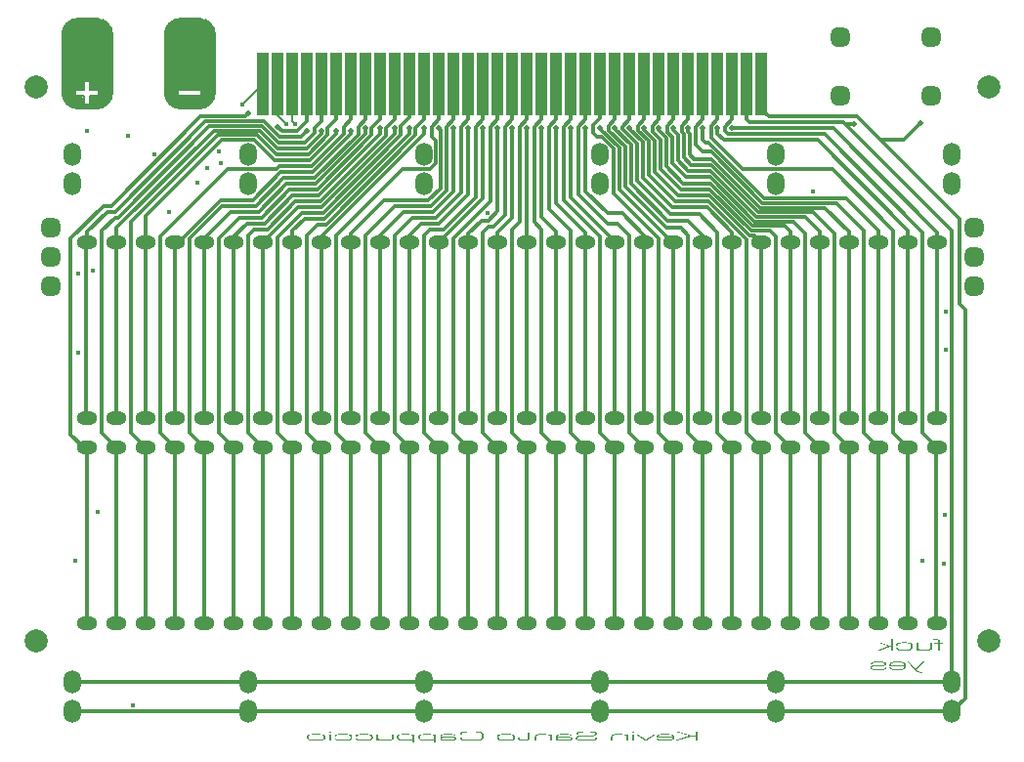
<source format=gbl>
G04 #@! TF.GenerationSoftware,KiCad,Pcbnew,7.0.7*
G04 #@! TF.CreationDate,2024-02-09T16:10:55-08:00*
G04 #@! TF.ProjectId,JumperLuxRev2Breadboard,4a756d70-6572-44c7-9578-526576324272,rev?*
G04 #@! TF.SameCoordinates,Original*
G04 #@! TF.FileFunction,Copper,L4,Bot*
G04 #@! TF.FilePolarity,Positive*
%FSLAX46Y46*%
G04 Gerber Fmt 4.6, Leading zero omitted, Abs format (unit mm)*
G04 Created by KiCad (PCBNEW 7.0.7) date 2024-02-09 16:10:55*
%MOMM*%
%LPD*%
G01*
G04 APERTURE LIST*
G04 Aperture macros list*
%AMRoundRect*
0 Rectangle with rounded corners*
0 $1 Rounding radius*
0 $2 $3 $4 $5 $6 $7 $8 $9 X,Y pos of 4 corners*
0 Add a 4 corners polygon primitive as box body*
4,1,4,$2,$3,$4,$5,$6,$7,$8,$9,$2,$3,0*
0 Add four circle primitives for the rounded corners*
1,1,$1+$1,$2,$3*
1,1,$1+$1,$4,$5*
1,1,$1+$1,$6,$7*
1,1,$1+$1,$8,$9*
0 Add four rect primitives between the rounded corners*
20,1,$1+$1,$2,$3,$4,$5,0*
20,1,$1+$1,$4,$5,$6,$7,0*
20,1,$1+$1,$6,$7,$8,$9,0*
20,1,$1+$1,$8,$9,$2,$3,0*%
G04 Aperture macros list end*
%ADD10C,0.200000*%
G04 #@! TA.AperFunction,NonConductor*
%ADD11C,0.200000*%
G04 #@! TD*
%ADD12C,0.250000*%
G04 #@! TA.AperFunction,NonConductor*
%ADD13C,0.250000*%
G04 #@! TD*
G04 #@! TA.AperFunction,EtchedComponent*
%ADD14C,0.300000*%
G04 #@! TD*
G04 #@! TA.AperFunction,EtchedComponent*
%ADD15C,0.200000*%
G04 #@! TD*
G04 #@! TA.AperFunction,EtchedComponent*
%ADD16C,0.010000*%
G04 #@! TD*
G04 #@! TA.AperFunction,ComponentPad*
%ADD17RoundRect,0.595000X0.255000X-0.255000X0.255000X0.255000X-0.255000X0.255000X-0.255000X-0.255000X0*%
G04 #@! TD*
G04 #@! TA.AperFunction,ComponentPad*
%ADD18C,4.000000*%
G04 #@! TD*
G04 #@! TA.AperFunction,SMDPad,CuDef*
%ADD19C,2.000000*%
G04 #@! TD*
G04 #@! TA.AperFunction,ComponentPad*
%ADD20RoundRect,0.595000X-0.255000X-0.255000X0.255000X-0.255000X0.255000X0.255000X-0.255000X0.255000X0*%
G04 #@! TD*
G04 #@! TA.AperFunction,SMDPad,CuDef*
%ADD21RoundRect,0.100000X-0.400000X-2.650000X0.400000X-2.650000X0.400000X2.650000X-0.400000X2.650000X0*%
G04 #@! TD*
G04 #@! TA.AperFunction,ComponentPad*
%ADD22O,1.800000X1.200000*%
G04 #@! TD*
G04 #@! TA.AperFunction,ComponentPad*
%ADD23O,1.500000X2.000000*%
G04 #@! TD*
G04 #@! TA.AperFunction,ViaPad*
%ADD24C,0.400000*%
G04 #@! TD*
G04 #@! TA.AperFunction,ViaPad*
%ADD25C,0.500000*%
G04 #@! TD*
G04 #@! TA.AperFunction,Conductor*
%ADD26C,0.200000*%
G04 #@! TD*
G04 #@! TA.AperFunction,Conductor*
%ADD27C,0.300000*%
G04 #@! TD*
G04 APERTURE END LIST*
D10*
D11*
G36*
X117525884Y-186681000D02*
G01*
X117808571Y-186681000D01*
X119072088Y-186318348D01*
X119375877Y-186318348D01*
X119375877Y-186681000D01*
X119540741Y-186681000D01*
X119540741Y-185905675D01*
X119375877Y-185905675D01*
X119375877Y-186255822D01*
X119070330Y-186255822D01*
X117862207Y-185905675D01*
X117600183Y-185905675D01*
X118920853Y-186285326D01*
X117525884Y-186681000D01*
G37*
G36*
X116816935Y-186118305D02*
G01*
X116843760Y-186118429D01*
X116869966Y-186118635D01*
X116895555Y-186118923D01*
X116920525Y-186119294D01*
X116944876Y-186119748D01*
X116968610Y-186120284D01*
X116991725Y-186120902D01*
X117014222Y-186121602D01*
X117036101Y-186122386D01*
X117057362Y-186123251D01*
X117078004Y-186124199D01*
X117098028Y-186125229D01*
X117117434Y-186126342D01*
X117136222Y-186127538D01*
X117154391Y-186128815D01*
X117172023Y-186130191D01*
X117197614Y-186132562D01*
X117222178Y-186135300D01*
X117245713Y-186138405D01*
X117268221Y-186141878D01*
X117289701Y-186145719D01*
X117310153Y-186149927D01*
X117329577Y-186154503D01*
X117347974Y-186159446D01*
X117365343Y-186164756D01*
X117381683Y-186170434D01*
X117391974Y-186174410D01*
X117406636Y-186180720D01*
X117420371Y-186187446D01*
X117433179Y-186194587D01*
X117445060Y-186202144D01*
X117456013Y-186210116D01*
X117466039Y-186218504D01*
X117475137Y-186227308D01*
X117483308Y-186236527D01*
X117490552Y-186246162D01*
X117496868Y-186256212D01*
X117502447Y-186266754D01*
X117507476Y-186277862D01*
X117510525Y-186285583D01*
X117513329Y-186293555D01*
X117515889Y-186301779D01*
X117518206Y-186310255D01*
X117520279Y-186318983D01*
X117522108Y-186327962D01*
X117523693Y-186337194D01*
X117525034Y-186346678D01*
X117526132Y-186356413D01*
X117526985Y-186366400D01*
X117527595Y-186376639D01*
X117527961Y-186387130D01*
X117528083Y-186397873D01*
X117528083Y-186411551D01*
X117528052Y-186416894D01*
X117527812Y-186427396D01*
X117527331Y-186437654D01*
X117526610Y-186447668D01*
X117525648Y-186457438D01*
X117524446Y-186466963D01*
X117523004Y-186476245D01*
X117521321Y-186485282D01*
X117519397Y-186494074D01*
X117517233Y-186502623D01*
X117514829Y-186510927D01*
X117512184Y-186518987D01*
X117507766Y-186530619D01*
X117502808Y-186541702D01*
X117497308Y-186552235D01*
X117493198Y-186558961D01*
X117486255Y-186568717D01*
X117478376Y-186578076D01*
X117469562Y-186587035D01*
X117459813Y-186595597D01*
X117449129Y-186603760D01*
X117437510Y-186611525D01*
X117424956Y-186618891D01*
X117411467Y-186625859D01*
X117397043Y-186632428D01*
X117381683Y-186638599D01*
X117370883Y-186642501D01*
X117353749Y-186648056D01*
X117335494Y-186653254D01*
X117316119Y-186658094D01*
X117295623Y-186662577D01*
X117274006Y-186666704D01*
X117251269Y-186670473D01*
X117227412Y-186673884D01*
X117202433Y-186676939D01*
X117185159Y-186678777D01*
X117167386Y-186680456D01*
X117149115Y-186681976D01*
X117130269Y-186683372D01*
X117110771Y-186684678D01*
X117090620Y-186685894D01*
X117069816Y-186687020D01*
X117048359Y-186688056D01*
X117026251Y-186689002D01*
X117003489Y-186689857D01*
X116980075Y-186690623D01*
X116956008Y-186691298D01*
X116931289Y-186691884D01*
X116905917Y-186692379D01*
X116879893Y-186692784D01*
X116853216Y-186693099D01*
X116825886Y-186693325D01*
X116797904Y-186693460D01*
X116769269Y-186693505D01*
X116713435Y-186693505D01*
X116701107Y-186693496D01*
X116676838Y-186693427D01*
X116653084Y-186693290D01*
X116629845Y-186693084D01*
X116607121Y-186692809D01*
X116584912Y-186692466D01*
X116563219Y-186692054D01*
X116542041Y-186691573D01*
X116521378Y-186691023D01*
X116501230Y-186690405D01*
X116481598Y-186689718D01*
X116462480Y-186688962D01*
X116443878Y-186688138D01*
X116425791Y-186687245D01*
X116408219Y-186686283D01*
X116382828Y-186684712D01*
X116366479Y-186683559D01*
X116342677Y-186681630D01*
X116319740Y-186679461D01*
X116297669Y-186677051D01*
X116276463Y-186674400D01*
X116256123Y-186671510D01*
X116236648Y-186668378D01*
X116218039Y-186665007D01*
X116200296Y-186661394D01*
X116183418Y-186657542D01*
X116167406Y-186653449D01*
X116162260Y-186652030D01*
X116147395Y-186647596D01*
X116128910Y-186641273D01*
X116111950Y-186634480D01*
X116096514Y-186627217D01*
X116082604Y-186619484D01*
X116070218Y-186611280D01*
X116059358Y-186602607D01*
X116050023Y-186593463D01*
X116045870Y-186588674D01*
X116040144Y-186581211D01*
X116035020Y-186573411D01*
X116030499Y-186565274D01*
X116026581Y-186556800D01*
X116023266Y-186547991D01*
X116020553Y-186538844D01*
X116018443Y-186529361D01*
X116016936Y-186519541D01*
X116016032Y-186509385D01*
X116015731Y-186498892D01*
X116015731Y-186480916D01*
X116168285Y-186480916D01*
X116168285Y-186496547D01*
X116168364Y-186501545D01*
X116168996Y-186511193D01*
X116170260Y-186520376D01*
X116172156Y-186529096D01*
X116174684Y-186537351D01*
X116177844Y-186545142D01*
X116182682Y-186554229D01*
X116188508Y-186562591D01*
X116191182Y-186565725D01*
X116199144Y-186573208D01*
X116208931Y-186580185D01*
X116220542Y-186586657D01*
X116233978Y-186592623D01*
X116249239Y-186598083D01*
X116266324Y-186603037D01*
X116281430Y-186606664D01*
X116298170Y-186610023D01*
X116316546Y-186613112D01*
X116336556Y-186615933D01*
X116358201Y-186618486D01*
X116375508Y-186620223D01*
X116393735Y-186621810D01*
X116412881Y-186623246D01*
X116432946Y-186624531D01*
X116446902Y-186625311D01*
X116468852Y-186626388D01*
X116492023Y-186627352D01*
X116516415Y-186628202D01*
X116542028Y-186628938D01*
X116559782Y-186629367D01*
X116578078Y-186629744D01*
X116596917Y-186630072D01*
X116616299Y-186630349D01*
X116636224Y-186630576D01*
X116656691Y-186630752D01*
X116677701Y-186630878D01*
X116699253Y-186630953D01*
X116721348Y-186630979D01*
X116769269Y-186630979D01*
X116781475Y-186630971D01*
X116805428Y-186630906D01*
X116828770Y-186630778D01*
X116851501Y-186630586D01*
X116873620Y-186630329D01*
X116895128Y-186630009D01*
X116916024Y-186629624D01*
X116936310Y-186629175D01*
X116955983Y-186628662D01*
X116975046Y-186628085D01*
X116993497Y-186627444D01*
X117011336Y-186626739D01*
X117036949Y-186625561D01*
X117061187Y-186624239D01*
X117084049Y-186622772D01*
X117091359Y-186622245D01*
X117112639Y-186620497D01*
X117132946Y-186618499D01*
X117152279Y-186616250D01*
X117170638Y-186613750D01*
X117188023Y-186611000D01*
X117209689Y-186606942D01*
X117229624Y-186602439D01*
X117247828Y-186597490D01*
X117264300Y-186592095D01*
X117279275Y-186586209D01*
X117292987Y-186579785D01*
X117305434Y-186572824D01*
X117316617Y-186565326D01*
X117326536Y-186557290D01*
X117335192Y-186548718D01*
X117342583Y-186539607D01*
X117348711Y-186529960D01*
X117350063Y-186527443D01*
X117353863Y-186519592D01*
X117357276Y-186511287D01*
X117360303Y-186502528D01*
X117362943Y-186493316D01*
X117365197Y-186483651D01*
X117367065Y-186473533D01*
X117368546Y-186462961D01*
X117369641Y-186451936D01*
X117370349Y-186440457D01*
X117370607Y-186432553D01*
X117370692Y-186424447D01*
X117370692Y-186418390D01*
X116025842Y-186418390D01*
X116025842Y-186355863D01*
X116180595Y-186355863D01*
X117367615Y-186355863D01*
X117367265Y-186349456D01*
X117366456Y-186340088D01*
X117365307Y-186331012D01*
X117363818Y-186322228D01*
X117361989Y-186313735D01*
X117359820Y-186305535D01*
X117357311Y-186297627D01*
X117353437Y-186287536D01*
X117348958Y-186277965D01*
X117343875Y-186268913D01*
X117337809Y-186260374D01*
X117330603Y-186252341D01*
X117322257Y-186244815D01*
X117312770Y-186237796D01*
X117302143Y-186231284D01*
X117290376Y-186225279D01*
X117277469Y-186219780D01*
X117263421Y-186214789D01*
X117259685Y-186213603D01*
X117243659Y-186209091D01*
X117225902Y-186204945D01*
X117206413Y-186201165D01*
X117185194Y-186197752D01*
X117168143Y-186195433D01*
X117150119Y-186193319D01*
X117131121Y-186191412D01*
X117111149Y-186189710D01*
X117090204Y-186188215D01*
X117082982Y-186187758D01*
X117060384Y-186186475D01*
X117036387Y-186185322D01*
X117010992Y-186184300D01*
X116993285Y-186183691D01*
X116974955Y-186183139D01*
X116956005Y-186182646D01*
X116936432Y-186182211D01*
X116916238Y-186181834D01*
X116895422Y-186181515D01*
X116873985Y-186181254D01*
X116851926Y-186181051D01*
X116829245Y-186180906D01*
X116805943Y-186180819D01*
X116782018Y-186180790D01*
X116741572Y-186180790D01*
X116718515Y-186180817D01*
X116696056Y-186180897D01*
X116674194Y-186181031D01*
X116652930Y-186181218D01*
X116632264Y-186181458D01*
X116612195Y-186181752D01*
X116592724Y-186182099D01*
X116573850Y-186182500D01*
X116555574Y-186182954D01*
X116537896Y-186183462D01*
X116512499Y-186184323D01*
X116488447Y-186185305D01*
X116465740Y-186186407D01*
X116444377Y-186187629D01*
X116424154Y-186189009D01*
X116404866Y-186190585D01*
X116386514Y-186192357D01*
X116369096Y-186194324D01*
X116347327Y-186197252D01*
X116327221Y-186200528D01*
X116308776Y-186204152D01*
X116291995Y-186208124D01*
X116276875Y-186212444D01*
X116266413Y-186215933D01*
X116250470Y-186222275D01*
X116236394Y-186229275D01*
X116224186Y-186236933D01*
X116213845Y-186245250D01*
X116205372Y-186254225D01*
X116199939Y-186261879D01*
X116198749Y-186263863D01*
X116194366Y-186272168D01*
X116190588Y-186281058D01*
X116187414Y-186290535D01*
X116184845Y-186300597D01*
X116183315Y-186308529D01*
X116182125Y-186316791D01*
X116181275Y-186325382D01*
X116180765Y-186334303D01*
X116180595Y-186343554D01*
X116180595Y-186355863D01*
X116025842Y-186355863D01*
X116025842Y-186351369D01*
X116025961Y-186342887D01*
X116026316Y-186334587D01*
X116026909Y-186326468D01*
X116027738Y-186318531D01*
X116029427Y-186306966D01*
X116031649Y-186295809D01*
X116034404Y-186285062D01*
X116037692Y-186274723D01*
X116041514Y-186264793D01*
X116045868Y-186255271D01*
X116050756Y-186246159D01*
X116056177Y-186237454D01*
X116060112Y-186231837D01*
X116066754Y-186223685D01*
X116074285Y-186215863D01*
X116082705Y-186208371D01*
X116092013Y-186201209D01*
X116102210Y-186194376D01*
X116113296Y-186187873D01*
X116125270Y-186181700D01*
X116138134Y-186175856D01*
X116151886Y-186170343D01*
X116166526Y-186165159D01*
X116176806Y-186161854D01*
X116193063Y-186157147D01*
X116210325Y-186152739D01*
X116228592Y-186148629D01*
X116247863Y-186144819D01*
X116268138Y-186141307D01*
X116289419Y-186138093D01*
X116311704Y-186135179D01*
X116334993Y-186132564D01*
X116359287Y-186130247D01*
X116384586Y-186128229D01*
X116402086Y-186127022D01*
X116420183Y-186125894D01*
X116438878Y-186124843D01*
X116458171Y-186123869D01*
X116478061Y-186122974D01*
X116498549Y-186122157D01*
X116519634Y-186121417D01*
X116541317Y-186120755D01*
X116563598Y-186120171D01*
X116586476Y-186119665D01*
X116609952Y-186119237D01*
X116634025Y-186118887D01*
X116658697Y-186118614D01*
X116683966Y-186118420D01*
X116709832Y-186118303D01*
X116736296Y-186118264D01*
X116789492Y-186118264D01*
X116816935Y-186118305D01*
G37*
G36*
X115007643Y-186681000D02*
G01*
X115172946Y-186681000D01*
X115896150Y-186130769D01*
X115716338Y-186130769D01*
X115083260Y-186620232D01*
X115089415Y-186620232D01*
X114444028Y-186130769D01*
X114269492Y-186130769D01*
X115007643Y-186681000D01*
G37*
G36*
X113933170Y-186681000D02*
G01*
X114090560Y-186681000D01*
X114090560Y-186130769D01*
X113933170Y-186130769D01*
X113933170Y-186681000D01*
G37*
G36*
X113933170Y-186005717D02*
G01*
X114090560Y-186005717D01*
X114090560Y-185905675D01*
X113933170Y-185905675D01*
X113933170Y-186005717D01*
G37*
G36*
X112074384Y-186681000D02*
G01*
X112231774Y-186681000D01*
X112231774Y-186374426D01*
X112231936Y-186363097D01*
X112232423Y-186352190D01*
X112233235Y-186341706D01*
X112234371Y-186331644D01*
X112235831Y-186322004D01*
X112237616Y-186312787D01*
X112239726Y-186303993D01*
X112242161Y-186295621D01*
X112244919Y-186287671D01*
X112249103Y-186277729D01*
X112250239Y-186275361D01*
X112255308Y-186266199D01*
X112261505Y-186257568D01*
X112268827Y-186249468D01*
X112277277Y-186241900D01*
X112286852Y-186234862D01*
X112297555Y-186228356D01*
X112309384Y-186222382D01*
X112322339Y-186216938D01*
X112336518Y-186211965D01*
X112352235Y-186207400D01*
X112369490Y-186203245D01*
X112388285Y-186199499D01*
X112408618Y-186196162D01*
X112430490Y-186193234D01*
X112447904Y-186191307D01*
X112466183Y-186189610D01*
X112478850Y-186188606D01*
X112498656Y-186187209D01*
X112519659Y-186185950D01*
X112541860Y-186184828D01*
X112565259Y-186183843D01*
X112589856Y-186182996D01*
X112615651Y-186182286D01*
X112633513Y-186181889D01*
X112651907Y-186181553D01*
X112670834Y-186181279D01*
X112690293Y-186181065D01*
X112710285Y-186180912D01*
X112730809Y-186180821D01*
X112751865Y-186180790D01*
X112794949Y-186180790D01*
X112813648Y-186180823D01*
X112832044Y-186180921D01*
X112850137Y-186181086D01*
X112867929Y-186181315D01*
X112894050Y-186181783D01*
X112919490Y-186182398D01*
X112944251Y-186183161D01*
X112968331Y-186184072D01*
X112991732Y-186185131D01*
X113014452Y-186186337D01*
X113036492Y-186187691D01*
X113057852Y-186189192D01*
X113078450Y-186190846D01*
X113098368Y-186192730D01*
X113117605Y-186194844D01*
X113136163Y-186197188D01*
X113154040Y-186199762D01*
X113171237Y-186202567D01*
X113187755Y-186205601D01*
X113208720Y-186210005D01*
X113228476Y-186214818D01*
X113242500Y-186218697D01*
X113260161Y-186224220D01*
X113276654Y-186230237D01*
X113291980Y-186236749D01*
X113306137Y-186243756D01*
X113319127Y-186251257D01*
X113330949Y-186259253D01*
X113341604Y-186267744D01*
X113351090Y-186276729D01*
X113359333Y-186286315D01*
X113364795Y-186293970D01*
X113369637Y-186302023D01*
X113373862Y-186310475D01*
X113377468Y-186319325D01*
X113380457Y-186328573D01*
X113382827Y-186338220D01*
X113384578Y-186348265D01*
X113385712Y-186358709D01*
X113386227Y-186369551D01*
X113386261Y-186373254D01*
X113386261Y-186681000D01*
X113543651Y-186681000D01*
X113543651Y-186130769D01*
X113386261Y-186130769D01*
X113397692Y-186243903D01*
X113400330Y-186243316D01*
X113394710Y-186235714D01*
X113388404Y-186228344D01*
X113379556Y-186219458D01*
X113369634Y-186210934D01*
X113358639Y-186202773D01*
X113346570Y-186194975D01*
X113336143Y-186188997D01*
X113321854Y-186181860D01*
X113306192Y-186175105D01*
X113292673Y-186169976D01*
X113278275Y-186165091D01*
X113262998Y-186160451D01*
X113246841Y-186156054D01*
X113229805Y-186151902D01*
X113220958Y-186149918D01*
X113202355Y-186146129D01*
X113182599Y-186142578D01*
X113161689Y-186139266D01*
X113139625Y-186136191D01*
X113122319Y-186134042D01*
X113104364Y-186132026D01*
X113085761Y-186130145D01*
X113066508Y-186128397D01*
X113046605Y-186126783D01*
X113039827Y-186126275D01*
X113018849Y-186124843D01*
X112996968Y-186123553D01*
X112974182Y-186122403D01*
X112950491Y-186121393D01*
X112925897Y-186120525D01*
X112900399Y-186119797D01*
X112873996Y-186119211D01*
X112855892Y-186118898D01*
X112837386Y-186118647D01*
X112818478Y-186118460D01*
X112799168Y-186118334D01*
X112779457Y-186118272D01*
X112769450Y-186118264D01*
X112726806Y-186118264D01*
X112703160Y-186118302D01*
X112680032Y-186118417D01*
X112657424Y-186118607D01*
X112635334Y-186118875D01*
X112613762Y-186119218D01*
X112592709Y-186119638D01*
X112572175Y-186120134D01*
X112552160Y-186120706D01*
X112532663Y-186121355D01*
X112513685Y-186122080D01*
X112495225Y-186122882D01*
X112477284Y-186123759D01*
X112451345Y-186125219D01*
X112426573Y-186126851D01*
X112410706Y-186128034D01*
X112387650Y-186130008D01*
X112365467Y-186132267D01*
X112344157Y-186134812D01*
X112323720Y-186137642D01*
X112304157Y-186140756D01*
X112285466Y-186144156D01*
X112267650Y-186147841D01*
X112250706Y-186151811D01*
X112234636Y-186156066D01*
X112219438Y-186160606D01*
X112209792Y-186163791D01*
X112196016Y-186168804D01*
X112183043Y-186174170D01*
X112170874Y-186179891D01*
X112159509Y-186185965D01*
X112148947Y-186192393D01*
X112139189Y-186199175D01*
X112130235Y-186206310D01*
X112122085Y-186213800D01*
X112114738Y-186221643D01*
X112108195Y-186229839D01*
X112104279Y-186235501D01*
X112098937Y-186244320D01*
X112094120Y-186253558D01*
X112089828Y-186263215D01*
X112086062Y-186273291D01*
X112082821Y-186283786D01*
X112080106Y-186294700D01*
X112077917Y-186306034D01*
X112076252Y-186317786D01*
X112075435Y-186325854D01*
X112074851Y-186334107D01*
X112074501Y-186342548D01*
X112074384Y-186351174D01*
X112074384Y-186681000D01*
G37*
G36*
X109006596Y-186476812D02*
G01*
X109006746Y-186485117D01*
X109007194Y-186493229D01*
X109007941Y-186501146D01*
X109009622Y-186512658D01*
X109011975Y-186523735D01*
X109015000Y-186534375D01*
X109018698Y-186544578D01*
X109023068Y-186554346D01*
X109028111Y-186563677D01*
X109033826Y-186572573D01*
X109040213Y-186581032D01*
X109044845Y-186586429D01*
X109052448Y-186594216D01*
X109061079Y-186601676D01*
X109070737Y-186608811D01*
X109081424Y-186615619D01*
X109093138Y-186622101D01*
X109105880Y-186628256D01*
X109119650Y-186634085D01*
X109134448Y-186639588D01*
X109150274Y-186644765D01*
X109167127Y-186649615D01*
X109178934Y-186652667D01*
X109197503Y-186657001D01*
X109217270Y-186661064D01*
X109238235Y-186664855D01*
X109260397Y-186668375D01*
X109283758Y-186671624D01*
X109308316Y-186674601D01*
X109334072Y-186677307D01*
X109351908Y-186678960D01*
X109370277Y-186680493D01*
X109389178Y-186681905D01*
X109408611Y-186683196D01*
X109428577Y-186684367D01*
X109438759Y-186684907D01*
X109459546Y-186685948D01*
X109481020Y-186686922D01*
X109503180Y-186687829D01*
X109526027Y-186688669D01*
X109549562Y-186689441D01*
X109573783Y-186690146D01*
X109598691Y-186690784D01*
X109624286Y-186691355D01*
X109650568Y-186691859D01*
X109677537Y-186692296D01*
X109705193Y-186692665D01*
X109733536Y-186692967D01*
X109762566Y-186693202D01*
X109792283Y-186693370D01*
X109822686Y-186693471D01*
X109853777Y-186693505D01*
X109932472Y-186693505D01*
X109952320Y-186693497D01*
X109971910Y-186693473D01*
X109991245Y-186693433D01*
X110010322Y-186693377D01*
X110029143Y-186693304D01*
X110047707Y-186693216D01*
X110066014Y-186693112D01*
X110084064Y-186692992D01*
X110101858Y-186692856D01*
X110136675Y-186692535D01*
X110170465Y-186692150D01*
X110203229Y-186691702D01*
X110234965Y-186691189D01*
X110265674Y-186690612D01*
X110295357Y-186689970D01*
X110324012Y-186689265D01*
X110351641Y-186688496D01*
X110378242Y-186687662D01*
X110403817Y-186686765D01*
X110428364Y-186685803D01*
X110440253Y-186685298D01*
X110463372Y-186684206D01*
X110485796Y-186682981D01*
X110507528Y-186681623D01*
X110528565Y-186680132D01*
X110548908Y-186678509D01*
X110568558Y-186676753D01*
X110587514Y-186674864D01*
X110605776Y-186672842D01*
X110623345Y-186670687D01*
X110640219Y-186668400D01*
X110664230Y-186664719D01*
X110686680Y-186660740D01*
X110707569Y-186656462D01*
X110726896Y-186651886D01*
X110744817Y-186646931D01*
X110761487Y-186641591D01*
X110776904Y-186635866D01*
X110791070Y-186629757D01*
X110803983Y-186623264D01*
X110815645Y-186616385D01*
X110826054Y-186609122D01*
X110835212Y-186601474D01*
X110843118Y-186593441D01*
X110849771Y-186585024D01*
X110853512Y-186579199D01*
X110858383Y-186570046D01*
X110862775Y-186560391D01*
X110866688Y-186550235D01*
X110870122Y-186539577D01*
X110873076Y-186528418D01*
X110875552Y-186516757D01*
X110876936Y-186508704D01*
X110878107Y-186500429D01*
X110879066Y-186491931D01*
X110879811Y-186483210D01*
X110880343Y-186474266D01*
X110880663Y-186465100D01*
X110880769Y-186455710D01*
X110880769Y-186430895D01*
X110718543Y-186430895D01*
X110718543Y-186454928D01*
X110718365Y-186465952D01*
X110717832Y-186476530D01*
X110716943Y-186486661D01*
X110715699Y-186496346D01*
X110714100Y-186505584D01*
X110712144Y-186514376D01*
X110709834Y-186522721D01*
X110707168Y-186530619D01*
X110703060Y-186540456D01*
X110698320Y-186549499D01*
X110692295Y-186557880D01*
X110684554Y-186565729D01*
X110675095Y-186573047D01*
X110663918Y-186579834D01*
X110651024Y-186586090D01*
X110636413Y-186591814D01*
X110620085Y-186597007D01*
X110602039Y-186601669D01*
X110581768Y-186605883D01*
X110564914Y-186608802D01*
X110546647Y-186611515D01*
X110526965Y-186614023D01*
X110505869Y-186616324D01*
X110483358Y-186618419D01*
X110459434Y-186620308D01*
X110434095Y-186621991D01*
X110416417Y-186622999D01*
X110398110Y-186623915D01*
X110379175Y-186624739D01*
X110369471Y-186625117D01*
X110349452Y-186625827D01*
X110328523Y-186626491D01*
X110306684Y-186627109D01*
X110283934Y-186627681D01*
X110260275Y-186628208D01*
X110235705Y-186628689D01*
X110210225Y-186629124D01*
X110183834Y-186629513D01*
X110156534Y-186629857D01*
X110128323Y-186630154D01*
X110099203Y-186630406D01*
X110069172Y-186630612D01*
X110038230Y-186630772D01*
X110006379Y-186630887D01*
X109973618Y-186630956D01*
X109939946Y-186630979D01*
X109863889Y-186630979D01*
X109836738Y-186630956D01*
X109810239Y-186630890D01*
X109784393Y-186630779D01*
X109759200Y-186630624D01*
X109734659Y-186630425D01*
X109710771Y-186630182D01*
X109687536Y-186629894D01*
X109664953Y-186629562D01*
X109643022Y-186629186D01*
X109621745Y-186628765D01*
X109601119Y-186628300D01*
X109581147Y-186627791D01*
X109561827Y-186627238D01*
X109543160Y-186626640D01*
X109525145Y-186625998D01*
X109507782Y-186625312D01*
X109482781Y-186624157D01*
X109458885Y-186622816D01*
X109436094Y-186621290D01*
X109414408Y-186619579D01*
X109393827Y-186617681D01*
X109374351Y-186615599D01*
X109355980Y-186613331D01*
X109338715Y-186610877D01*
X109317413Y-186607318D01*
X109298076Y-186603428D01*
X109280353Y-186599114D01*
X109264114Y-186594379D01*
X109249358Y-186589222D01*
X109236087Y-186583644D01*
X109224299Y-186577645D01*
X109213995Y-186571225D01*
X109205175Y-186564383D01*
X109197838Y-186557120D01*
X109191656Y-186549328D01*
X109186298Y-186540902D01*
X109181764Y-186531840D01*
X109178055Y-186522144D01*
X109175170Y-186511812D01*
X109173547Y-186503647D01*
X109172387Y-186495125D01*
X109171692Y-186486245D01*
X109171460Y-186477008D01*
X109171460Y-186462158D01*
X109171661Y-186454134D01*
X109172554Y-186443889D01*
X109174161Y-186434164D01*
X109176483Y-186424958D01*
X109179520Y-186416270D01*
X109183270Y-186408102D01*
X109187735Y-186400452D01*
X109194321Y-186391621D01*
X109202637Y-186383452D01*
X109213573Y-186375798D01*
X109227127Y-186368660D01*
X109243300Y-186362037D01*
X109258124Y-186357109D01*
X109274624Y-186352511D01*
X109292800Y-186348243D01*
X109313016Y-186344292D01*
X109329756Y-186341530D01*
X109347849Y-186338939D01*
X109367294Y-186336520D01*
X109388091Y-186334272D01*
X109410241Y-186332197D01*
X109433743Y-186330293D01*
X109458598Y-186328561D01*
X109484805Y-186327000D01*
X109503027Y-186326055D01*
X109521851Y-186325187D01*
X109541384Y-186324358D01*
X109561734Y-186323584D01*
X109582902Y-186322862D01*
X109604887Y-186322195D01*
X109627690Y-186321580D01*
X109651310Y-186321019D01*
X109675748Y-186320512D01*
X109701003Y-186320057D01*
X109727076Y-186319657D01*
X109753966Y-186319309D01*
X109781673Y-186319016D01*
X109810198Y-186318775D01*
X109839540Y-186318588D01*
X109869700Y-186318455D01*
X109900677Y-186318374D01*
X109932472Y-186318348D01*
X109950930Y-186318339D01*
X109969154Y-186318312D01*
X109987145Y-186318267D01*
X110004902Y-186318204D01*
X110039716Y-186318025D01*
X110073595Y-186317774D01*
X110106541Y-186317451D01*
X110138552Y-186317056D01*
X110169629Y-186316590D01*
X110199771Y-186316052D01*
X110228980Y-186315442D01*
X110257254Y-186314760D01*
X110284594Y-186314007D01*
X110311000Y-186313182D01*
X110336471Y-186312285D01*
X110361008Y-186311317D01*
X110384611Y-186310276D01*
X110407280Y-186309164D01*
X110429159Y-186307961D01*
X110450392Y-186306645D01*
X110470979Y-186305219D01*
X110490921Y-186303681D01*
X110510217Y-186302032D01*
X110528867Y-186300271D01*
X110546872Y-186298398D01*
X110564230Y-186296415D01*
X110589058Y-186293230D01*
X110612433Y-186289795D01*
X110634354Y-186286109D01*
X110654823Y-186282172D01*
X110673839Y-186277985D01*
X110679855Y-186276533D01*
X110697069Y-186271956D01*
X110713101Y-186267090D01*
X110727950Y-186261936D01*
X110741617Y-186256493D01*
X110754102Y-186250762D01*
X110765404Y-186244742D01*
X110778634Y-186236267D01*
X110789763Y-186227279D01*
X110798789Y-186217778D01*
X110802514Y-186212835D01*
X110807464Y-186205104D01*
X110811927Y-186197006D01*
X110815903Y-186188540D01*
X110819392Y-186179706D01*
X110822394Y-186170505D01*
X110824910Y-186160937D01*
X110826938Y-186151001D01*
X110828480Y-186140698D01*
X110829535Y-186130027D01*
X110830103Y-186118988D01*
X110830211Y-186111425D01*
X110830211Y-186095598D01*
X110829886Y-186084711D01*
X110828913Y-186074177D01*
X110827290Y-186063998D01*
X110825018Y-186054172D01*
X110822097Y-186044699D01*
X110818526Y-186035581D01*
X110814307Y-186026816D01*
X110809438Y-186018405D01*
X110803920Y-186010348D01*
X110797753Y-186002645D01*
X110793281Y-185997706D01*
X110785863Y-185990516D01*
X110777454Y-185983601D01*
X110768057Y-185976960D01*
X110757671Y-185970595D01*
X110746295Y-185964504D01*
X110733930Y-185958688D01*
X110720576Y-185953147D01*
X110706233Y-185947880D01*
X110690901Y-185942888D01*
X110674579Y-185938172D01*
X110663149Y-185935180D01*
X110645121Y-185930874D01*
X110625987Y-185926822D01*
X110605749Y-185923024D01*
X110584406Y-185919481D01*
X110561957Y-185916192D01*
X110538404Y-185913156D01*
X110513745Y-185910376D01*
X110487981Y-185907849D01*
X110470191Y-185906305D01*
X110451910Y-185904875D01*
X110433138Y-185903558D01*
X110413875Y-185902353D01*
X110393979Y-185901241D01*
X110373421Y-185900201D01*
X110352200Y-185899232D01*
X110330316Y-185898336D01*
X110307769Y-185897510D01*
X110284559Y-185896757D01*
X110260687Y-185896075D01*
X110236151Y-185895466D01*
X110210953Y-185894928D01*
X110185092Y-185894461D01*
X110158567Y-185894067D01*
X110131380Y-185893744D01*
X110103530Y-185893493D01*
X110075017Y-185893313D01*
X110045842Y-185893206D01*
X110016003Y-185893170D01*
X109960169Y-185893170D01*
X109942497Y-185893179D01*
X109907786Y-185893250D01*
X109873920Y-185893394D01*
X109840899Y-185893609D01*
X109808724Y-185893896D01*
X109777393Y-185894255D01*
X109746906Y-185894685D01*
X109717265Y-185895188D01*
X109688469Y-185895762D01*
X109660518Y-185896407D01*
X109633411Y-185897125D01*
X109607150Y-185897914D01*
X109581733Y-185898775D01*
X109557162Y-185899708D01*
X109533435Y-185900712D01*
X109510553Y-185901788D01*
X109499429Y-185902353D01*
X109477648Y-185903539D01*
X109456489Y-185904851D01*
X109435952Y-185906287D01*
X109416036Y-185907849D01*
X109396741Y-185909536D01*
X109378069Y-185911348D01*
X109360018Y-185913285D01*
X109342589Y-185915347D01*
X109317611Y-185918675D01*
X109294031Y-185922285D01*
X109271851Y-185926177D01*
X109251069Y-185930350D01*
X109231686Y-185934804D01*
X109225535Y-185936352D01*
X109207807Y-185941182D01*
X109191223Y-185946365D01*
X109175783Y-185951902D01*
X109161486Y-185957793D01*
X109148333Y-185964038D01*
X109136323Y-185970637D01*
X109125458Y-185977589D01*
X109115736Y-185984895D01*
X109107158Y-185992555D01*
X109099724Y-186000569D01*
X109095403Y-186006108D01*
X109089510Y-186014714D01*
X109084197Y-186023753D01*
X109079464Y-186033224D01*
X109075310Y-186043129D01*
X109071736Y-186053466D01*
X109068741Y-186064236D01*
X109066326Y-186075439D01*
X109064491Y-186087074D01*
X109063589Y-186095072D01*
X109062945Y-186103261D01*
X109062559Y-186111643D01*
X109062430Y-186120218D01*
X109062430Y-186143274D01*
X109224656Y-186143274D01*
X109224656Y-186122172D01*
X109224849Y-186112247D01*
X109225429Y-186102697D01*
X109226395Y-186093522D01*
X109227747Y-186084720D01*
X109229486Y-186076293D01*
X109231611Y-186068241D01*
X109235046Y-186058086D01*
X109239168Y-186048598D01*
X109243976Y-186039774D01*
X109246638Y-186035612D01*
X109252814Y-186027693D01*
X109260569Y-186020249D01*
X109269904Y-186013282D01*
X109280820Y-186006792D01*
X109293315Y-186000777D01*
X109307390Y-185995239D01*
X109323046Y-185990177D01*
X109340281Y-185985591D01*
X109359432Y-185981375D01*
X109380837Y-185977519D01*
X109398370Y-185974863D01*
X109417169Y-185972411D01*
X109437236Y-185970160D01*
X109458571Y-185968113D01*
X109481172Y-185966268D01*
X109505042Y-185964625D01*
X109530178Y-185963186D01*
X109556582Y-185961949D01*
X109574946Y-185961191D01*
X109594096Y-185960483D01*
X109614032Y-185959824D01*
X109634755Y-185959213D01*
X109656265Y-185958651D01*
X109678561Y-185958138D01*
X109701644Y-185957674D01*
X109725513Y-185957259D01*
X109750169Y-185956893D01*
X109775611Y-185956575D01*
X109801840Y-185956307D01*
X109828855Y-185956087D01*
X109856657Y-185955916D01*
X109885245Y-185955794D01*
X109914620Y-185955720D01*
X109944782Y-185955696D01*
X109997978Y-185955696D01*
X110024791Y-185955719D01*
X110050934Y-185955788D01*
X110076407Y-185955902D01*
X110101210Y-185956062D01*
X110125344Y-185956268D01*
X110148808Y-185956520D01*
X110171602Y-185956818D01*
X110193726Y-185957161D01*
X110215181Y-185957551D01*
X110235966Y-185957986D01*
X110256081Y-185958467D01*
X110275526Y-185958993D01*
X110294302Y-185959566D01*
X110312408Y-185960184D01*
X110338311Y-185961197D01*
X110346610Y-185961558D01*
X110370716Y-185962708D01*
X110393741Y-185964033D01*
X110415683Y-185965533D01*
X110436543Y-185967209D01*
X110456322Y-185969060D01*
X110475018Y-185971086D01*
X110492633Y-185973287D01*
X110514436Y-185976494D01*
X110534316Y-185980012D01*
X110547964Y-185982856D01*
X110564718Y-185986895D01*
X110580030Y-185991294D01*
X110597141Y-185997300D01*
X110611998Y-186003869D01*
X110624601Y-186011001D01*
X110634950Y-186018695D01*
X110641607Y-186025256D01*
X110648446Y-186034022D01*
X110653083Y-186041612D01*
X110656978Y-186049715D01*
X110660131Y-186058331D01*
X110662542Y-186067459D01*
X110664211Y-186077101D01*
X110665138Y-186087255D01*
X110665347Y-186095207D01*
X110665347Y-186110448D01*
X110665200Y-186118685D01*
X110664760Y-186126616D01*
X110663716Y-186136716D01*
X110662149Y-186146272D01*
X110660061Y-186155284D01*
X110657451Y-186163753D01*
X110654318Y-186171679D01*
X110649669Y-186180822D01*
X110648641Y-186182549D01*
X110642078Y-186190821D01*
X110632833Y-186198539D01*
X110620904Y-186205704D01*
X110606291Y-186212316D01*
X110588996Y-186218374D01*
X110573227Y-186222822D01*
X110560274Y-186225926D01*
X110541026Y-186229791D01*
X110519333Y-186233376D01*
X110501458Y-186235880D01*
X110482207Y-186238225D01*
X110461581Y-186240413D01*
X110439580Y-186242443D01*
X110416202Y-186244315D01*
X110391450Y-186246029D01*
X110365321Y-186247585D01*
X110347138Y-186248534D01*
X110337817Y-186248983D01*
X110318575Y-186249811D01*
X110298435Y-186250586D01*
X110277400Y-186251307D01*
X110255468Y-186251975D01*
X110232639Y-186252589D01*
X110208914Y-186253150D01*
X110184293Y-186253658D01*
X110158775Y-186254112D01*
X110132361Y-186254513D01*
X110105050Y-186254860D01*
X110076843Y-186255154D01*
X110047739Y-186255394D01*
X110017739Y-186255581D01*
X109986843Y-186255715D01*
X109955050Y-186255795D01*
X109922360Y-186255822D01*
X109904036Y-186255831D01*
X109885939Y-186255859D01*
X109868069Y-186255906D01*
X109850425Y-186255971D01*
X109815817Y-186256158D01*
X109782116Y-186256420D01*
X109749322Y-186256757D01*
X109717434Y-186257168D01*
X109686454Y-186257654D01*
X109656380Y-186258215D01*
X109627213Y-186258851D01*
X109598952Y-186259562D01*
X109571599Y-186260347D01*
X109545152Y-186261207D01*
X109519611Y-186262142D01*
X109494978Y-186263152D01*
X109471251Y-186264236D01*
X109448431Y-186265396D01*
X109426374Y-186266648D01*
X109404935Y-186268012D01*
X109384114Y-186269488D01*
X109363911Y-186271075D01*
X109344327Y-186272773D01*
X109325361Y-186274582D01*
X109307013Y-186276504D01*
X109289283Y-186278536D01*
X109272171Y-186280680D01*
X109247663Y-186284105D01*
X109224546Y-186287781D01*
X109202820Y-186291707D01*
X109182485Y-186295884D01*
X109169702Y-186298808D01*
X109151588Y-186303419D01*
X109134673Y-186308311D01*
X109118956Y-186313485D01*
X109104436Y-186318940D01*
X109091114Y-186324677D01*
X109078990Y-186330696D01*
X109068064Y-186336996D01*
X109058336Y-186343578D01*
X109049806Y-186350442D01*
X109042473Y-186357587D01*
X109038250Y-186362507D01*
X109032593Y-186370114D01*
X109027493Y-186378061D01*
X109022949Y-186386349D01*
X109018961Y-186394976D01*
X109015530Y-186403943D01*
X109012655Y-186413251D01*
X109010337Y-186422898D01*
X109008575Y-186432885D01*
X109007369Y-186443213D01*
X109006720Y-186453880D01*
X109006596Y-186461181D01*
X109006596Y-186476812D01*
G37*
G36*
X108059376Y-186118270D02*
G01*
X108079703Y-186118317D01*
X108099638Y-186118412D01*
X108119181Y-186118554D01*
X108138333Y-186118743D01*
X108157093Y-186118980D01*
X108175461Y-186119264D01*
X108193438Y-186119595D01*
X108211024Y-186119973D01*
X108236668Y-186120630D01*
X108261431Y-186121393D01*
X108285313Y-186122263D01*
X108308314Y-186123239D01*
X108330434Y-186124321D01*
X108344678Y-186125122D01*
X108365464Y-186126486D01*
X108385554Y-186128046D01*
X108404948Y-186129802D01*
X108423648Y-186131753D01*
X108441651Y-186133900D01*
X108458959Y-186136243D01*
X108480955Y-186139672D01*
X108501714Y-186143448D01*
X108521237Y-186147573D01*
X108539399Y-186152043D01*
X108556298Y-186156952D01*
X108571932Y-186162301D01*
X108586303Y-186168090D01*
X108599410Y-186174318D01*
X108611252Y-186180986D01*
X108621831Y-186188093D01*
X108631146Y-186195640D01*
X108639286Y-186203636D01*
X108646341Y-186212188D01*
X108652310Y-186221295D01*
X108657195Y-186230958D01*
X108660993Y-186241176D01*
X108663130Y-186249205D01*
X108664656Y-186257546D01*
X108665572Y-186266199D01*
X108665877Y-186275166D01*
X108665877Y-186293337D01*
X108513763Y-186293337D01*
X108513763Y-186277315D01*
X108513699Y-186273862D01*
X108512985Y-186265577D01*
X108511078Y-186256289D01*
X108508028Y-186247717D01*
X108503835Y-186239858D01*
X108497496Y-186231593D01*
X108490268Y-186225092D01*
X108478983Y-186218116D01*
X108464627Y-186211794D01*
X108449876Y-186206896D01*
X108432870Y-186202479D01*
X108426601Y-186201110D01*
X108409458Y-186197887D01*
X108390211Y-186194950D01*
X108373299Y-186192807D01*
X108355040Y-186190847D01*
X108335435Y-186189070D01*
X108314484Y-186187476D01*
X108292186Y-186186066D01*
X108280468Y-186185427D01*
X108262023Y-186184546D01*
X108242534Y-186183758D01*
X108222002Y-186183062D01*
X108200427Y-186182459D01*
X108177808Y-186181949D01*
X108154147Y-186181532D01*
X108129442Y-186181207D01*
X108103693Y-186180976D01*
X108085948Y-186180873D01*
X108067739Y-186180811D01*
X108049066Y-186180790D01*
X108008620Y-186180790D01*
X107985036Y-186180815D01*
X107962094Y-186180888D01*
X107939794Y-186181010D01*
X107918137Y-186181181D01*
X107897122Y-186181401D01*
X107876749Y-186181669D01*
X107857019Y-186181987D01*
X107837931Y-186182353D01*
X107819485Y-186182769D01*
X107801681Y-186183233D01*
X107776180Y-186184020D01*
X107752124Y-186184918D01*
X107729513Y-186185925D01*
X107708348Y-186187043D01*
X107688384Y-186188297D01*
X107669378Y-186189788D01*
X107651331Y-186191516D01*
X107634241Y-186193482D01*
X107612946Y-186196471D01*
X107593355Y-186199881D01*
X107575467Y-186203712D01*
X107559283Y-186207965D01*
X107544803Y-186212639D01*
X107534843Y-186216461D01*
X107519771Y-186223533D01*
X107509089Y-186229822D01*
X107499630Y-186236673D01*
X107491394Y-186244086D01*
X107484380Y-186252060D01*
X107478589Y-186260596D01*
X107474021Y-186269695D01*
X107471193Y-186276969D01*
X107468642Y-186284725D01*
X107466370Y-186292961D01*
X107464377Y-186301678D01*
X107462661Y-186310876D01*
X107461224Y-186320555D01*
X107460064Y-186330715D01*
X107459183Y-186341355D01*
X107458581Y-186352477D01*
X107458256Y-186364079D01*
X107458194Y-186372081D01*
X107452978Y-186402374D01*
X107459073Y-186399033D01*
X107471727Y-186393091D01*
X107485617Y-186387465D01*
X107500743Y-186382155D01*
X107517106Y-186377161D01*
X107528859Y-186373977D01*
X107544768Y-186370246D01*
X107562029Y-186366791D01*
X107580643Y-186363613D01*
X107600609Y-186360712D01*
X107617556Y-186358590D01*
X107635368Y-186356645D01*
X107649220Y-186355259D01*
X107668472Y-186353545D01*
X107688616Y-186351983D01*
X107709653Y-186350574D01*
X107731584Y-186349318D01*
X107754407Y-186348214D01*
X107772111Y-186347487D01*
X107790316Y-186346845D01*
X107809025Y-186346289D01*
X107828288Y-186345765D01*
X107848324Y-186345293D01*
X107869133Y-186344872D01*
X107890715Y-186344503D01*
X107913069Y-186344185D01*
X107936197Y-186343919D01*
X107960097Y-186343705D01*
X107984770Y-186343541D01*
X108010215Y-186343430D01*
X108036434Y-186343370D01*
X108054342Y-186343358D01*
X108102263Y-186343358D01*
X108124016Y-186343390D01*
X108145313Y-186343486D01*
X108166153Y-186343647D01*
X108186536Y-186343871D01*
X108206462Y-186344160D01*
X108225931Y-186344512D01*
X108244944Y-186344929D01*
X108263500Y-186345410D01*
X108281598Y-186345955D01*
X108299241Y-186346564D01*
X108324847Y-186347598D01*
X108349426Y-186348776D01*
X108372977Y-186350098D01*
X108395501Y-186351565D01*
X108409942Y-186352612D01*
X108430940Y-186354354D01*
X108451142Y-186356303D01*
X108470548Y-186358458D01*
X108489159Y-186360818D01*
X108506973Y-186363385D01*
X108523991Y-186366158D01*
X108545444Y-186370176D01*
X108565482Y-186374560D01*
X108584105Y-186379311D01*
X108601374Y-186384406D01*
X108617352Y-186389923D01*
X108632039Y-186395861D01*
X108645434Y-186402221D01*
X108657538Y-186409002D01*
X108668350Y-186416204D01*
X108677871Y-186423827D01*
X108686101Y-186431872D01*
X108687967Y-186433939D01*
X108694840Y-186442531D01*
X108700765Y-186451635D01*
X108705741Y-186461252D01*
X108709770Y-186471382D01*
X108712170Y-186479316D01*
X108714036Y-186487539D01*
X108715369Y-186496050D01*
X108716169Y-186504849D01*
X108716436Y-186513937D01*
X108716436Y-186524098D01*
X108716204Y-186532977D01*
X108715508Y-186541587D01*
X108714349Y-186549930D01*
X108712726Y-186558005D01*
X108709841Y-186568355D01*
X108706132Y-186578228D01*
X108701598Y-186587625D01*
X108696240Y-186596546D01*
X108690057Y-186604991D01*
X108682652Y-186612993D01*
X108673846Y-186620586D01*
X108663638Y-186627770D01*
X108652029Y-186634545D01*
X108639018Y-186640910D01*
X108624606Y-186646867D01*
X108608793Y-186652414D01*
X108591579Y-186657552D01*
X108572853Y-186662303D01*
X108552506Y-186666687D01*
X108536182Y-186669735D01*
X108518946Y-186672576D01*
X108500798Y-186675212D01*
X108481738Y-186677641D01*
X108461766Y-186679865D01*
X108440883Y-186681882D01*
X108419087Y-186683693D01*
X108396380Y-186685298D01*
X108380654Y-186686292D01*
X108356003Y-186687662D01*
X108330077Y-186688889D01*
X108312085Y-186689626D01*
X108293525Y-186690299D01*
X108274399Y-186690908D01*
X108254707Y-186691453D01*
X108234447Y-186691934D01*
X108213621Y-186692351D01*
X108192228Y-186692703D01*
X108170269Y-186692992D01*
X108147743Y-186693216D01*
X108124650Y-186693377D01*
X108100990Y-186693473D01*
X108076764Y-186693505D01*
X108031481Y-186693505D01*
X108014704Y-186693483D01*
X107990100Y-186693366D01*
X107966167Y-186693151D01*
X107942907Y-186692835D01*
X107920320Y-186692420D01*
X107898404Y-186691906D01*
X107877162Y-186691291D01*
X107856591Y-186690577D01*
X107836693Y-186689764D01*
X107817467Y-186688851D01*
X107798913Y-186687838D01*
X107792868Y-186687493D01*
X107775070Y-186686419D01*
X107752119Y-186684895D01*
X107730062Y-186683268D01*
X107708897Y-186681537D01*
X107688626Y-186679702D01*
X107669247Y-186677763D01*
X107650762Y-186675721D01*
X107633170Y-186673575D01*
X107624631Y-186672429D01*
X107604066Y-186669371D01*
X107584617Y-186666037D01*
X107566285Y-186662425D01*
X107549069Y-186658538D01*
X107532969Y-186654373D01*
X107517985Y-186649932D01*
X107512278Y-186648085D01*
X107495921Y-186642372D01*
X107480707Y-186636398D01*
X107466637Y-186630163D01*
X107453710Y-186623667D01*
X107449688Y-186621360D01*
X107455556Y-186681000D01*
X107300804Y-186681000D01*
X107300804Y-186519604D01*
X107455556Y-186519604D01*
X107455574Y-186521680D01*
X107455986Y-186529740D01*
X107457274Y-186539265D01*
X107459420Y-186548180D01*
X107462426Y-186556484D01*
X107467166Y-186565644D01*
X107473142Y-186573923D01*
X107478081Y-186578973D01*
X107487937Y-186586067D01*
X107500729Y-186592584D01*
X107516458Y-186598523D01*
X107531809Y-186603032D01*
X107549199Y-186607140D01*
X107564683Y-186610160D01*
X107581897Y-186612966D01*
X107600843Y-186615558D01*
X107621519Y-186617936D01*
X107643927Y-186620101D01*
X107661869Y-186621584D01*
X107680785Y-186622947D01*
X107700674Y-186624190D01*
X107721537Y-186625312D01*
X107743488Y-186626325D01*
X107766807Y-186627238D01*
X107791495Y-186628051D01*
X107817549Y-186628765D01*
X107835679Y-186629186D01*
X107854417Y-186629562D01*
X107873763Y-186629894D01*
X107893717Y-186630182D01*
X107914278Y-186630425D01*
X107935448Y-186630624D01*
X107957225Y-186630779D01*
X107979611Y-186630890D01*
X108002604Y-186630956D01*
X108026205Y-186630979D01*
X108069290Y-186630979D01*
X108088569Y-186630961D01*
X108107387Y-186630908D01*
X108125745Y-186630821D01*
X108143643Y-186630698D01*
X108169628Y-186630448D01*
X108194576Y-186630118D01*
X108218489Y-186629710D01*
X108241367Y-186629223D01*
X108263208Y-186628657D01*
X108284015Y-186628012D01*
X108303786Y-186627288D01*
X108322521Y-186626484D01*
X108334491Y-186625894D01*
X108357379Y-186624538D01*
X108378866Y-186622951D01*
X108398952Y-186621131D01*
X108417637Y-186619079D01*
X108434920Y-186616796D01*
X108454554Y-186613615D01*
X108471997Y-186610071D01*
X108478406Y-186608547D01*
X108496068Y-186603562D01*
X108511379Y-186597959D01*
X108524342Y-186591738D01*
X108534955Y-186584898D01*
X108543219Y-186577441D01*
X108546518Y-186573390D01*
X108552144Y-186564506D01*
X108555841Y-186556304D01*
X108558636Y-186547378D01*
X108560529Y-186537727D01*
X108561395Y-186529483D01*
X108561683Y-186520776D01*
X108561683Y-186514914D01*
X108561615Y-186510645D01*
X108561065Y-186502433D01*
X108559605Y-186492777D01*
X108557287Y-186483798D01*
X108554110Y-186475496D01*
X108550074Y-186467872D01*
X108544098Y-186459618D01*
X108541771Y-186457039D01*
X108533244Y-186449726D01*
X108522399Y-186443044D01*
X108509236Y-186436995D01*
X108493754Y-186431577D01*
X108475954Y-186426792D01*
X108465986Y-186424622D01*
X108447570Y-186421296D01*
X108426900Y-186418333D01*
X108408741Y-186416223D01*
X108389139Y-186414345D01*
X108368095Y-186412700D01*
X108345608Y-186411286D01*
X108327796Y-186410378D01*
X108321664Y-186410102D01*
X108302545Y-186409325D01*
X108282344Y-186408627D01*
X108261061Y-186408009D01*
X108238696Y-186407469D01*
X108215249Y-186407008D01*
X108190721Y-186406626D01*
X108165110Y-186406323D01*
X108147435Y-186406165D01*
X108129280Y-186406042D01*
X108110643Y-186405955D01*
X108091526Y-186405902D01*
X108071928Y-186405884D01*
X108026205Y-186405884D01*
X108015385Y-186405888D01*
X107994107Y-186405920D01*
X107973314Y-186405985D01*
X107953004Y-186406081D01*
X107933180Y-186406209D01*
X107913839Y-186406369D01*
X107894983Y-186406562D01*
X107876611Y-186406786D01*
X107858723Y-186407042D01*
X107832799Y-186407487D01*
X107807965Y-186408004D01*
X107784221Y-186408593D01*
X107761567Y-186409254D01*
X107740002Y-186409988D01*
X107726129Y-186410506D01*
X107706054Y-186411395D01*
X107686860Y-186412418D01*
X107668548Y-186413575D01*
X107645501Y-186415326D01*
X107624021Y-186417315D01*
X107604106Y-186419542D01*
X107585759Y-186422007D01*
X107565026Y-186425424D01*
X107549927Y-186428407D01*
X107532793Y-186432556D01*
X107517590Y-186437173D01*
X107501897Y-186443330D01*
X107488986Y-186450160D01*
X107478857Y-186457664D01*
X107474693Y-186461666D01*
X107467594Y-186470381D01*
X107462929Y-186478367D01*
X107459402Y-186487012D01*
X107457013Y-186496315D01*
X107455920Y-186504232D01*
X107455556Y-186512570D01*
X107455556Y-186519604D01*
X107300804Y-186519604D01*
X107300804Y-186381655D01*
X107300828Y-186376291D01*
X107301020Y-186365764D01*
X107301405Y-186355506D01*
X107301982Y-186345517D01*
X107302752Y-186335796D01*
X107303713Y-186326344D01*
X107304867Y-186317160D01*
X107306214Y-186308245D01*
X107307752Y-186299599D01*
X107309484Y-186291221D01*
X107311407Y-186283113D01*
X107313523Y-186275272D01*
X107317057Y-186264016D01*
X107321024Y-186253364D01*
X107325424Y-186243316D01*
X107328702Y-186236888D01*
X107334373Y-186227595D01*
X107340948Y-186218721D01*
X107348428Y-186210266D01*
X107356811Y-186202230D01*
X107366099Y-186194613D01*
X107376291Y-186187415D01*
X107387387Y-186180636D01*
X107399388Y-186174276D01*
X107412292Y-186168336D01*
X107426101Y-186162814D01*
X107435802Y-186159328D01*
X107451288Y-186154400D01*
X107467894Y-186149832D01*
X107485620Y-186145625D01*
X107504468Y-186141779D01*
X107524436Y-186138294D01*
X107545524Y-186135169D01*
X107567733Y-186132404D01*
X107591062Y-186130001D01*
X107615513Y-186127958D01*
X107641083Y-186126275D01*
X107658780Y-186125305D01*
X107677140Y-186124398D01*
X107696163Y-186123553D01*
X107715849Y-186122770D01*
X107736198Y-186122051D01*
X107757209Y-186121393D01*
X107778884Y-186120799D01*
X107801221Y-186120267D01*
X107824221Y-186119797D01*
X107847884Y-186119391D01*
X107872210Y-186119046D01*
X107897199Y-186118765D01*
X107922851Y-186118546D01*
X107949166Y-186118389D01*
X107976143Y-186118295D01*
X108003784Y-186118264D01*
X108049066Y-186118264D01*
X108059376Y-186118270D01*
G37*
G36*
X105465759Y-186681000D02*
G01*
X105623149Y-186681000D01*
X105623149Y-186374426D01*
X105623311Y-186363097D01*
X105623798Y-186352190D01*
X105624609Y-186341706D01*
X105625745Y-186331644D01*
X105627206Y-186322004D01*
X105628991Y-186312787D01*
X105631101Y-186303993D01*
X105633535Y-186295621D01*
X105636294Y-186287671D01*
X105640478Y-186277729D01*
X105641614Y-186275361D01*
X105646683Y-186266199D01*
X105652879Y-186257568D01*
X105660202Y-186249468D01*
X105668651Y-186241900D01*
X105678227Y-186234862D01*
X105688930Y-186228356D01*
X105700759Y-186222382D01*
X105713714Y-186216938D01*
X105727892Y-186211965D01*
X105743609Y-186207400D01*
X105760865Y-186203245D01*
X105779660Y-186199499D01*
X105799993Y-186196162D01*
X105821865Y-186193234D01*
X105839279Y-186191307D01*
X105857558Y-186189610D01*
X105870225Y-186188606D01*
X105890030Y-186187209D01*
X105911034Y-186185950D01*
X105933235Y-186184828D01*
X105956634Y-186183843D01*
X105981231Y-186182996D01*
X106007026Y-186182286D01*
X106024888Y-186181889D01*
X106043282Y-186181553D01*
X106062209Y-186181279D01*
X106081668Y-186181065D01*
X106101660Y-186180912D01*
X106122183Y-186180821D01*
X106143240Y-186180790D01*
X106186324Y-186180790D01*
X106205022Y-186180823D01*
X106223418Y-186180921D01*
X106241512Y-186181086D01*
X106259304Y-186181315D01*
X106285424Y-186181783D01*
X106310865Y-186182398D01*
X106335625Y-186183161D01*
X106359706Y-186184072D01*
X106383106Y-186185131D01*
X106405827Y-186186337D01*
X106427867Y-186187691D01*
X106449227Y-186189192D01*
X106469825Y-186190846D01*
X106489742Y-186192730D01*
X106508980Y-186194844D01*
X106527537Y-186197188D01*
X106545415Y-186199762D01*
X106562612Y-186202567D01*
X106579129Y-186205601D01*
X106600095Y-186210005D01*
X106619851Y-186214818D01*
X106633875Y-186218697D01*
X106651536Y-186224220D01*
X106668029Y-186230237D01*
X106683354Y-186236749D01*
X106697512Y-186243756D01*
X106710502Y-186251257D01*
X106722324Y-186259253D01*
X106732978Y-186267744D01*
X106742465Y-186276729D01*
X106750708Y-186286315D01*
X106756169Y-186293970D01*
X106761012Y-186302023D01*
X106765237Y-186310475D01*
X106768843Y-186319325D01*
X106771831Y-186328573D01*
X106774201Y-186338220D01*
X106775953Y-186348265D01*
X106777086Y-186358709D01*
X106777602Y-186369551D01*
X106777636Y-186373254D01*
X106777636Y-186681000D01*
X106935026Y-186681000D01*
X106935026Y-186130769D01*
X106777636Y-186130769D01*
X106789066Y-186243903D01*
X106791704Y-186243316D01*
X106786085Y-186235714D01*
X106779779Y-186228344D01*
X106770931Y-186219458D01*
X106761009Y-186210934D01*
X106750013Y-186202773D01*
X106737945Y-186194975D01*
X106727517Y-186188997D01*
X106713229Y-186181860D01*
X106697567Y-186175105D01*
X106684048Y-186169976D01*
X106669650Y-186165091D01*
X106654373Y-186160451D01*
X106638216Y-186156054D01*
X106621180Y-186151902D01*
X106612332Y-186149918D01*
X106593730Y-186146129D01*
X106573974Y-186142578D01*
X106553064Y-186139266D01*
X106531000Y-186136191D01*
X106513694Y-186134042D01*
X106495739Y-186132026D01*
X106477135Y-186130145D01*
X106457882Y-186128397D01*
X106437980Y-186126783D01*
X106431202Y-186126275D01*
X106410224Y-186124843D01*
X106388342Y-186123553D01*
X106365556Y-186122403D01*
X106341866Y-186121393D01*
X106317272Y-186120525D01*
X106291773Y-186119797D01*
X106265371Y-186119211D01*
X106247267Y-186118898D01*
X106228761Y-186118647D01*
X106209853Y-186118460D01*
X106190543Y-186118334D01*
X106170832Y-186118272D01*
X106160825Y-186118264D01*
X106118180Y-186118264D01*
X106094534Y-186118302D01*
X106071407Y-186118417D01*
X106048798Y-186118607D01*
X106026708Y-186118875D01*
X106005137Y-186119218D01*
X105984084Y-186119638D01*
X105963550Y-186120134D01*
X105943534Y-186120706D01*
X105924038Y-186121355D01*
X105905059Y-186122080D01*
X105886600Y-186122882D01*
X105868659Y-186123759D01*
X105842720Y-186125219D01*
X105817948Y-186126851D01*
X105802081Y-186128034D01*
X105779025Y-186130008D01*
X105756841Y-186132267D01*
X105735532Y-186134812D01*
X105715095Y-186137642D01*
X105695531Y-186140756D01*
X105676841Y-186144156D01*
X105659024Y-186147841D01*
X105642081Y-186151811D01*
X105626010Y-186156066D01*
X105610813Y-186160606D01*
X105601167Y-186163791D01*
X105587391Y-186168804D01*
X105574418Y-186174170D01*
X105562249Y-186179891D01*
X105550883Y-186185965D01*
X105540322Y-186192393D01*
X105530564Y-186199175D01*
X105521610Y-186206310D01*
X105513459Y-186213800D01*
X105506113Y-186221643D01*
X105499570Y-186229839D01*
X105495654Y-186235501D01*
X105490311Y-186244320D01*
X105485494Y-186253558D01*
X105481203Y-186263215D01*
X105477437Y-186273291D01*
X105474196Y-186283786D01*
X105471481Y-186294700D01*
X105469291Y-186306034D01*
X105467627Y-186317786D01*
X105466810Y-186325854D01*
X105466226Y-186334107D01*
X105465876Y-186342548D01*
X105465759Y-186351174D01*
X105465759Y-186681000D01*
G37*
G36*
X104559667Y-186693505D02*
G01*
X104585302Y-186693422D01*
X104610110Y-186693175D01*
X104634091Y-186692763D01*
X104657245Y-186692186D01*
X104679573Y-186691444D01*
X104701074Y-186690537D01*
X104721747Y-186689466D01*
X104741594Y-186688229D01*
X104760614Y-186686828D01*
X104778807Y-186685262D01*
X104790476Y-186684126D01*
X104812726Y-186681546D01*
X104833753Y-186678398D01*
X104853557Y-186674683D01*
X104872139Y-186670399D01*
X104889498Y-186665548D01*
X104905634Y-186660129D01*
X104920547Y-186654142D01*
X104934237Y-186647587D01*
X104946698Y-186640431D01*
X104958143Y-186632639D01*
X104968570Y-186624213D01*
X104977981Y-186615152D01*
X104986376Y-186605455D01*
X104992004Y-186597766D01*
X104997061Y-186589720D01*
X105001546Y-186581316D01*
X105005459Y-186572556D01*
X105008916Y-186563378D01*
X105012033Y-186553722D01*
X105014810Y-186543589D01*
X105017246Y-186532979D01*
X105019343Y-186521892D01*
X105021100Y-186510326D01*
X105022082Y-186502351D01*
X105022914Y-186494164D01*
X105023594Y-186485764D01*
X105024123Y-186477152D01*
X105024500Y-186468328D01*
X105024727Y-186459292D01*
X105024803Y-186450043D01*
X105024803Y-186193295D01*
X105270120Y-186193295D01*
X105270120Y-186130769D01*
X105024803Y-186130769D01*
X105024803Y-185993212D01*
X104867413Y-185993212D01*
X104867413Y-186130769D01*
X103981104Y-186130769D01*
X103981104Y-186193295D01*
X104867413Y-186193295D01*
X104867413Y-186444768D01*
X104867304Y-186456303D01*
X104866980Y-186467389D01*
X104866439Y-186478024D01*
X104865682Y-186488209D01*
X104864708Y-186497945D01*
X104863518Y-186507231D01*
X104862111Y-186516066D01*
X104860488Y-186524452D01*
X104858649Y-186532388D01*
X104855860Y-186542269D01*
X104855103Y-186544614D01*
X104851709Y-186553609D01*
X104847684Y-186562029D01*
X104843026Y-186569875D01*
X104836316Y-186578876D01*
X104828618Y-186586980D01*
X104819933Y-186594187D01*
X104810260Y-186600497D01*
X104796813Y-186607078D01*
X104781203Y-186612752D01*
X104763428Y-186617519D01*
X104746963Y-186620799D01*
X104728996Y-186623450D01*
X104713540Y-186625117D01*
X104692545Y-186626805D01*
X104674204Y-186627950D01*
X104654489Y-186628912D01*
X104633400Y-186629691D01*
X104610938Y-186630286D01*
X104593189Y-186630612D01*
X104574668Y-186630835D01*
X104555373Y-186630956D01*
X104542081Y-186630979D01*
X104488885Y-186630979D01*
X104466346Y-186630920D01*
X104444727Y-186630745D01*
X104424028Y-186630453D01*
X104404248Y-186630044D01*
X104385388Y-186629519D01*
X104367447Y-186628877D01*
X104344957Y-186627839D01*
X104324102Y-186626593D01*
X104304881Y-186625140D01*
X104295884Y-186624335D01*
X104274761Y-186621955D01*
X104255355Y-186619088D01*
X104237667Y-186615734D01*
X104221696Y-186611894D01*
X104204797Y-186606644D01*
X104190371Y-186600692D01*
X104178032Y-186593951D01*
X104167394Y-186586331D01*
X104158455Y-186577831D01*
X104152305Y-186570077D01*
X104147335Y-186561711D01*
X104144210Y-186554579D01*
X104141043Y-186544949D01*
X104138897Y-186536654D01*
X104137093Y-186527834D01*
X104135634Y-186518488D01*
X104134517Y-186508618D01*
X104133745Y-186498222D01*
X104133390Y-186490081D01*
X104133229Y-186481644D01*
X104133219Y-186478766D01*
X104133219Y-186418390D01*
X103985940Y-186418390D01*
X103985940Y-186486191D01*
X103986160Y-186497477D01*
X103986821Y-186508398D01*
X103987922Y-186518955D01*
X103989464Y-186529148D01*
X103991446Y-186538976D01*
X103993869Y-186548441D01*
X103996732Y-186557542D01*
X104000036Y-186566279D01*
X104003780Y-186574651D01*
X104007965Y-186582660D01*
X104011000Y-186587796D01*
X104017711Y-186597603D01*
X104025535Y-186606896D01*
X104034472Y-186615677D01*
X104044522Y-186623944D01*
X104055684Y-186631699D01*
X104067960Y-186638941D01*
X104081348Y-186645670D01*
X104095849Y-186651886D01*
X104111408Y-186657610D01*
X104128190Y-186662864D01*
X104146195Y-186667649D01*
X104165422Y-186671963D01*
X104185872Y-186675806D01*
X104207545Y-186679180D01*
X104224602Y-186681402D01*
X104242347Y-186683359D01*
X104254558Y-186684517D01*
X104273538Y-186686123D01*
X104293384Y-186687571D01*
X104314095Y-186688861D01*
X104335672Y-186689994D01*
X104358114Y-186690968D01*
X104381421Y-186691784D01*
X104405594Y-186692443D01*
X104430633Y-186692943D01*
X104456537Y-186693285D01*
X104474288Y-186693426D01*
X104492423Y-186693496D01*
X104501635Y-186693505D01*
X104559667Y-186693505D01*
G37*
G36*
X103022074Y-186118305D02*
G01*
X103050653Y-186118429D01*
X103078539Y-186118635D01*
X103105732Y-186118923D01*
X103132230Y-186119294D01*
X103158035Y-186119748D01*
X103183146Y-186120284D01*
X103207563Y-186120902D01*
X103231286Y-186121602D01*
X103254315Y-186122386D01*
X103276651Y-186123251D01*
X103298293Y-186124199D01*
X103319241Y-186125229D01*
X103339495Y-186126342D01*
X103359055Y-186127538D01*
X103377922Y-186128815D01*
X103387093Y-186129482D01*
X103405063Y-186130930D01*
X103422538Y-186132533D01*
X103447824Y-186135227D01*
X103471998Y-186138267D01*
X103495058Y-186141654D01*
X103517005Y-186145388D01*
X103537840Y-186149469D01*
X103557562Y-186153897D01*
X103576171Y-186158672D01*
X103593667Y-186163793D01*
X103610050Y-186169262D01*
X103620384Y-186173122D01*
X103635066Y-186179281D01*
X103648766Y-186185883D01*
X103661485Y-186192928D01*
X103673223Y-186200416D01*
X103683979Y-186208347D01*
X103693753Y-186216721D01*
X103702546Y-186225539D01*
X103710358Y-186234799D01*
X103717188Y-186244503D01*
X103723037Y-186254649D01*
X103728144Y-186265262D01*
X103732749Y-186276439D01*
X103735539Y-186284203D01*
X103738107Y-186292217D01*
X103740451Y-186300481D01*
X103742572Y-186308996D01*
X103744469Y-186317762D01*
X103746144Y-186326777D01*
X103747595Y-186336043D01*
X103748823Y-186345559D01*
X103749828Y-186355326D01*
X103750609Y-186365343D01*
X103751167Y-186375610D01*
X103751502Y-186386128D01*
X103751614Y-186396896D01*
X103751614Y-186414872D01*
X103751502Y-186425639D01*
X103751167Y-186436152D01*
X103750609Y-186446412D01*
X103749828Y-186456418D01*
X103748823Y-186466171D01*
X103747595Y-186475671D01*
X103746144Y-186484917D01*
X103744469Y-186493909D01*
X103742572Y-186502649D01*
X103740451Y-186511135D01*
X103738107Y-186519367D01*
X103735539Y-186527346D01*
X103732749Y-186535072D01*
X103728144Y-186546185D01*
X103723037Y-186556729D01*
X103719249Y-186563474D01*
X103712755Y-186573239D01*
X103705287Y-186582582D01*
X103696845Y-186591502D01*
X103687430Y-186600000D01*
X103677041Y-186608076D01*
X103665678Y-186615729D01*
X103653342Y-186622959D01*
X103640032Y-186629767D01*
X103625748Y-186636153D01*
X103610490Y-186642116D01*
X103599690Y-186645848D01*
X103582556Y-186651150D01*
X103564301Y-186656099D01*
X103544925Y-186660694D01*
X103524429Y-186664935D01*
X103502813Y-186668823D01*
X103480076Y-186672356D01*
X103456218Y-186675536D01*
X103431240Y-186678362D01*
X103413965Y-186680050D01*
X103396193Y-186681580D01*
X103377922Y-186682953D01*
X103359055Y-186684231D01*
X103339495Y-186685426D01*
X103319241Y-186686539D01*
X103298293Y-186687570D01*
X103276651Y-186688518D01*
X103254315Y-186689383D01*
X103231286Y-186690166D01*
X103207563Y-186690867D01*
X103183146Y-186691485D01*
X103158035Y-186692021D01*
X103132230Y-186692474D01*
X103105732Y-186692845D01*
X103078539Y-186693134D01*
X103050653Y-186693340D01*
X103022074Y-186693464D01*
X102992800Y-186693505D01*
X102934768Y-186693505D01*
X102905499Y-186693464D01*
X102876935Y-186693340D01*
X102849075Y-186693134D01*
X102821918Y-186692845D01*
X102795466Y-186692474D01*
X102769718Y-186692021D01*
X102744675Y-186691485D01*
X102720335Y-186690867D01*
X102696699Y-186690166D01*
X102673768Y-186689383D01*
X102651540Y-186688518D01*
X102630017Y-186687570D01*
X102609198Y-186686539D01*
X102589083Y-186685426D01*
X102569672Y-186684231D01*
X102550965Y-186682953D01*
X102541849Y-186682287D01*
X102523985Y-186680835D01*
X102506612Y-186679226D01*
X102481474Y-186676518D01*
X102457442Y-186673456D01*
X102434514Y-186670040D01*
X102412691Y-186666270D01*
X102391974Y-186662147D01*
X102372362Y-186657670D01*
X102353854Y-186652839D01*
X102336452Y-186647654D01*
X102320155Y-186642116D01*
X102309822Y-186638188D01*
X102295140Y-186631943D01*
X102281440Y-186625275D01*
X102268721Y-186618186D01*
X102256983Y-186610674D01*
X102246227Y-186602739D01*
X102236452Y-186594382D01*
X102227659Y-186585602D01*
X102219847Y-186576400D01*
X102213017Y-186566776D01*
X102207168Y-186556729D01*
X102202061Y-186546185D01*
X102197457Y-186535072D01*
X102194666Y-186527346D01*
X102192099Y-186519367D01*
X102189755Y-186511135D01*
X102187634Y-186502649D01*
X102185736Y-186493909D01*
X102184062Y-186484917D01*
X102182611Y-186475671D01*
X102181383Y-186466171D01*
X102180378Y-186456418D01*
X102179597Y-186446412D01*
X102179038Y-186436152D01*
X102178704Y-186425639D01*
X102178594Y-186415068D01*
X102335982Y-186415068D01*
X102336000Y-186419557D01*
X102336144Y-186428362D01*
X102336433Y-186436935D01*
X102336866Y-186445276D01*
X102337443Y-186453385D01*
X102338164Y-186461262D01*
X102339516Y-186472642D01*
X102341193Y-186483500D01*
X102343195Y-186493836D01*
X102345521Y-186503650D01*
X102348172Y-186512942D01*
X102351147Y-186521712D01*
X102354447Y-186529960D01*
X102355615Y-186532590D01*
X102359626Y-186540242D01*
X102366152Y-186549890D01*
X102374024Y-186558903D01*
X102383243Y-186567280D01*
X102393808Y-186575023D01*
X102405719Y-186582130D01*
X102418977Y-186588602D01*
X102433581Y-186594440D01*
X102441447Y-186597142D01*
X102458538Y-186602198D01*
X102477442Y-186606789D01*
X102498160Y-186610917D01*
X102514889Y-186613708D01*
X102532637Y-186616239D01*
X102551406Y-186618508D01*
X102571195Y-186620516D01*
X102592004Y-186622263D01*
X102613833Y-186623749D01*
X102629059Y-186624624D01*
X102653147Y-186625832D01*
X102678734Y-186626912D01*
X102696625Y-186627561D01*
X102715183Y-186628155D01*
X102734407Y-186628691D01*
X102754297Y-186629171D01*
X102774853Y-186629595D01*
X102796076Y-186629962D01*
X102817965Y-186630273D01*
X102840521Y-186630527D01*
X102863742Y-186630724D01*
X102887630Y-186630866D01*
X102912185Y-186630950D01*
X102937406Y-186630979D01*
X102990602Y-186630979D01*
X103003268Y-186630972D01*
X103028104Y-186630915D01*
X103052278Y-186630802D01*
X103075788Y-186630633D01*
X103098635Y-186630407D01*
X103120820Y-186630124D01*
X103142341Y-186629785D01*
X103163200Y-186629390D01*
X103183396Y-186628938D01*
X103202929Y-186628430D01*
X103221799Y-186627865D01*
X103240006Y-186627244D01*
X103266074Y-186626206D01*
X103290650Y-186625041D01*
X103313735Y-186623749D01*
X103321125Y-186623283D01*
X103342614Y-186621710D01*
X103363083Y-186619875D01*
X103382531Y-186617780D01*
X103400960Y-186615424D01*
X103418369Y-186612807D01*
X103439993Y-186608911D01*
X103459804Y-186604551D01*
X103477802Y-186599728D01*
X103493986Y-186594440D01*
X103497765Y-186593028D01*
X103512074Y-186586988D01*
X103525091Y-186580318D01*
X103536817Y-186573020D01*
X103547252Y-186565093D01*
X103556395Y-186556537D01*
X103564247Y-186547352D01*
X103570807Y-186537538D01*
X103574879Y-186529764D01*
X103576070Y-186527085D01*
X103579413Y-186518697D01*
X103582417Y-186509784D01*
X103585080Y-186500345D01*
X103587404Y-186490380D01*
X103589387Y-186479890D01*
X103591031Y-186468874D01*
X103592334Y-186457333D01*
X103593015Y-186449347D01*
X103593543Y-186441128D01*
X103593921Y-186432675D01*
X103594148Y-186423988D01*
X103594224Y-186415068D01*
X103594224Y-186396701D01*
X103594206Y-186392212D01*
X103594065Y-186383408D01*
X103593783Y-186374838D01*
X103593361Y-186366502D01*
X103592798Y-186358399D01*
X103592094Y-186350530D01*
X103590773Y-186339164D01*
X103589136Y-186328324D01*
X103587182Y-186318009D01*
X103584912Y-186308219D01*
X103582324Y-186298956D01*
X103579420Y-186290217D01*
X103576198Y-186282004D01*
X103575003Y-186279362D01*
X103570916Y-186271676D01*
X103564301Y-186261989D01*
X103556353Y-186252943D01*
X103547072Y-186244538D01*
X103536459Y-186236774D01*
X103524514Y-186229651D01*
X103511235Y-186223169D01*
X103496624Y-186217329D01*
X103488754Y-186214627D01*
X103471621Y-186209571D01*
X103452635Y-186204979D01*
X103431793Y-186200852D01*
X103414945Y-186198060D01*
X103397053Y-186195530D01*
X103378118Y-186193261D01*
X103358140Y-186191253D01*
X103337119Y-186189506D01*
X103315054Y-186188020D01*
X103299670Y-186187144D01*
X103275371Y-186185937D01*
X103249603Y-186184857D01*
X103231609Y-186184207D01*
X103212962Y-186183614D01*
X103193663Y-186183078D01*
X103173711Y-186182598D01*
X103153106Y-186182174D01*
X103131849Y-186181807D01*
X103109939Y-186181496D01*
X103087377Y-186181242D01*
X103064162Y-186181044D01*
X103040294Y-186180903D01*
X103015774Y-186180818D01*
X102990602Y-186180790D01*
X102937406Y-186180790D01*
X102924712Y-186180797D01*
X102899824Y-186180854D01*
X102875603Y-186180967D01*
X102852048Y-186181136D01*
X102829160Y-186181362D01*
X102806937Y-186181644D01*
X102785381Y-186181983D01*
X102764492Y-186182379D01*
X102744268Y-186182831D01*
X102724711Y-186183339D01*
X102705821Y-186183904D01*
X102687596Y-186184525D01*
X102661509Y-186185563D01*
X102636921Y-186186728D01*
X102613833Y-186188020D01*
X102606443Y-186188486D01*
X102584954Y-186190059D01*
X102564485Y-186191893D01*
X102545036Y-186193988D01*
X102526608Y-186196345D01*
X102509199Y-186198962D01*
X102487574Y-186202857D01*
X102467763Y-186207217D01*
X102449766Y-186212041D01*
X102433581Y-186217329D01*
X102429804Y-186218729D01*
X102415537Y-186224730D01*
X102402615Y-186231372D01*
X102391041Y-186238655D01*
X102380812Y-186246579D01*
X102371930Y-186255144D01*
X102364394Y-186264350D01*
X102358205Y-186274198D01*
X102354447Y-186282004D01*
X102353311Y-186284684D01*
X102350119Y-186293072D01*
X102347252Y-186301985D01*
X102344710Y-186311424D01*
X102342492Y-186321389D01*
X102340598Y-186331879D01*
X102339029Y-186342894D01*
X102337785Y-186354435D01*
X102337136Y-186362421D01*
X102336631Y-186370641D01*
X102336271Y-186379094D01*
X102336054Y-186387781D01*
X102335982Y-186396701D01*
X102335982Y-186415068D01*
X102178594Y-186415068D01*
X102178592Y-186414872D01*
X102178592Y-186396896D01*
X102178704Y-186386128D01*
X102179038Y-186375610D01*
X102179597Y-186365343D01*
X102180378Y-186355326D01*
X102181383Y-186345559D01*
X102182611Y-186336043D01*
X102184062Y-186326777D01*
X102185736Y-186317762D01*
X102187634Y-186308996D01*
X102189755Y-186300481D01*
X102192099Y-186292217D01*
X102194666Y-186284203D01*
X102197457Y-186276439D01*
X102202061Y-186265262D01*
X102207168Y-186254649D01*
X102210959Y-186247836D01*
X102217462Y-186237984D01*
X102224946Y-186228576D01*
X102233412Y-186219611D01*
X102242860Y-186211089D01*
X102253289Y-186203010D01*
X102264699Y-186195375D01*
X102277091Y-186188182D01*
X102290464Y-186181432D01*
X102304819Y-186175125D01*
X102320155Y-186169262D01*
X102325492Y-186167400D01*
X102342233Y-186162048D01*
X102360072Y-186157042D01*
X102379008Y-186152382D01*
X102399042Y-186148070D01*
X102420173Y-186144105D01*
X102442401Y-186140486D01*
X102465727Y-186137215D01*
X102490150Y-186134290D01*
X102515670Y-186131713D01*
X102533293Y-186130187D01*
X102551404Y-186128815D01*
X102570058Y-186127538D01*
X102589419Y-186126342D01*
X102609488Y-186125229D01*
X102630264Y-186124199D01*
X102651748Y-186123251D01*
X102673939Y-186122386D01*
X102696838Y-186121602D01*
X102720445Y-186120902D01*
X102744759Y-186120284D01*
X102769780Y-186119748D01*
X102795509Y-186119294D01*
X102821946Y-186118923D01*
X102849090Y-186118635D01*
X102876942Y-186118429D01*
X102905501Y-186118305D01*
X102934768Y-186118264D01*
X102992800Y-186118264D01*
X103022074Y-186118305D01*
G37*
G36*
X100016017Y-186693505D02*
G01*
X100042780Y-186693485D01*
X100069103Y-186693425D01*
X100094987Y-186693326D01*
X100120431Y-186693187D01*
X100145435Y-186693009D01*
X100170000Y-186692790D01*
X100194125Y-186692532D01*
X100217810Y-186692235D01*
X100241056Y-186691897D01*
X100263862Y-186691520D01*
X100286229Y-186691104D01*
X100308156Y-186690647D01*
X100329643Y-186690151D01*
X100350691Y-186689615D01*
X100371299Y-186689040D01*
X100391467Y-186688424D01*
X100411184Y-186687748D01*
X100430547Y-186686990D01*
X100449556Y-186686148D01*
X100468211Y-186685225D01*
X100486513Y-186684219D01*
X100504461Y-186683131D01*
X100522055Y-186681960D01*
X100547783Y-186680049D01*
X100572714Y-186677953D01*
X100596850Y-186675671D01*
X100620190Y-186673204D01*
X100642734Y-186670551D01*
X100664482Y-186667713D01*
X100685398Y-186664677D01*
X100705610Y-186661432D01*
X100725119Y-186657977D01*
X100743926Y-186654313D01*
X100762028Y-186650439D01*
X100779428Y-186646356D01*
X100796124Y-186642063D01*
X100812117Y-186637561D01*
X100827407Y-186632849D01*
X100841994Y-186627928D01*
X100851327Y-186624531D01*
X100864725Y-186619226D01*
X100877551Y-186613643D01*
X100889805Y-186607781D01*
X100901487Y-186601642D01*
X100912598Y-186595224D01*
X100923136Y-186588528D01*
X100933103Y-186581554D01*
X100942497Y-186574302D01*
X100951320Y-186566772D01*
X100959571Y-186558963D01*
X100964754Y-186553602D01*
X100972039Y-186545278D01*
X100978891Y-186536644D01*
X100985310Y-186527702D01*
X100991297Y-186518450D01*
X100996851Y-186508889D01*
X101001972Y-186499019D01*
X101006660Y-186488840D01*
X101010916Y-186478351D01*
X101014739Y-186467554D01*
X101018129Y-186456447D01*
X101020148Y-186448871D01*
X101022898Y-186437212D01*
X101024581Y-186429225D01*
X101026144Y-186421067D01*
X101027586Y-186412738D01*
X101028909Y-186404239D01*
X101030111Y-186395568D01*
X101031193Y-186386727D01*
X101032154Y-186377714D01*
X101032996Y-186368530D01*
X101033717Y-186359176D01*
X101034318Y-186349650D01*
X101034799Y-186339954D01*
X101035160Y-186330087D01*
X101035400Y-186320048D01*
X101035520Y-186309839D01*
X101035535Y-186304670D01*
X101035535Y-186282004D01*
X101035395Y-186266825D01*
X101034972Y-186252011D01*
X101034268Y-186237564D01*
X101033282Y-186223484D01*
X101032015Y-186209770D01*
X101030466Y-186196422D01*
X101028635Y-186183440D01*
X101026523Y-186170825D01*
X101024129Y-186158576D01*
X101021453Y-186146694D01*
X101018496Y-186135178D01*
X101015257Y-186124028D01*
X101011737Y-186113245D01*
X101007934Y-186102828D01*
X101003851Y-186092777D01*
X100999485Y-186083093D01*
X100994687Y-186073722D01*
X100989305Y-186064613D01*
X100983339Y-186055765D01*
X100976789Y-186047177D01*
X100969655Y-186038851D01*
X100961937Y-186030785D01*
X100953636Y-186022981D01*
X100944750Y-186015438D01*
X100935281Y-186008155D01*
X100925228Y-186001134D01*
X100914591Y-185994374D01*
X100903370Y-185987875D01*
X100891565Y-185981637D01*
X100879176Y-185975660D01*
X100866203Y-185969944D01*
X100852646Y-185964489D01*
X100838396Y-185959275D01*
X100823452Y-185954282D01*
X100807814Y-185949511D01*
X100791482Y-185944961D01*
X100774456Y-185940633D01*
X100756737Y-185936526D01*
X100738324Y-185932640D01*
X100719217Y-185928976D01*
X100699416Y-185925533D01*
X100678921Y-185922311D01*
X100657733Y-185919311D01*
X100635850Y-185916532D01*
X100613274Y-185913974D01*
X100590004Y-185911638D01*
X100566041Y-185909523D01*
X100541383Y-185907629D01*
X100515890Y-185905878D01*
X100489417Y-185904240D01*
X100461965Y-185902715D01*
X100433535Y-185901303D01*
X100404126Y-185900004D01*
X100373737Y-185898818D01*
X100342370Y-185897745D01*
X100310024Y-185896785D01*
X100276699Y-185895937D01*
X100242396Y-185895203D01*
X100207113Y-185894582D01*
X100189105Y-185894314D01*
X100170852Y-185894073D01*
X100152354Y-185893862D01*
X100133611Y-185893678D01*
X100114624Y-185893523D01*
X100095392Y-185893396D01*
X100075915Y-185893297D01*
X100056194Y-185893226D01*
X100036228Y-185893184D01*
X100016017Y-185893170D01*
X99945235Y-185893170D01*
X99926146Y-185893178D01*
X99907289Y-185893203D01*
X99888666Y-185893245D01*
X99870277Y-185893304D01*
X99852122Y-185893380D01*
X99834200Y-185893472D01*
X99816511Y-185893581D01*
X99781835Y-185893850D01*
X99748092Y-185894186D01*
X99715285Y-185894589D01*
X99683411Y-185895059D01*
X99652471Y-185895596D01*
X99622466Y-185896201D01*
X99593395Y-185896872D01*
X99565258Y-185897611D01*
X99538056Y-185898417D01*
X99511788Y-185899290D01*
X99486453Y-185900231D01*
X99462054Y-185901238D01*
X99450204Y-185901767D01*
X99427015Y-185902907D01*
X99404489Y-185904176D01*
X99382625Y-185905575D01*
X99361425Y-185907104D01*
X99340887Y-185908762D01*
X99321012Y-185910551D01*
X99301801Y-185912469D01*
X99283252Y-185914517D01*
X99265366Y-185916694D01*
X99248143Y-185919002D01*
X99223551Y-185922706D01*
X99200451Y-185926702D01*
X99178842Y-185930990D01*
X99158725Y-185935570D01*
X99139881Y-185940473D01*
X99122259Y-185945730D01*
X99105857Y-185951341D01*
X99090677Y-185957305D01*
X99076718Y-185963623D01*
X99063979Y-185970295D01*
X99052462Y-185977320D01*
X99042166Y-185984700D01*
X99033091Y-185992433D01*
X99025236Y-186000520D01*
X99020678Y-186006108D01*
X99014550Y-186014799D01*
X99009025Y-186023947D01*
X99004102Y-186033552D01*
X98999782Y-186043614D01*
X98996065Y-186054133D01*
X98992950Y-186065108D01*
X98990439Y-186076541D01*
X98989099Y-186084416D01*
X98988028Y-186092494D01*
X98987224Y-186100776D01*
X98986688Y-186109260D01*
X98986420Y-186117947D01*
X98986387Y-186122367D01*
X98986387Y-186143274D01*
X99146415Y-186143274D01*
X99146415Y-186124321D01*
X99146552Y-186115586D01*
X99146964Y-186107163D01*
X99147651Y-186099051D01*
X99148896Y-186089349D01*
X99150571Y-186080134D01*
X99152674Y-186071405D01*
X99155207Y-186063163D01*
X99158279Y-186055336D01*
X99163184Y-186046396D01*
X99169418Y-186037952D01*
X99176981Y-186030001D01*
X99185873Y-186022546D01*
X99190818Y-186019004D01*
X99201905Y-186012276D01*
X99214723Y-186006016D01*
X99229273Y-186000223D01*
X99245553Y-185994897D01*
X99263564Y-185990038D01*
X99269953Y-185988522D01*
X99287087Y-185984851D01*
X99306068Y-185981409D01*
X99326895Y-185978195D01*
X99344886Y-185975789D01*
X99364058Y-185973530D01*
X99384412Y-185971418D01*
X99405947Y-185969451D01*
X99411516Y-185968983D01*
X99434583Y-185967197D01*
X99452731Y-185965949D01*
X99471605Y-185964781D01*
X99491206Y-185963692D01*
X99511533Y-185962681D01*
X99532587Y-185961750D01*
X99554367Y-185960898D01*
X99576874Y-185960124D01*
X99600106Y-185959430D01*
X99624066Y-185958814D01*
X99632214Y-185958627D01*
X99657250Y-185958103D01*
X99683229Y-185957631D01*
X99701072Y-185957345D01*
X99719334Y-185957081D01*
X99738015Y-185956841D01*
X99757115Y-185956623D01*
X99776635Y-185956429D01*
X99796573Y-185956257D01*
X99816930Y-185956108D01*
X99837706Y-185955982D01*
X99858902Y-185955879D01*
X99880516Y-185955799D01*
X99902549Y-185955742D01*
X99925002Y-185955707D01*
X99947873Y-185955696D01*
X100013819Y-185955696D01*
X100037571Y-185955712D01*
X100060908Y-185955760D01*
X100083829Y-185955840D01*
X100106335Y-185955952D01*
X100128425Y-185956097D01*
X100150099Y-185956273D01*
X100171358Y-185956481D01*
X100192202Y-185956722D01*
X100212629Y-185956994D01*
X100232641Y-185957299D01*
X100252238Y-185957635D01*
X100271419Y-185958004D01*
X100290184Y-185958405D01*
X100308534Y-185958838D01*
X100326468Y-185959302D01*
X100343986Y-185959799D01*
X100369483Y-185960606D01*
X100394208Y-185961560D01*
X100418160Y-185962662D01*
X100441338Y-185963912D01*
X100463744Y-185965309D01*
X100485378Y-185966854D01*
X100506238Y-185968547D01*
X100526326Y-185970387D01*
X100545641Y-185972375D01*
X100564183Y-185974511D01*
X100576115Y-185976017D01*
X100593431Y-185978411D01*
X100610097Y-185980977D01*
X100631310Y-185984665D01*
X100651368Y-185988658D01*
X100670273Y-185992957D01*
X100688023Y-185997561D01*
X100704619Y-186002470D01*
X100720061Y-186007685D01*
X100727350Y-186010406D01*
X100741143Y-186016100D01*
X100754168Y-186022240D01*
X100766423Y-186028825D01*
X100777908Y-186035856D01*
X100788624Y-186043333D01*
X100798571Y-186051256D01*
X100807748Y-186059624D01*
X100816157Y-186068438D01*
X100823857Y-186077707D01*
X100830912Y-186087538D01*
X100835779Y-186095280D01*
X100840283Y-186103338D01*
X100844424Y-186111711D01*
X100848202Y-186120401D01*
X100851616Y-186129407D01*
X100854668Y-186138728D01*
X100857356Y-186148366D01*
X100859681Y-186158320D01*
X100861645Y-186168577D01*
X100863416Y-186179198D01*
X100864994Y-186190183D01*
X100866378Y-186201532D01*
X100867570Y-186213246D01*
X100868257Y-186221257D01*
X100868858Y-186229430D01*
X100869373Y-186237765D01*
X100869802Y-186246261D01*
X100870146Y-186254920D01*
X100870403Y-186263740D01*
X100870575Y-186272722D01*
X100870661Y-186281866D01*
X100870672Y-186286498D01*
X100870672Y-186300176D01*
X100870632Y-186309399D01*
X100870514Y-186318458D01*
X100870316Y-186327351D01*
X100870040Y-186336080D01*
X100869684Y-186344644D01*
X100869250Y-186353042D01*
X100868736Y-186361276D01*
X100868144Y-186369346D01*
X100867472Y-186377250D01*
X100866317Y-186388797D01*
X100864984Y-186399974D01*
X100863473Y-186410779D01*
X100861784Y-186421214D01*
X100860560Y-186427964D01*
X100858486Y-186437780D01*
X100856057Y-186447296D01*
X100853272Y-186456515D01*
X100850132Y-186465434D01*
X100846637Y-186474054D01*
X100842785Y-186482376D01*
X100838579Y-186490399D01*
X100834017Y-186498123D01*
X100827381Y-186507956D01*
X100820113Y-186517259D01*
X100812007Y-186526030D01*
X100803077Y-186534368D01*
X100793323Y-186542273D01*
X100782744Y-186549743D01*
X100771341Y-186556781D01*
X100759114Y-186563384D01*
X100746062Y-186569555D01*
X100732186Y-186575291D01*
X100717321Y-186580613D01*
X100701301Y-186585635D01*
X100684128Y-186590358D01*
X100665801Y-186594782D01*
X100646319Y-186598906D01*
X100625684Y-186602732D01*
X100603894Y-186606258D01*
X100586795Y-186608706D01*
X100580951Y-186609485D01*
X100562912Y-186611726D01*
X100544078Y-186613833D01*
X100524447Y-186615807D01*
X100504021Y-186617646D01*
X100482799Y-186619351D01*
X100460780Y-186620923D01*
X100437966Y-186622360D01*
X100414356Y-186623663D01*
X100389949Y-186624833D01*
X100364747Y-186625869D01*
X100347503Y-186626484D01*
X100329866Y-186627029D01*
X100311797Y-186627538D01*
X100293294Y-186628012D01*
X100274359Y-186628451D01*
X100254991Y-186628854D01*
X100235190Y-186629223D01*
X100214956Y-186629557D01*
X100194290Y-186629855D01*
X100173191Y-186630118D01*
X100151659Y-186630347D01*
X100129694Y-186630540D01*
X100107297Y-186630698D01*
X100084466Y-186630821D01*
X100061203Y-186630908D01*
X100037508Y-186630961D01*
X100013379Y-186630979D01*
X99947873Y-186630979D01*
X99930131Y-186630972D01*
X99895351Y-186630918D01*
X99861513Y-186630812D01*
X99828616Y-186630651D01*
X99796659Y-186630438D01*
X99765644Y-186630170D01*
X99735571Y-186629850D01*
X99706438Y-186629476D01*
X99678246Y-186629048D01*
X99650995Y-186628568D01*
X99624686Y-186628033D01*
X99599317Y-186627446D01*
X99574890Y-186626804D01*
X99551404Y-186626110D01*
X99528859Y-186625362D01*
X99507255Y-186624561D01*
X99496806Y-186624140D01*
X99476414Y-186623241D01*
X99456675Y-186622253D01*
X99437588Y-186621177D01*
X99419155Y-186620012D01*
X99401373Y-186618759D01*
X99375925Y-186616713D01*
X99351945Y-186614468D01*
X99329433Y-186612023D01*
X99308390Y-186609380D01*
X99288815Y-186606537D01*
X99270708Y-186603495D01*
X99254070Y-186600254D01*
X99248850Y-186599129D01*
X99229224Y-186594360D01*
X99211454Y-186589140D01*
X99195537Y-186583467D01*
X99181476Y-186577343D01*
X99169269Y-186570767D01*
X99158917Y-186563739D01*
X99150420Y-186556259D01*
X99143777Y-186548327D01*
X99138419Y-186539784D01*
X99133775Y-186530570D01*
X99129846Y-186520685D01*
X99127368Y-186512830D01*
X99125292Y-186504597D01*
X99123617Y-186495986D01*
X99122345Y-186486997D01*
X99121474Y-186477631D01*
X99121005Y-186467887D01*
X99120916Y-186461181D01*
X99120916Y-186443400D01*
X98960888Y-186443400D01*
X98960888Y-186466457D01*
X98961042Y-186475243D01*
X98961506Y-186483822D01*
X98962279Y-186492194D01*
X98963361Y-186500357D01*
X98964752Y-186508314D01*
X98967418Y-186519859D01*
X98970780Y-186530937D01*
X98974837Y-186541548D01*
X98979590Y-186551691D01*
X98985038Y-186561368D01*
X98991182Y-186570577D01*
X98998021Y-186579320D01*
X99000455Y-186582130D01*
X99008492Y-186590276D01*
X99017766Y-186598083D01*
X99028276Y-186605549D01*
X99040023Y-186612676D01*
X99053006Y-186619462D01*
X99067225Y-186625908D01*
X99082681Y-186632014D01*
X99099374Y-186637781D01*
X99117302Y-186643207D01*
X99136468Y-186648293D01*
X99149932Y-186651495D01*
X99171247Y-186656038D01*
X99193976Y-186660290D01*
X99218120Y-186664250D01*
X99235001Y-186666727D01*
X99252511Y-186669075D01*
X99270650Y-186671293D01*
X99289417Y-186673381D01*
X99308812Y-186675340D01*
X99328836Y-186677169D01*
X99349489Y-186678868D01*
X99370770Y-186680437D01*
X99392680Y-186681876D01*
X99415218Y-186683186D01*
X99438385Y-186684366D01*
X99450204Y-186684907D01*
X99474384Y-186685948D01*
X99499443Y-186686922D01*
X99525382Y-186687829D01*
X99552200Y-186688669D01*
X99579897Y-186689441D01*
X99608473Y-186690146D01*
X99637929Y-186690784D01*
X99668264Y-186691355D01*
X99699478Y-186691859D01*
X99731572Y-186692296D01*
X99764545Y-186692665D01*
X99798397Y-186692967D01*
X99833128Y-186693202D01*
X99850823Y-186693295D01*
X99868739Y-186693370D01*
X99886874Y-186693429D01*
X99905228Y-186693471D01*
X99923803Y-186693496D01*
X99942598Y-186693505D01*
X100016017Y-186693505D01*
G37*
G36*
X98018065Y-186118270D02*
G01*
X98038391Y-186118317D01*
X98058326Y-186118412D01*
X98077869Y-186118554D01*
X98097021Y-186118743D01*
X98115781Y-186118980D01*
X98134149Y-186119264D01*
X98152126Y-186119595D01*
X98169712Y-186119973D01*
X98195356Y-186120630D01*
X98220119Y-186121393D01*
X98244001Y-186122263D01*
X98267002Y-186123239D01*
X98289122Y-186124321D01*
X98303366Y-186125122D01*
X98324152Y-186126486D01*
X98344242Y-186128046D01*
X98363637Y-186129802D01*
X98382336Y-186131753D01*
X98400339Y-186133900D01*
X98417647Y-186136243D01*
X98439643Y-186139672D01*
X98460402Y-186143448D01*
X98479925Y-186147573D01*
X98498087Y-186152043D01*
X98514986Y-186156952D01*
X98530620Y-186162301D01*
X98544991Y-186168090D01*
X98558098Y-186174318D01*
X98569941Y-186180986D01*
X98580519Y-186188093D01*
X98589834Y-186195640D01*
X98597974Y-186203636D01*
X98605029Y-186212188D01*
X98610999Y-186221295D01*
X98615883Y-186230958D01*
X98619681Y-186241176D01*
X98621818Y-186249205D01*
X98623344Y-186257546D01*
X98624260Y-186266199D01*
X98624565Y-186275166D01*
X98624565Y-186293337D01*
X98472451Y-186293337D01*
X98472451Y-186277315D01*
X98472387Y-186273862D01*
X98471673Y-186265577D01*
X98469766Y-186256289D01*
X98466716Y-186247717D01*
X98462523Y-186239858D01*
X98456184Y-186231593D01*
X98448956Y-186225092D01*
X98437671Y-186218116D01*
X98423315Y-186211794D01*
X98408565Y-186206896D01*
X98391558Y-186202479D01*
X98385290Y-186201110D01*
X98368146Y-186197887D01*
X98348899Y-186194950D01*
X98331987Y-186192807D01*
X98313728Y-186190847D01*
X98294123Y-186189070D01*
X98273172Y-186187476D01*
X98250874Y-186186066D01*
X98239157Y-186185427D01*
X98220711Y-186184546D01*
X98201222Y-186183758D01*
X98180690Y-186183062D01*
X98159115Y-186182459D01*
X98136497Y-186181949D01*
X98112835Y-186181532D01*
X98088130Y-186181207D01*
X98062381Y-186180976D01*
X98044636Y-186180873D01*
X98026427Y-186180811D01*
X98007755Y-186180790D01*
X97967308Y-186180790D01*
X97943724Y-186180815D01*
X97920782Y-186180888D01*
X97898482Y-186181010D01*
X97876825Y-186181181D01*
X97855810Y-186181401D01*
X97835437Y-186181669D01*
X97815707Y-186181987D01*
X97796619Y-186182353D01*
X97778173Y-186182769D01*
X97760369Y-186183233D01*
X97734868Y-186184020D01*
X97710812Y-186184918D01*
X97688201Y-186185925D01*
X97667036Y-186187043D01*
X97647072Y-186188297D01*
X97628066Y-186189788D01*
X97610019Y-186191516D01*
X97592929Y-186193482D01*
X97571635Y-186196471D01*
X97552043Y-186199881D01*
X97534155Y-186203712D01*
X97517971Y-186207965D01*
X97503491Y-186212639D01*
X97493531Y-186216461D01*
X97478459Y-186223533D01*
X97467777Y-186229822D01*
X97458318Y-186236673D01*
X97450082Y-186244086D01*
X97443068Y-186252060D01*
X97437277Y-186260596D01*
X97432709Y-186269695D01*
X97429881Y-186276969D01*
X97427331Y-186284725D01*
X97425058Y-186292961D01*
X97423065Y-186301678D01*
X97421349Y-186310876D01*
X97419912Y-186320555D01*
X97418752Y-186330715D01*
X97417871Y-186341355D01*
X97417269Y-186352477D01*
X97416944Y-186364079D01*
X97416882Y-186372081D01*
X97411666Y-186402374D01*
X97417762Y-186399033D01*
X97430415Y-186393091D01*
X97444305Y-186387465D01*
X97459431Y-186382155D01*
X97475794Y-186377161D01*
X97487547Y-186373977D01*
X97503456Y-186370246D01*
X97520717Y-186366791D01*
X97539331Y-186363613D01*
X97559297Y-186360712D01*
X97576244Y-186358590D01*
X97594056Y-186356645D01*
X97607908Y-186355259D01*
X97627160Y-186353545D01*
X97647304Y-186351983D01*
X97668341Y-186350574D01*
X97690272Y-186349318D01*
X97713095Y-186348214D01*
X97730799Y-186347487D01*
X97749004Y-186346845D01*
X97767713Y-186346289D01*
X97786976Y-186345765D01*
X97807012Y-186345293D01*
X97827821Y-186344872D01*
X97849403Y-186344503D01*
X97871757Y-186344185D01*
X97894885Y-186343919D01*
X97918785Y-186343705D01*
X97943458Y-186343541D01*
X97968903Y-186343430D01*
X97995122Y-186343370D01*
X98013030Y-186343358D01*
X98060951Y-186343358D01*
X98082704Y-186343390D01*
X98104001Y-186343486D01*
X98124841Y-186343647D01*
X98145224Y-186343871D01*
X98165150Y-186344160D01*
X98184619Y-186344512D01*
X98203632Y-186344929D01*
X98222188Y-186345410D01*
X98240287Y-186345955D01*
X98257929Y-186346564D01*
X98283535Y-186347598D01*
X98308114Y-186348776D01*
X98331665Y-186350098D01*
X98354189Y-186351565D01*
X98368630Y-186352612D01*
X98389628Y-186354354D01*
X98409830Y-186356303D01*
X98429236Y-186358458D01*
X98447847Y-186360818D01*
X98465661Y-186363385D01*
X98482679Y-186366158D01*
X98504132Y-186370176D01*
X98524170Y-186374560D01*
X98542793Y-186379311D01*
X98560062Y-186384406D01*
X98576040Y-186389923D01*
X98590727Y-186395861D01*
X98604122Y-186402221D01*
X98616226Y-186409002D01*
X98627038Y-186416204D01*
X98636559Y-186423827D01*
X98644789Y-186431872D01*
X98646655Y-186433939D01*
X98653528Y-186442531D01*
X98659453Y-186451635D01*
X98664429Y-186461252D01*
X98668458Y-186471382D01*
X98670858Y-186479316D01*
X98672724Y-186487539D01*
X98674057Y-186496050D01*
X98674857Y-186504849D01*
X98675124Y-186513937D01*
X98675124Y-186524098D01*
X98674892Y-186532977D01*
X98674196Y-186541587D01*
X98673037Y-186549930D01*
X98671414Y-186558005D01*
X98668529Y-186568355D01*
X98664820Y-186578228D01*
X98660286Y-186587625D01*
X98654928Y-186596546D01*
X98648745Y-186604991D01*
X98641340Y-186612993D01*
X98632534Y-186620586D01*
X98622326Y-186627770D01*
X98610717Y-186634545D01*
X98597706Y-186640910D01*
X98583295Y-186646867D01*
X98567481Y-186652414D01*
X98550267Y-186657552D01*
X98531541Y-186662303D01*
X98511194Y-186666687D01*
X98494870Y-186669735D01*
X98477634Y-186672576D01*
X98459486Y-186675212D01*
X98440426Y-186677641D01*
X98420454Y-186679865D01*
X98399571Y-186681882D01*
X98377775Y-186683693D01*
X98355068Y-186685298D01*
X98339342Y-186686292D01*
X98314691Y-186687662D01*
X98288765Y-186688889D01*
X98270773Y-186689626D01*
X98252213Y-186690299D01*
X98233087Y-186690908D01*
X98213395Y-186691453D01*
X98193135Y-186691934D01*
X98172309Y-186692351D01*
X98150917Y-186692703D01*
X98128957Y-186692992D01*
X98106431Y-186693216D01*
X98083338Y-186693377D01*
X98059678Y-186693473D01*
X98035452Y-186693505D01*
X97990169Y-186693505D01*
X97973392Y-186693483D01*
X97948788Y-186693366D01*
X97924855Y-186693151D01*
X97901596Y-186692835D01*
X97879008Y-186692420D01*
X97857093Y-186691906D01*
X97835850Y-186691291D01*
X97815279Y-186690577D01*
X97795381Y-186689764D01*
X97776155Y-186688851D01*
X97757601Y-186687838D01*
X97751556Y-186687493D01*
X97733758Y-186686419D01*
X97710807Y-186684895D01*
X97688750Y-186683268D01*
X97667585Y-186681537D01*
X97647314Y-186679702D01*
X97627936Y-186677763D01*
X97609450Y-186675721D01*
X97591858Y-186673575D01*
X97583319Y-186672429D01*
X97562754Y-186669371D01*
X97543305Y-186666037D01*
X97524973Y-186662425D01*
X97507757Y-186658538D01*
X97491657Y-186654373D01*
X97476673Y-186649932D01*
X97470966Y-186648085D01*
X97454609Y-186642372D01*
X97439395Y-186636398D01*
X97425325Y-186630163D01*
X97412398Y-186623667D01*
X97408376Y-186621360D01*
X97414244Y-186681000D01*
X97259492Y-186681000D01*
X97259492Y-186519604D01*
X97414244Y-186519604D01*
X97414262Y-186521680D01*
X97414674Y-186529740D01*
X97415962Y-186539265D01*
X97418108Y-186548180D01*
X97421114Y-186556484D01*
X97425854Y-186565644D01*
X97431830Y-186573923D01*
X97436769Y-186578973D01*
X97446625Y-186586067D01*
X97459417Y-186592584D01*
X97475146Y-186598523D01*
X97490497Y-186603032D01*
X97507887Y-186607140D01*
X97523371Y-186610160D01*
X97540585Y-186612966D01*
X97559531Y-186615558D01*
X97580207Y-186617936D01*
X97602615Y-186620101D01*
X97620557Y-186621584D01*
X97639473Y-186622947D01*
X97659362Y-186624190D01*
X97680225Y-186625312D01*
X97702176Y-186626325D01*
X97725496Y-186627238D01*
X97750183Y-186628051D01*
X97776238Y-186628765D01*
X97794367Y-186629186D01*
X97813105Y-186629562D01*
X97832451Y-186629894D01*
X97852405Y-186630182D01*
X97872966Y-186630425D01*
X97894136Y-186630624D01*
X97915913Y-186630779D01*
X97938299Y-186630890D01*
X97961292Y-186630956D01*
X97984893Y-186630979D01*
X98027978Y-186630979D01*
X98047257Y-186630961D01*
X98066075Y-186630908D01*
X98084433Y-186630821D01*
X98102331Y-186630698D01*
X98128316Y-186630448D01*
X98153264Y-186630118D01*
X98177177Y-186629710D01*
X98200055Y-186629223D01*
X98221896Y-186628657D01*
X98242703Y-186628012D01*
X98262474Y-186627288D01*
X98281209Y-186626484D01*
X98293179Y-186625894D01*
X98316067Y-186624538D01*
X98337555Y-186622951D01*
X98357640Y-186621131D01*
X98376325Y-186619079D01*
X98393608Y-186616796D01*
X98413242Y-186613615D01*
X98430685Y-186610071D01*
X98437095Y-186608547D01*
X98454756Y-186603562D01*
X98470067Y-186597959D01*
X98483030Y-186591738D01*
X98493643Y-186584898D01*
X98501907Y-186577441D01*
X98505207Y-186573390D01*
X98510833Y-186564506D01*
X98514529Y-186556304D01*
X98517324Y-186547378D01*
X98519217Y-186537727D01*
X98520083Y-186529483D01*
X98520371Y-186520776D01*
X98520371Y-186514914D01*
X98520303Y-186510645D01*
X98519753Y-186502433D01*
X98518293Y-186492777D01*
X98515975Y-186483798D01*
X98512798Y-186475496D01*
X98508762Y-186467872D01*
X98502786Y-186459618D01*
X98500459Y-186457039D01*
X98491932Y-186449726D01*
X98481087Y-186443044D01*
X98467924Y-186436995D01*
X98452442Y-186431577D01*
X98434642Y-186426792D01*
X98424674Y-186424622D01*
X98406258Y-186421296D01*
X98385588Y-186418333D01*
X98367429Y-186416223D01*
X98347827Y-186414345D01*
X98326783Y-186412700D01*
X98304296Y-186411286D01*
X98286484Y-186410378D01*
X98280352Y-186410102D01*
X98261233Y-186409325D01*
X98241032Y-186408627D01*
X98219749Y-186408009D01*
X98197384Y-186407469D01*
X98173937Y-186407008D01*
X98149409Y-186406626D01*
X98123798Y-186406323D01*
X98106123Y-186406165D01*
X98087968Y-186406042D01*
X98069331Y-186405955D01*
X98050214Y-186405902D01*
X98030616Y-186405884D01*
X97984893Y-186405884D01*
X97974073Y-186405888D01*
X97952795Y-186405920D01*
X97932002Y-186405985D01*
X97911693Y-186406081D01*
X97891868Y-186406209D01*
X97872527Y-186406369D01*
X97853671Y-186406562D01*
X97835299Y-186406786D01*
X97817411Y-186407042D01*
X97791487Y-186407487D01*
X97766654Y-186408004D01*
X97742909Y-186408593D01*
X97720255Y-186409254D01*
X97698690Y-186409988D01*
X97684817Y-186410506D01*
X97664742Y-186411395D01*
X97645549Y-186412418D01*
X97627236Y-186413575D01*
X97604189Y-186415326D01*
X97582709Y-186417315D01*
X97562795Y-186419542D01*
X97544447Y-186422007D01*
X97523714Y-186425424D01*
X97508615Y-186428407D01*
X97491481Y-186432556D01*
X97476278Y-186437173D01*
X97460585Y-186443330D01*
X97447674Y-186450160D01*
X97437545Y-186457664D01*
X97433381Y-186461666D01*
X97426282Y-186470381D01*
X97421617Y-186478367D01*
X97418090Y-186487012D01*
X97415701Y-186496315D01*
X97414609Y-186504232D01*
X97414244Y-186512570D01*
X97414244Y-186519604D01*
X97259492Y-186519604D01*
X97259492Y-186381655D01*
X97259516Y-186376291D01*
X97259709Y-186365764D01*
X97260093Y-186355506D01*
X97260670Y-186345517D01*
X97261440Y-186335796D01*
X97262401Y-186326344D01*
X97263555Y-186317160D01*
X97264902Y-186308245D01*
X97266441Y-186299599D01*
X97268172Y-186291221D01*
X97270095Y-186283113D01*
X97272211Y-186275272D01*
X97275745Y-186264016D01*
X97279712Y-186253364D01*
X97284112Y-186243316D01*
X97287390Y-186236888D01*
X97293061Y-186227595D01*
X97299637Y-186218721D01*
X97307116Y-186210266D01*
X97315500Y-186202230D01*
X97324787Y-186194613D01*
X97334979Y-186187415D01*
X97346075Y-186180636D01*
X97358076Y-186174276D01*
X97370980Y-186168336D01*
X97384789Y-186162814D01*
X97394490Y-186159328D01*
X97409976Y-186154400D01*
X97426582Y-186149832D01*
X97444308Y-186145625D01*
X97463156Y-186141779D01*
X97483124Y-186138294D01*
X97504212Y-186135169D01*
X97526421Y-186132404D01*
X97549751Y-186130001D01*
X97574201Y-186127958D01*
X97599771Y-186126275D01*
X97617468Y-186125305D01*
X97635828Y-186124398D01*
X97654851Y-186123553D01*
X97674537Y-186122770D01*
X97694886Y-186122051D01*
X97715897Y-186121393D01*
X97737572Y-186120799D01*
X97759909Y-186120267D01*
X97782909Y-186119797D01*
X97806572Y-186119391D01*
X97830899Y-186119046D01*
X97855887Y-186118765D01*
X97881539Y-186118546D01*
X97907854Y-186118389D01*
X97934831Y-186118295D01*
X97962472Y-186118264D01*
X98007755Y-186118264D01*
X98018065Y-186118270D01*
G37*
G36*
X96124495Y-186118269D02*
G01*
X96143853Y-186118310D01*
X96162840Y-186118393D01*
X96181456Y-186118516D01*
X96199701Y-186118681D01*
X96217575Y-186118887D01*
X96243690Y-186119274D01*
X96268971Y-186119753D01*
X96293417Y-186120325D01*
X96317029Y-186120989D01*
X96339806Y-186121747D01*
X96361748Y-186122597D01*
X96382856Y-186123540D01*
X96389691Y-186123863D01*
X96409784Y-186124910D01*
X96429258Y-186126071D01*
X96448114Y-186127344D01*
X96466352Y-186128732D01*
X96483972Y-186130232D01*
X96506504Y-186132409D01*
X96527936Y-186134787D01*
X96548269Y-186137367D01*
X96567503Y-186140148D01*
X96585625Y-186143171D01*
X96602839Y-186146474D01*
X96619147Y-186150058D01*
X96638257Y-186154934D01*
X96655949Y-186160248D01*
X96672225Y-186166001D01*
X96687085Y-186172193D01*
X96692597Y-186174787D01*
X96705567Y-186181533D01*
X96717378Y-186188652D01*
X96728030Y-186196142D01*
X96737523Y-186204005D01*
X96745856Y-186212239D01*
X96746937Y-186213536D01*
X96738962Y-186130769D01*
X96893714Y-186130769D01*
X96893714Y-186868578D01*
X96736324Y-186868578D01*
X96745299Y-186589901D01*
X96740069Y-186596188D01*
X96731124Y-186605077D01*
X96720869Y-186613469D01*
X96709305Y-186621365D01*
X96696432Y-186628764D01*
X96682249Y-186635668D01*
X96676150Y-186638274D01*
X96659958Y-186644508D01*
X96642413Y-186650341D01*
X96627404Y-186654719D01*
X96611529Y-186658841D01*
X96594788Y-186662706D01*
X96577182Y-186666314D01*
X96558711Y-186669667D01*
X96553954Y-186670465D01*
X96534329Y-186673515D01*
X96513741Y-186676333D01*
X96492192Y-186678919D01*
X96469682Y-186681273D01*
X96452167Y-186682886D01*
X96434112Y-186684369D01*
X96415516Y-186685721D01*
X96396379Y-186686943D01*
X96376701Y-186688034D01*
X96356366Y-186689011D01*
X96335258Y-186689893D01*
X96313378Y-186690678D01*
X96290724Y-186691368D01*
X96267298Y-186691961D01*
X96243099Y-186692458D01*
X96218127Y-186692858D01*
X96192383Y-186693163D01*
X96174791Y-186693312D01*
X96156855Y-186693419D01*
X96138575Y-186693483D01*
X96119953Y-186693505D01*
X96072032Y-186693505D01*
X96045572Y-186693460D01*
X96019715Y-186693325D01*
X95994464Y-186693099D01*
X95969817Y-186692784D01*
X95945774Y-186692379D01*
X95922336Y-186691884D01*
X95899502Y-186691298D01*
X95877273Y-186690623D01*
X95855648Y-186689857D01*
X95834628Y-186689002D01*
X95814213Y-186688056D01*
X95794401Y-186687020D01*
X95775195Y-186685894D01*
X95756593Y-186684678D01*
X95738595Y-186683372D01*
X95721202Y-186681976D01*
X95704284Y-186680456D01*
X95679765Y-186677878D01*
X95656273Y-186674942D01*
X95633809Y-186671650D01*
X95612373Y-186668000D01*
X95591964Y-186663993D01*
X95572584Y-186659628D01*
X95554231Y-186654907D01*
X95536906Y-186649828D01*
X95520609Y-186644392D01*
X95505340Y-186638599D01*
X95495646Y-186634506D01*
X95481845Y-186628036D01*
X95468933Y-186621172D01*
X95456909Y-186613913D01*
X95445774Y-186606259D01*
X95435528Y-186598210D01*
X95426171Y-186589766D01*
X95417702Y-186580927D01*
X95410123Y-186571692D01*
X95403431Y-186562063D01*
X95397629Y-186552039D01*
X95394169Y-186545107D01*
X95389396Y-186534264D01*
X95385127Y-186522889D01*
X95382559Y-186515010D01*
X95380215Y-186506894D01*
X95378094Y-186498542D01*
X95376197Y-186489953D01*
X95374522Y-186481127D01*
X95373071Y-186472065D01*
X95371843Y-186462766D01*
X95370839Y-186453231D01*
X95370057Y-186443459D01*
X95369499Y-186433450D01*
X95369164Y-186423205D01*
X95369053Y-186412723D01*
X95369053Y-186411551D01*
X95526443Y-186411551D01*
X95526461Y-186415981D01*
X95526605Y-186424676D01*
X95526893Y-186433151D01*
X95527326Y-186441406D01*
X95527903Y-186449442D01*
X95528624Y-186457258D01*
X95529977Y-186468569D01*
X95531654Y-186479386D01*
X95533655Y-186489709D01*
X95535982Y-186499536D01*
X95538632Y-186508869D01*
X95541608Y-186517708D01*
X95544907Y-186526052D01*
X95546073Y-186528719D01*
X95550032Y-186536490D01*
X95556393Y-186546312D01*
X95563990Y-186555517D01*
X95572824Y-186564105D01*
X95582895Y-186572076D01*
X95594202Y-186579431D01*
X95606745Y-186586169D01*
X95620525Y-186592290D01*
X95624177Y-186593717D01*
X95639843Y-186599124D01*
X95657198Y-186604054D01*
X95676243Y-186608509D01*
X95696978Y-186612487D01*
X95713639Y-186615158D01*
X95731250Y-186617561D01*
X95749811Y-186619696D01*
X95769323Y-186621563D01*
X95789785Y-186623163D01*
X95811321Y-186624560D01*
X95834216Y-186625819D01*
X95858472Y-186626941D01*
X95884087Y-186627926D01*
X95901920Y-186628506D01*
X95920357Y-186629025D01*
X95939399Y-186629483D01*
X95959046Y-186629879D01*
X95979296Y-186630215D01*
X96000152Y-186630490D01*
X96021611Y-186630704D01*
X96043676Y-186630856D01*
X96066344Y-186630948D01*
X96089618Y-186630979D01*
X96142814Y-186630979D01*
X96154856Y-186630971D01*
X96178490Y-186630910D01*
X96201523Y-186630788D01*
X96223955Y-186630605D01*
X96245786Y-186630360D01*
X96267015Y-186630055D01*
X96287644Y-186629689D01*
X96307671Y-186629261D01*
X96327098Y-186628773D01*
X96345923Y-186628223D01*
X96364148Y-186627613D01*
X96381771Y-186626941D01*
X96407079Y-186625819D01*
X96431034Y-186624560D01*
X96453637Y-186623163D01*
X96460866Y-186622660D01*
X96481918Y-186620977D01*
X96502020Y-186619033D01*
X96521171Y-186616828D01*
X96539372Y-186614362D01*
X96556622Y-186611635D01*
X96578144Y-186607592D01*
X96597976Y-186603086D01*
X96616118Y-186598116D01*
X96632570Y-186592681D01*
X96640164Y-186589745D01*
X96654424Y-186583401D01*
X96667449Y-186576428D01*
X96679236Y-186568826D01*
X96689788Y-186560595D01*
X96699103Y-186551735D01*
X96707181Y-186542246D01*
X96712428Y-186534717D01*
X96716980Y-186526833D01*
X96718332Y-186524106D01*
X96722132Y-186515586D01*
X96725545Y-186506557D01*
X96728572Y-186497021D01*
X96731212Y-186486975D01*
X96733466Y-186476422D01*
X96735334Y-186465360D01*
X96736815Y-186453790D01*
X96737588Y-186445794D01*
X96738189Y-186437572D01*
X96738618Y-186429124D01*
X96738876Y-186420450D01*
X96738962Y-186411551D01*
X96738962Y-186396701D01*
X96738942Y-186392139D01*
X96738780Y-186383199D01*
X96738457Y-186374500D01*
X96737973Y-186366045D01*
X96737327Y-186357832D01*
X96736520Y-186349862D01*
X96735007Y-186338363D01*
X96733130Y-186327409D01*
X96730890Y-186317001D01*
X96728287Y-186307140D01*
X96725321Y-186297824D01*
X96721992Y-186289055D01*
X96718299Y-186280832D01*
X96716940Y-186278202D01*
X96712384Y-186270549D01*
X96705192Y-186260902D01*
X96696722Y-186251889D01*
X96686975Y-186243512D01*
X96675949Y-186235769D01*
X96663646Y-186228662D01*
X96650066Y-186222189D01*
X96635207Y-186216352D01*
X96627188Y-186213652D01*
X96609849Y-186208615D01*
X96590780Y-186204060D01*
X96569980Y-186199987D01*
X96553243Y-186197249D01*
X96535533Y-186194782D01*
X96516850Y-186192587D01*
X96497192Y-186190663D01*
X96476561Y-186189010D01*
X96454956Y-186187629D01*
X96447491Y-186187208D01*
X96424209Y-186186026D01*
X96399598Y-186184964D01*
X96373658Y-186184023D01*
X96355626Y-186183462D01*
X96337003Y-186182954D01*
X96317789Y-186182500D01*
X96297985Y-186182099D01*
X96277590Y-186181752D01*
X96256604Y-186181458D01*
X96235028Y-186181218D01*
X96212860Y-186181031D01*
X96190102Y-186180897D01*
X96166753Y-186180817D01*
X96142814Y-186180790D01*
X96089618Y-186180790D01*
X96066344Y-186180821D01*
X96043676Y-186180912D01*
X96021611Y-186181065D01*
X96000152Y-186181279D01*
X95979296Y-186181553D01*
X95959046Y-186181889D01*
X95939399Y-186182286D01*
X95920357Y-186182744D01*
X95901920Y-186183263D01*
X95884087Y-186183843D01*
X95858472Y-186184828D01*
X95834216Y-186185950D01*
X95811321Y-186187209D01*
X95789785Y-186188606D01*
X95769323Y-186190197D01*
X95749811Y-186192038D01*
X95731250Y-186194131D01*
X95713639Y-186196474D01*
X95691636Y-186199988D01*
X95671324Y-186203947D01*
X95652701Y-186208353D01*
X95635768Y-186213204D01*
X95620525Y-186218501D01*
X95616964Y-186219901D01*
X95603493Y-186225902D01*
X95591259Y-186232544D01*
X95580261Y-186239827D01*
X95570500Y-186247751D01*
X95561975Y-186256316D01*
X95554687Y-186265523D01*
X95548635Y-186275370D01*
X95544907Y-186283177D01*
X95543771Y-186285855D01*
X95540580Y-186294226D01*
X95537713Y-186303101D01*
X95535170Y-186312482D01*
X95532952Y-186322368D01*
X95531059Y-186332758D01*
X95529490Y-186343653D01*
X95528246Y-186355054D01*
X95527597Y-186362934D01*
X95527092Y-186371039D01*
X95526731Y-186379369D01*
X95526515Y-186387923D01*
X95526443Y-186396701D01*
X95526443Y-186411551D01*
X95369053Y-186411551D01*
X95369053Y-186397873D01*
X95369164Y-186387271D01*
X95369499Y-186376908D01*
X95370057Y-186366785D01*
X95370839Y-186356901D01*
X95371843Y-186347258D01*
X95373071Y-186337854D01*
X95374522Y-186328689D01*
X95376197Y-186319764D01*
X95378094Y-186311079D01*
X95380215Y-186302634D01*
X95382559Y-186294428D01*
X95385127Y-186286462D01*
X95387917Y-186278735D01*
X95392522Y-186267595D01*
X95397629Y-186256994D01*
X95401398Y-186250178D01*
X95407793Y-186240315D01*
X95415077Y-186230884D01*
X95423249Y-186221887D01*
X95432310Y-186213322D01*
X95442260Y-186205190D01*
X95453099Y-186197490D01*
X95464826Y-186190224D01*
X95477442Y-186183390D01*
X95490947Y-186176989D01*
X95505340Y-186171020D01*
X95515457Y-186167239D01*
X95531476Y-186161859D01*
X95548507Y-186156830D01*
X95566550Y-186152151D01*
X95585606Y-186147822D01*
X95605675Y-186143843D01*
X95626755Y-186140215D01*
X95648849Y-186136937D01*
X95671954Y-186134010D01*
X95696072Y-186131433D01*
X95721202Y-186129206D01*
X95738593Y-186127881D01*
X95756586Y-186126642D01*
X95775179Y-186125487D01*
X95794374Y-186124419D01*
X95814170Y-186123436D01*
X95834566Y-186122538D01*
X95855564Y-186121726D01*
X95877163Y-186121000D01*
X95899363Y-186120358D01*
X95922164Y-186119803D01*
X95945566Y-186119333D01*
X95969569Y-186118948D01*
X95994174Y-186118649D01*
X96019379Y-186118435D01*
X96045185Y-186118307D01*
X96071593Y-186118264D01*
X96114677Y-186118264D01*
X96124495Y-186118269D01*
G37*
G36*
X94272744Y-186118269D02*
G01*
X94292101Y-186118310D01*
X94311088Y-186118393D01*
X94329704Y-186118516D01*
X94347949Y-186118681D01*
X94365823Y-186118887D01*
X94391938Y-186119274D01*
X94417219Y-186119753D01*
X94441665Y-186120325D01*
X94465277Y-186120989D01*
X94488054Y-186121747D01*
X94509996Y-186122597D01*
X94531104Y-186123540D01*
X94537939Y-186123863D01*
X94558032Y-186124910D01*
X94577507Y-186126071D01*
X94596363Y-186127344D01*
X94614601Y-186128732D01*
X94632221Y-186130232D01*
X94654752Y-186132409D01*
X94676184Y-186134787D01*
X94696518Y-186137367D01*
X94715752Y-186140148D01*
X94733873Y-186143171D01*
X94751088Y-186146474D01*
X94767395Y-186150058D01*
X94786505Y-186154934D01*
X94804198Y-186160248D01*
X94820474Y-186166001D01*
X94835333Y-186172193D01*
X94840846Y-186174787D01*
X94853816Y-186181533D01*
X94865627Y-186188652D01*
X94876279Y-186196142D01*
X94885771Y-186204005D01*
X94894104Y-186212239D01*
X94895185Y-186213536D01*
X94887210Y-186130769D01*
X95041963Y-186130769D01*
X95041963Y-186868578D01*
X94884572Y-186868578D01*
X94893548Y-186589901D01*
X94888317Y-186596188D01*
X94879372Y-186605077D01*
X94869118Y-186613469D01*
X94857554Y-186621365D01*
X94844680Y-186628764D01*
X94830497Y-186635668D01*
X94824399Y-186638274D01*
X94808207Y-186644508D01*
X94790662Y-186650341D01*
X94775652Y-186654719D01*
X94759777Y-186658841D01*
X94743037Y-186662706D01*
X94725431Y-186666314D01*
X94706959Y-186669667D01*
X94702203Y-186670465D01*
X94682577Y-186673515D01*
X94661990Y-186676333D01*
X94640441Y-186678919D01*
X94617930Y-186681273D01*
X94600416Y-186682886D01*
X94582361Y-186684369D01*
X94563764Y-186685721D01*
X94544627Y-186686943D01*
X94524949Y-186688034D01*
X94504614Y-186689011D01*
X94483507Y-186689893D01*
X94461626Y-186690678D01*
X94438973Y-186691368D01*
X94415547Y-186691961D01*
X94391348Y-186692458D01*
X94366376Y-186692858D01*
X94340631Y-186693163D01*
X94323039Y-186693312D01*
X94305103Y-186693419D01*
X94286824Y-186693483D01*
X94268201Y-186693505D01*
X94220281Y-186693505D01*
X94193820Y-186693460D01*
X94167964Y-186693325D01*
X94142712Y-186693099D01*
X94118065Y-186692784D01*
X94094022Y-186692379D01*
X94070584Y-186691884D01*
X94047751Y-186691298D01*
X94025521Y-186690623D01*
X94003897Y-186689857D01*
X93982877Y-186689002D01*
X93962461Y-186688056D01*
X93942650Y-186687020D01*
X93923443Y-186685894D01*
X93904841Y-186684678D01*
X93886843Y-186683372D01*
X93869450Y-186681976D01*
X93852533Y-186680456D01*
X93828013Y-186677878D01*
X93804521Y-186674942D01*
X93782057Y-186671650D01*
X93760621Y-186668000D01*
X93740213Y-186663993D01*
X93720832Y-186659628D01*
X93702480Y-186654907D01*
X93685155Y-186649828D01*
X93668858Y-186644392D01*
X93653588Y-186638599D01*
X93643894Y-186634506D01*
X93630093Y-186628036D01*
X93617181Y-186621172D01*
X93605158Y-186613913D01*
X93594023Y-186606259D01*
X93583777Y-186598210D01*
X93574419Y-186589766D01*
X93565951Y-186580927D01*
X93558371Y-186571692D01*
X93551680Y-186562063D01*
X93545877Y-186552039D01*
X93542417Y-186545107D01*
X93537645Y-186534264D01*
X93533375Y-186522889D01*
X93530808Y-186515010D01*
X93528464Y-186506894D01*
X93526343Y-186498542D01*
X93524445Y-186489953D01*
X93522771Y-186481127D01*
X93521320Y-186472065D01*
X93520092Y-186462766D01*
X93519087Y-186453231D01*
X93518306Y-186443459D01*
X93517747Y-186433450D01*
X93517413Y-186423205D01*
X93517301Y-186412723D01*
X93517301Y-186411551D01*
X93674691Y-186411551D01*
X93674709Y-186415981D01*
X93674853Y-186424676D01*
X93675142Y-186433151D01*
X93675575Y-186441406D01*
X93676152Y-186449442D01*
X93676873Y-186457258D01*
X93678225Y-186468569D01*
X93679902Y-186479386D01*
X93681904Y-186489709D01*
X93684230Y-186499536D01*
X93686881Y-186508869D01*
X93689856Y-186517708D01*
X93693156Y-186526052D01*
X93694321Y-186528719D01*
X93698280Y-186536490D01*
X93704641Y-186546312D01*
X93712239Y-186555517D01*
X93721073Y-186564105D01*
X93731143Y-186572076D01*
X93742450Y-186579431D01*
X93754994Y-186586169D01*
X93768773Y-186592290D01*
X93772426Y-186593717D01*
X93788091Y-186599124D01*
X93805447Y-186604054D01*
X93824492Y-186608509D01*
X93845227Y-186612487D01*
X93861887Y-186615158D01*
X93879498Y-186617561D01*
X93898059Y-186619696D01*
X93917571Y-186621563D01*
X93938034Y-186623163D01*
X93959569Y-186624560D01*
X93982465Y-186625819D01*
X94006720Y-186626941D01*
X94032336Y-186627926D01*
X94050169Y-186628506D01*
X94068606Y-186629025D01*
X94087648Y-186629483D01*
X94107294Y-186629879D01*
X94127545Y-186630215D01*
X94148400Y-186630490D01*
X94169860Y-186630704D01*
X94191924Y-186630856D01*
X94214593Y-186630948D01*
X94237866Y-186630979D01*
X94291062Y-186630979D01*
X94303105Y-186630971D01*
X94326739Y-186630910D01*
X94349771Y-186630788D01*
X94372203Y-186630605D01*
X94394034Y-186630360D01*
X94415264Y-186630055D01*
X94435892Y-186629689D01*
X94455920Y-186629261D01*
X94475346Y-186628773D01*
X94494172Y-186628223D01*
X94512396Y-186627613D01*
X94530019Y-186626941D01*
X94555327Y-186625819D01*
X94579283Y-186624560D01*
X94601886Y-186623163D01*
X94609114Y-186622660D01*
X94630167Y-186620977D01*
X94650269Y-186619033D01*
X94669420Y-186616828D01*
X94687621Y-186614362D01*
X94704871Y-186611635D01*
X94726392Y-186607592D01*
X94746224Y-186603086D01*
X94764366Y-186598116D01*
X94780818Y-186592681D01*
X94788412Y-186589745D01*
X94802673Y-186583401D01*
X94815697Y-186576428D01*
X94827485Y-186568826D01*
X94838036Y-186560595D01*
X94847351Y-186551735D01*
X94855429Y-186542246D01*
X94860677Y-186534717D01*
X94865228Y-186526833D01*
X94866581Y-186524106D01*
X94870380Y-186515586D01*
X94873794Y-186506557D01*
X94876820Y-186497021D01*
X94879461Y-186486975D01*
X94881715Y-186476422D01*
X94883582Y-186465360D01*
X94885064Y-186453790D01*
X94885836Y-186445794D01*
X94886437Y-186437572D01*
X94886867Y-186429124D01*
X94887124Y-186420450D01*
X94887210Y-186411551D01*
X94887210Y-186396701D01*
X94887190Y-186392139D01*
X94887029Y-186383199D01*
X94886706Y-186374500D01*
X94886221Y-186366045D01*
X94885576Y-186357832D01*
X94884769Y-186349862D01*
X94883255Y-186338363D01*
X94881379Y-186327409D01*
X94879139Y-186317001D01*
X94876536Y-186307140D01*
X94873569Y-186297824D01*
X94870240Y-186289055D01*
X94866547Y-186280832D01*
X94865188Y-186278202D01*
X94860633Y-186270549D01*
X94853441Y-186260902D01*
X94844971Y-186251889D01*
X94835223Y-186243512D01*
X94824198Y-186235769D01*
X94811895Y-186228662D01*
X94798314Y-186222189D01*
X94783456Y-186216352D01*
X94775436Y-186213652D01*
X94758098Y-186208615D01*
X94739028Y-186204060D01*
X94718228Y-186199987D01*
X94701492Y-186197249D01*
X94683782Y-186194782D01*
X94665098Y-186192587D01*
X94645441Y-186190663D01*
X94624810Y-186189010D01*
X94603205Y-186187629D01*
X94595739Y-186187208D01*
X94572458Y-186186026D01*
X94547846Y-186184964D01*
X94521906Y-186184023D01*
X94503874Y-186183462D01*
X94485251Y-186182954D01*
X94466038Y-186182500D01*
X94446234Y-186182099D01*
X94425839Y-186181752D01*
X94404853Y-186181458D01*
X94383276Y-186181218D01*
X94361109Y-186181031D01*
X94338351Y-186180897D01*
X94315002Y-186180817D01*
X94291062Y-186180790D01*
X94237866Y-186180790D01*
X94214593Y-186180821D01*
X94191924Y-186180912D01*
X94169860Y-186181065D01*
X94148400Y-186181279D01*
X94127545Y-186181553D01*
X94107294Y-186181889D01*
X94087648Y-186182286D01*
X94068606Y-186182744D01*
X94050169Y-186183263D01*
X94032336Y-186183843D01*
X94006720Y-186184828D01*
X93982465Y-186185950D01*
X93959569Y-186187209D01*
X93938034Y-186188606D01*
X93917571Y-186190197D01*
X93898059Y-186192038D01*
X93879498Y-186194131D01*
X93861887Y-186196474D01*
X93839885Y-186199988D01*
X93819572Y-186203947D01*
X93800949Y-186208353D01*
X93784016Y-186213204D01*
X93768773Y-186218501D01*
X93765213Y-186219901D01*
X93751742Y-186225902D01*
X93739507Y-186232544D01*
X93728510Y-186239827D01*
X93718748Y-186247751D01*
X93710224Y-186256316D01*
X93702935Y-186265523D01*
X93696883Y-186275370D01*
X93693156Y-186283177D01*
X93692020Y-186285855D01*
X93688828Y-186294226D01*
X93685961Y-186303101D01*
X93683419Y-186312482D01*
X93681201Y-186322368D01*
X93679307Y-186332758D01*
X93677738Y-186343653D01*
X93676494Y-186355054D01*
X93675845Y-186362934D01*
X93675340Y-186371039D01*
X93674980Y-186379369D01*
X93674763Y-186387923D01*
X93674691Y-186396701D01*
X93674691Y-186411551D01*
X93517301Y-186411551D01*
X93517301Y-186397873D01*
X93517413Y-186387271D01*
X93517747Y-186376908D01*
X93518306Y-186366785D01*
X93519087Y-186356901D01*
X93520092Y-186347258D01*
X93521320Y-186337854D01*
X93522771Y-186328689D01*
X93524445Y-186319764D01*
X93526343Y-186311079D01*
X93528464Y-186302634D01*
X93530808Y-186294428D01*
X93533375Y-186286462D01*
X93536166Y-186278735D01*
X93540770Y-186267595D01*
X93545877Y-186256994D01*
X93549647Y-186250178D01*
X93556042Y-186240315D01*
X93563325Y-186230884D01*
X93571498Y-186221887D01*
X93580559Y-186213322D01*
X93590509Y-186205190D01*
X93601347Y-186197490D01*
X93613074Y-186190224D01*
X93625690Y-186183390D01*
X93639195Y-186176989D01*
X93653588Y-186171020D01*
X93663705Y-186167239D01*
X93679724Y-186161859D01*
X93696755Y-186156830D01*
X93714799Y-186152151D01*
X93733855Y-186147822D01*
X93753923Y-186143843D01*
X93775004Y-186140215D01*
X93797097Y-186136937D01*
X93820202Y-186134010D01*
X93844320Y-186131433D01*
X93869450Y-186129206D01*
X93886842Y-186127881D01*
X93904834Y-186126642D01*
X93923428Y-186125487D01*
X93942622Y-186124419D01*
X93962418Y-186123436D01*
X93982815Y-186122538D01*
X94003813Y-186121726D01*
X94025412Y-186121000D01*
X94047612Y-186120358D01*
X94070413Y-186119803D01*
X94093815Y-186119333D01*
X94117818Y-186118948D01*
X94142422Y-186118649D01*
X94167627Y-186118435D01*
X94193434Y-186118307D01*
X94219841Y-186118264D01*
X94262926Y-186118264D01*
X94272744Y-186118269D01*
G37*
G36*
X91746443Y-186681000D02*
G01*
X91903833Y-186681000D01*
X91892402Y-186566694D01*
X91889764Y-186567280D01*
X91894669Y-186575157D01*
X91900371Y-186582765D01*
X91906869Y-186590105D01*
X91916113Y-186598901D01*
X91926601Y-186607278D01*
X91938335Y-186615235D01*
X91951314Y-186622772D01*
X91965645Y-186629857D01*
X91981436Y-186636579D01*
X91995119Y-186641696D01*
X92009737Y-186646581D01*
X92025289Y-186651234D01*
X92041776Y-186655655D01*
X92059196Y-186659843D01*
X92068257Y-186661851D01*
X92087072Y-186665640D01*
X92107028Y-186669190D01*
X92128123Y-186672503D01*
X92150359Y-186675577D01*
X92167785Y-186677727D01*
X92185851Y-186679742D01*
X92204560Y-186681624D01*
X92223909Y-186683372D01*
X92243900Y-186684985D01*
X92250706Y-186685494D01*
X92271605Y-186686925D01*
X92293416Y-186688216D01*
X92316139Y-186689366D01*
X92339774Y-186690375D01*
X92364321Y-186691244D01*
X92389779Y-186691971D01*
X92416150Y-186692558D01*
X92434237Y-186692871D01*
X92452729Y-186693121D01*
X92471627Y-186693309D01*
X92490929Y-186693434D01*
X92510638Y-186693497D01*
X92520644Y-186693505D01*
X92563288Y-186693505D01*
X92586675Y-186693462D01*
X92609574Y-186693334D01*
X92631985Y-186693120D01*
X92653909Y-186692821D01*
X92675344Y-186692436D01*
X92696292Y-186691966D01*
X92716753Y-186691410D01*
X92736725Y-186690769D01*
X92756210Y-186690043D01*
X92775207Y-186689230D01*
X92793717Y-186688333D01*
X92811738Y-186687350D01*
X92829272Y-186686281D01*
X92854659Y-186684518D01*
X92878948Y-186682563D01*
X92902161Y-186680370D01*
X92924486Y-186677896D01*
X92945923Y-186675140D01*
X92966470Y-186672103D01*
X92986129Y-186668784D01*
X93004899Y-186665183D01*
X93022780Y-186661301D01*
X93039773Y-186657137D01*
X93055876Y-186652691D01*
X93071092Y-186647964D01*
X93080741Y-186644656D01*
X93094439Y-186639429D01*
X93107341Y-186633858D01*
X93119447Y-186627943D01*
X93130757Y-186621685D01*
X93141271Y-186615084D01*
X93150989Y-186608139D01*
X93159911Y-186600850D01*
X93168037Y-186593219D01*
X93175367Y-186585243D01*
X93181901Y-186576925D01*
X93185815Y-186571188D01*
X93191157Y-186562231D01*
X93195974Y-186552872D01*
X93200266Y-186543111D01*
X93204032Y-186532949D01*
X93207273Y-186522384D01*
X93209988Y-186511418D01*
X93212177Y-186500050D01*
X93213345Y-186492248D01*
X93214279Y-186484267D01*
X93214980Y-186476108D01*
X93215447Y-186467770D01*
X93215681Y-186459254D01*
X93215710Y-186454928D01*
X93215710Y-186130769D01*
X93058320Y-186130769D01*
X93058320Y-186428355D01*
X93058161Y-186439909D01*
X93057686Y-186451051D01*
X93056894Y-186461781D01*
X93055785Y-186472099D01*
X93054359Y-186482004D01*
X93052617Y-186491498D01*
X93050557Y-186500579D01*
X93048181Y-186509248D01*
X93045487Y-186517505D01*
X93042477Y-186525350D01*
X93040295Y-186530351D01*
X93035122Y-186539897D01*
X93028837Y-186548901D01*
X93021438Y-186557361D01*
X93012927Y-186565277D01*
X93003303Y-186572650D01*
X92992567Y-186579480D01*
X92980717Y-186585766D01*
X92967755Y-186591509D01*
X92953480Y-186596775D01*
X92937694Y-186601633D01*
X92920397Y-186606081D01*
X92901589Y-186610120D01*
X92881270Y-186613750D01*
X92859439Y-186616971D01*
X92842074Y-186619118D01*
X92823859Y-186621036D01*
X92811244Y-186622186D01*
X92791415Y-186623757D01*
X92770342Y-186625174D01*
X92748025Y-186626436D01*
X92724463Y-186627544D01*
X92699658Y-186628497D01*
X92673608Y-186629296D01*
X92655550Y-186629742D01*
X92636940Y-186630120D01*
X92617776Y-186630429D01*
X92598059Y-186630669D01*
X92577790Y-186630841D01*
X92556967Y-186630944D01*
X92535591Y-186630979D01*
X92492507Y-186630979D01*
X92473815Y-186630947D01*
X92455440Y-186630850D01*
X92437380Y-186630690D01*
X92419637Y-186630466D01*
X92393614Y-186630009D01*
X92368302Y-186629408D01*
X92343702Y-186628662D01*
X92319812Y-186627773D01*
X92296633Y-186626739D01*
X92274165Y-186625561D01*
X92252408Y-186624239D01*
X92231362Y-186622772D01*
X92210922Y-186621085D01*
X92191146Y-186619175D01*
X92172035Y-186617041D01*
X92153588Y-186614685D01*
X92135806Y-186612105D01*
X92118688Y-186609301D01*
X92102235Y-186606275D01*
X92081332Y-186601892D01*
X92061610Y-186597113D01*
X92047594Y-186593267D01*
X92029940Y-186587735D01*
X92013467Y-186581690D01*
X91998176Y-186575132D01*
X91984066Y-186568062D01*
X91971138Y-186560478D01*
X91959392Y-186552381D01*
X91948827Y-186543772D01*
X91939443Y-186534649D01*
X91931097Y-186524922D01*
X91925568Y-186517170D01*
X91920664Y-186509027D01*
X91916387Y-186500491D01*
X91912735Y-186491565D01*
X91909710Y-186482247D01*
X91907310Y-186472537D01*
X91905537Y-186462435D01*
X91904389Y-186451942D01*
X91903867Y-186441058D01*
X91903833Y-186437343D01*
X91903833Y-186130769D01*
X91746443Y-186130769D01*
X91746443Y-186681000D01*
G37*
G36*
X90660099Y-186693505D02*
G01*
X90688468Y-186693464D01*
X90716201Y-186693340D01*
X90743299Y-186693134D01*
X90769761Y-186692845D01*
X90795588Y-186692474D01*
X90820780Y-186692021D01*
X90845336Y-186691485D01*
X90869257Y-186690867D01*
X90892542Y-186690166D01*
X90915192Y-186689383D01*
X90937206Y-186688518D01*
X90958585Y-186687570D01*
X90979329Y-186686539D01*
X90999437Y-186685426D01*
X91018910Y-186684231D01*
X91037748Y-186682953D01*
X91055970Y-186681578D01*
X91073709Y-186680041D01*
X91090963Y-186678342D01*
X91115936Y-186675490D01*
X91139819Y-186672274D01*
X91162613Y-186668694D01*
X91184317Y-186664750D01*
X91204931Y-186660442D01*
X91224456Y-186655769D01*
X91242891Y-186650733D01*
X91260237Y-186645332D01*
X91271195Y-186641530D01*
X91286711Y-186635462D01*
X91301277Y-186628982D01*
X91314893Y-186622090D01*
X91327558Y-186614785D01*
X91339272Y-186607069D01*
X91350036Y-186598940D01*
X91359849Y-186590399D01*
X91368712Y-186581446D01*
X91376624Y-186572081D01*
X91383586Y-186562304D01*
X91387699Y-186555556D01*
X91393277Y-186545023D01*
X91398307Y-186533941D01*
X91402788Y-186522309D01*
X91405470Y-186514249D01*
X91407909Y-186505945D01*
X91410103Y-186497396D01*
X91412054Y-186488603D01*
X91413761Y-186479566D01*
X91415225Y-186470285D01*
X91416444Y-186460760D01*
X91417419Y-186450990D01*
X91418151Y-186440976D01*
X91418639Y-186430718D01*
X91418882Y-186420215D01*
X91418913Y-186414872D01*
X91418913Y-186396896D01*
X91418791Y-186386130D01*
X91418425Y-186375617D01*
X91417816Y-186365357D01*
X91416962Y-186355351D01*
X91415865Y-186345598D01*
X91414523Y-186336098D01*
X91412938Y-186326852D01*
X91411109Y-186317859D01*
X91409037Y-186309120D01*
X91406720Y-186300634D01*
X91404159Y-186292401D01*
X91401355Y-186284422D01*
X91398307Y-186276697D01*
X91393277Y-186265583D01*
X91387699Y-186255040D01*
X91381359Y-186244995D01*
X91374046Y-186235375D01*
X91365759Y-186226182D01*
X91356498Y-186217414D01*
X91346264Y-186209073D01*
X91335056Y-186201157D01*
X91322874Y-186193667D01*
X91309718Y-186186603D01*
X91295589Y-186179965D01*
X91280486Y-186173753D01*
X91269876Y-186169848D01*
X91253033Y-186164275D01*
X91235146Y-186159059D01*
X91216217Y-186154200D01*
X91196244Y-186149698D01*
X91175227Y-186145554D01*
X91153168Y-186141766D01*
X91130065Y-186138336D01*
X91105919Y-186135263D01*
X91080729Y-186132548D01*
X91063357Y-186130936D01*
X91045521Y-186129482D01*
X91036429Y-186128815D01*
X91017751Y-186127538D01*
X90998428Y-186126342D01*
X90978458Y-186125229D01*
X90957844Y-186124199D01*
X90936583Y-186123251D01*
X90914677Y-186122386D01*
X90892125Y-186121602D01*
X90868927Y-186120902D01*
X90845083Y-186120284D01*
X90820594Y-186119748D01*
X90795459Y-186119294D01*
X90769679Y-186118923D01*
X90743253Y-186118635D01*
X90716181Y-186118429D01*
X90688463Y-186118305D01*
X90660099Y-186118264D01*
X90602067Y-186118264D01*
X90576896Y-186118296D01*
X90552271Y-186118392D01*
X90528193Y-186118552D01*
X90504660Y-186118777D01*
X90481674Y-186119065D01*
X90459233Y-186119418D01*
X90437339Y-186119835D01*
X90415991Y-186120316D01*
X90395189Y-186120861D01*
X90374933Y-186121470D01*
X90355223Y-186122143D01*
X90336059Y-186122880D01*
X90317442Y-186123682D01*
X90299370Y-186124547D01*
X90281845Y-186125477D01*
X90264866Y-186126471D01*
X90240285Y-186128129D01*
X90216663Y-186130029D01*
X90194000Y-186132169D01*
X90172294Y-186134549D01*
X90151547Y-186137170D01*
X90131759Y-186140031D01*
X90112928Y-186143132D01*
X90095056Y-186146474D01*
X90078142Y-186150056D01*
X90062186Y-186153879D01*
X90052081Y-186156561D01*
X90032936Y-186162237D01*
X90015289Y-186168419D01*
X89999139Y-186175108D01*
X89984487Y-186182304D01*
X89971332Y-186190007D01*
X89959675Y-186198217D01*
X89949515Y-186206933D01*
X89940853Y-186216157D01*
X89933434Y-186225945D01*
X89928519Y-186233694D01*
X89924160Y-186241794D01*
X89920358Y-186250245D01*
X89917113Y-186259046D01*
X89914423Y-186268197D01*
X89912290Y-186277698D01*
X89910714Y-186287550D01*
X89909694Y-186297752D01*
X89909230Y-186308304D01*
X89909199Y-186311900D01*
X89909199Y-186330853D01*
X90061314Y-186330853D01*
X90061314Y-186316394D01*
X90061650Y-186306096D01*
X90062660Y-186296305D01*
X90064343Y-186287021D01*
X90066699Y-186278243D01*
X90069728Y-186269972D01*
X90073431Y-186262209D01*
X90079006Y-186253216D01*
X90082856Y-186248201D01*
X90090457Y-186240352D01*
X90099797Y-186233047D01*
X90110876Y-186226285D01*
X90123694Y-186220067D01*
X90138250Y-186214394D01*
X90154546Y-186209264D01*
X90161551Y-186207364D01*
X90180635Y-186202891D01*
X90197664Y-186199643D01*
X90216259Y-186196687D01*
X90236420Y-186194025D01*
X90258148Y-186191656D01*
X90275472Y-186190071D01*
X90293676Y-186188652D01*
X90312762Y-186187397D01*
X90325975Y-186186652D01*
X90346649Y-186185604D01*
X90368443Y-186184660D01*
X90391358Y-186183818D01*
X90415393Y-186183080D01*
X90440549Y-186182445D01*
X90466826Y-186181912D01*
X90484966Y-186181614D01*
X90503604Y-186181363D01*
X90522740Y-186181157D01*
X90542374Y-186180996D01*
X90562507Y-186180882D01*
X90583137Y-186180813D01*
X90604265Y-186180790D01*
X90657461Y-186180790D01*
X90682363Y-186180821D01*
X90706618Y-186180912D01*
X90730228Y-186181065D01*
X90753192Y-186181279D01*
X90775511Y-186181553D01*
X90797184Y-186181889D01*
X90818211Y-186182286D01*
X90838592Y-186182744D01*
X90858328Y-186183263D01*
X90877417Y-186183843D01*
X90895862Y-186184484D01*
X90913660Y-186185187D01*
X90939147Y-186186354D01*
X90963181Y-186187659D01*
X90978397Y-186188606D01*
X91000237Y-186190204D01*
X91021081Y-186192066D01*
X91040928Y-186194192D01*
X91059778Y-186196584D01*
X91077630Y-186199239D01*
X91094487Y-186202159D01*
X91115411Y-186206464D01*
X91134562Y-186211239D01*
X91151942Y-186216484D01*
X91159967Y-186219283D01*
X91174907Y-186225258D01*
X91188516Y-186231849D01*
X91200791Y-186239057D01*
X91211734Y-186246882D01*
X91221344Y-186255324D01*
X91229622Y-186264382D01*
X91236567Y-186274057D01*
X91240901Y-186281718D01*
X91242179Y-186284349D01*
X91245636Y-186292541D01*
X91248753Y-186301218D01*
X91251530Y-186310379D01*
X91253967Y-186320024D01*
X91256063Y-186330153D01*
X91257820Y-186340767D01*
X91259237Y-186351865D01*
X91260314Y-186363447D01*
X91260843Y-186371438D01*
X91261221Y-186379644D01*
X91261447Y-186388065D01*
X91261523Y-186396701D01*
X91261523Y-186415068D01*
X91261442Y-186423703D01*
X91261200Y-186432119D01*
X91260796Y-186440317D01*
X91260231Y-186448297D01*
X91259081Y-186459858D01*
X91257568Y-186470927D01*
X91255691Y-186481505D01*
X91253451Y-186491592D01*
X91250848Y-186501188D01*
X91247882Y-186510293D01*
X91244553Y-186518906D01*
X91240860Y-186527029D01*
X91236540Y-186534702D01*
X91229650Y-186544416D01*
X91221469Y-186553537D01*
X91211996Y-186562065D01*
X91201232Y-186570002D01*
X91189176Y-186577346D01*
X91175829Y-186584097D01*
X91161190Y-186590257D01*
X91157329Y-186591704D01*
X91140836Y-186597148D01*
X91122570Y-186602146D01*
X91102532Y-186606698D01*
X91086341Y-186609819D01*
X91069152Y-186612690D01*
X91050967Y-186615310D01*
X91031785Y-186617680D01*
X91011606Y-186619798D01*
X90990430Y-186621666D01*
X90975759Y-186622772D01*
X90952716Y-186624239D01*
X90928268Y-186625561D01*
X90902412Y-186626739D01*
X90884394Y-186627444D01*
X90865751Y-186628085D01*
X90846482Y-186628662D01*
X90826589Y-186629175D01*
X90806070Y-186629624D01*
X90784926Y-186630009D01*
X90763157Y-186630329D01*
X90740763Y-186630586D01*
X90717744Y-186630778D01*
X90694100Y-186630906D01*
X90669831Y-186630971D01*
X90657461Y-186630979D01*
X90604265Y-186630979D01*
X90582495Y-186630955D01*
X90561257Y-186630884D01*
X90540551Y-186630766D01*
X90520377Y-186630600D01*
X90500736Y-186630387D01*
X90481627Y-186630127D01*
X90463051Y-186629819D01*
X90445007Y-186629464D01*
X90418939Y-186628843D01*
X90394069Y-186628116D01*
X90370397Y-186627282D01*
X90347923Y-186626341D01*
X90326646Y-186625294D01*
X90319820Y-186624921D01*
X90299900Y-186623705D01*
X90280861Y-186622327D01*
X90262703Y-186620788D01*
X90245425Y-186619087D01*
X90223759Y-186616568D01*
X90203660Y-186613762D01*
X90185126Y-186610670D01*
X90168159Y-186607290D01*
X90152758Y-186603623D01*
X90135387Y-186598622D01*
X90119820Y-186593144D01*
X90106055Y-186587188D01*
X90094094Y-186580756D01*
X90083936Y-186573847D01*
X90075581Y-186566460D01*
X90072744Y-186563372D01*
X90066538Y-186555109D01*
X90061384Y-186546073D01*
X90058018Y-186538288D01*
X90055325Y-186530008D01*
X90053306Y-186521233D01*
X90051959Y-186511964D01*
X90051286Y-186502201D01*
X90051202Y-186497133D01*
X90051202Y-186480916D01*
X89899087Y-186480916D01*
X89899087Y-186501628D01*
X89899389Y-186512080D01*
X89900293Y-186522190D01*
X89901800Y-186531956D01*
X89903910Y-186541378D01*
X89906622Y-186550457D01*
X89909938Y-186559193D01*
X89913856Y-186567585D01*
X89918377Y-186575633D01*
X89923500Y-186583338D01*
X89931269Y-186593077D01*
X89933379Y-186595417D01*
X89942694Y-186604463D01*
X89953493Y-186613039D01*
X89965775Y-186621145D01*
X89979541Y-186628780D01*
X89994791Y-186635946D01*
X90011525Y-186642641D01*
X90029742Y-186648866D01*
X90044379Y-186653227D01*
X90049443Y-186654621D01*
X90065243Y-186658641D01*
X90081978Y-186662420D01*
X90099648Y-186665959D01*
X90118253Y-186669258D01*
X90137794Y-186672316D01*
X90158269Y-186675133D01*
X90179679Y-186677710D01*
X90202025Y-186680047D01*
X90225305Y-186682143D01*
X90249521Y-186683999D01*
X90266184Y-186685103D01*
X90292071Y-186686604D01*
X90309972Y-186687523D01*
X90328389Y-186688377D01*
X90347321Y-186689164D01*
X90366768Y-186689886D01*
X90386730Y-186690543D01*
X90407207Y-186691133D01*
X90428200Y-186691659D01*
X90449708Y-186692118D01*
X90471731Y-186692512D01*
X90494269Y-186692840D01*
X90517323Y-186693103D01*
X90540892Y-186693300D01*
X90564975Y-186693431D01*
X90589574Y-186693497D01*
X90602067Y-186693505D01*
X90660099Y-186693505D01*
G37*
G36*
X88871655Y-186693505D02*
G01*
X88900024Y-186693464D01*
X88927757Y-186693340D01*
X88954855Y-186693134D01*
X88981317Y-186692845D01*
X89007144Y-186692474D01*
X89032336Y-186692021D01*
X89056892Y-186691485D01*
X89080813Y-186690867D01*
X89104098Y-186690166D01*
X89126748Y-186689383D01*
X89148763Y-186688518D01*
X89170142Y-186687570D01*
X89190885Y-186686539D01*
X89210994Y-186685426D01*
X89230466Y-186684231D01*
X89249304Y-186682953D01*
X89267526Y-186681578D01*
X89285265Y-186680041D01*
X89302519Y-186678342D01*
X89327492Y-186675490D01*
X89351375Y-186672274D01*
X89374169Y-186668694D01*
X89395873Y-186664750D01*
X89416487Y-186660442D01*
X89436012Y-186655769D01*
X89454447Y-186650733D01*
X89471793Y-186645332D01*
X89482751Y-186641530D01*
X89498268Y-186635462D01*
X89512834Y-186628982D01*
X89526449Y-186622090D01*
X89539114Y-186614785D01*
X89550828Y-186607069D01*
X89561592Y-186598940D01*
X89571405Y-186590399D01*
X89580268Y-186581446D01*
X89588180Y-186572081D01*
X89595142Y-186562304D01*
X89599255Y-186555556D01*
X89604833Y-186545023D01*
X89609863Y-186533941D01*
X89614344Y-186522309D01*
X89617026Y-186514249D01*
X89619465Y-186505945D01*
X89621660Y-186497396D01*
X89623611Y-186488603D01*
X89625318Y-186479566D01*
X89626781Y-186470285D01*
X89628000Y-186460760D01*
X89628975Y-186450990D01*
X89629707Y-186440976D01*
X89630195Y-186430718D01*
X89630439Y-186420215D01*
X89630469Y-186414872D01*
X89630469Y-186396896D01*
X89630347Y-186386130D01*
X89629981Y-186375617D01*
X89629372Y-186365357D01*
X89628518Y-186355351D01*
X89627421Y-186345598D01*
X89626080Y-186336098D01*
X89624495Y-186326852D01*
X89622666Y-186317859D01*
X89620593Y-186309120D01*
X89618276Y-186300634D01*
X89615716Y-186292401D01*
X89612911Y-186284422D01*
X89609863Y-186276697D01*
X89604833Y-186265583D01*
X89599255Y-186255040D01*
X89592915Y-186244995D01*
X89585602Y-186235375D01*
X89577315Y-186226182D01*
X89568054Y-186217414D01*
X89557820Y-186209073D01*
X89546612Y-186201157D01*
X89534430Y-186193667D01*
X89521274Y-186186603D01*
X89507145Y-186179965D01*
X89492042Y-186173753D01*
X89481432Y-186169848D01*
X89464589Y-186164275D01*
X89446703Y-186159059D01*
X89427773Y-186154200D01*
X89407800Y-186149698D01*
X89386784Y-186145554D01*
X89364724Y-186141766D01*
X89341621Y-186138336D01*
X89317475Y-186135263D01*
X89292286Y-186132548D01*
X89274913Y-186130936D01*
X89257077Y-186129482D01*
X89247985Y-186128815D01*
X89229307Y-186127538D01*
X89209984Y-186126342D01*
X89190015Y-186125229D01*
X89169400Y-186124199D01*
X89148139Y-186123251D01*
X89126233Y-186122386D01*
X89103681Y-186121602D01*
X89080483Y-186120902D01*
X89056640Y-186120284D01*
X89032150Y-186119748D01*
X89007016Y-186119294D01*
X88981235Y-186118923D01*
X88954809Y-186118635D01*
X88927737Y-186118429D01*
X88900019Y-186118305D01*
X88871655Y-186118264D01*
X88813623Y-186118264D01*
X88788452Y-186118296D01*
X88763828Y-186118392D01*
X88739749Y-186118552D01*
X88716216Y-186118777D01*
X88693230Y-186119065D01*
X88670789Y-186119418D01*
X88648895Y-186119835D01*
X88627547Y-186120316D01*
X88606745Y-186120861D01*
X88586489Y-186121470D01*
X88566779Y-186122143D01*
X88547615Y-186122880D01*
X88528998Y-186123682D01*
X88510926Y-186124547D01*
X88493401Y-186125477D01*
X88476422Y-186126471D01*
X88451842Y-186128129D01*
X88428220Y-186130029D01*
X88405556Y-186132169D01*
X88383851Y-186134549D01*
X88363104Y-186137170D01*
X88343315Y-186140031D01*
X88324484Y-186143132D01*
X88306612Y-186146474D01*
X88289698Y-186150056D01*
X88273742Y-186153879D01*
X88263637Y-186156561D01*
X88244492Y-186162237D01*
X88226845Y-186168419D01*
X88210695Y-186175108D01*
X88196043Y-186182304D01*
X88182888Y-186190007D01*
X88171231Y-186198217D01*
X88161071Y-186206933D01*
X88152409Y-186216157D01*
X88144990Y-186225945D01*
X88140075Y-186233694D01*
X88135717Y-186241794D01*
X88131914Y-186250245D01*
X88128669Y-186259046D01*
X88125979Y-186268197D01*
X88123846Y-186277698D01*
X88122270Y-186287550D01*
X88121250Y-186297752D01*
X88120786Y-186308304D01*
X88120755Y-186311900D01*
X88120755Y-186330853D01*
X88272870Y-186330853D01*
X88272870Y-186316394D01*
X88273206Y-186306096D01*
X88274216Y-186296305D01*
X88275899Y-186287021D01*
X88278255Y-186278243D01*
X88281285Y-186269972D01*
X88284987Y-186262209D01*
X88290562Y-186253216D01*
X88294412Y-186248201D01*
X88302013Y-186240352D01*
X88311353Y-186233047D01*
X88322432Y-186226285D01*
X88335250Y-186220067D01*
X88349807Y-186214394D01*
X88366102Y-186209264D01*
X88373107Y-186207364D01*
X88392191Y-186202891D01*
X88409220Y-186199643D01*
X88427815Y-186196687D01*
X88447977Y-186194025D01*
X88469704Y-186191656D01*
X88487028Y-186190071D01*
X88505233Y-186188652D01*
X88524318Y-186187397D01*
X88537531Y-186186652D01*
X88558205Y-186185604D01*
X88579999Y-186184660D01*
X88602914Y-186183818D01*
X88626949Y-186183080D01*
X88652105Y-186182445D01*
X88678382Y-186181912D01*
X88696522Y-186181614D01*
X88715160Y-186181363D01*
X88734296Y-186181157D01*
X88753931Y-186180996D01*
X88774063Y-186180882D01*
X88794693Y-186180813D01*
X88815822Y-186180790D01*
X88869018Y-186180790D01*
X88893919Y-186180821D01*
X88918175Y-186180912D01*
X88941784Y-186181065D01*
X88964749Y-186181279D01*
X88987067Y-186181553D01*
X89008740Y-186181889D01*
X89029767Y-186182286D01*
X89050148Y-186182744D01*
X89069884Y-186183263D01*
X89088974Y-186183843D01*
X89107418Y-186184484D01*
X89125216Y-186185187D01*
X89150703Y-186186354D01*
X89174737Y-186187659D01*
X89189953Y-186188606D01*
X89211793Y-186190204D01*
X89232637Y-186192066D01*
X89252484Y-186194192D01*
X89271334Y-186196584D01*
X89289187Y-186199239D01*
X89306043Y-186202159D01*
X89326967Y-186206464D01*
X89346118Y-186211239D01*
X89363498Y-186216484D01*
X89371523Y-186219283D01*
X89386464Y-186225258D01*
X89400072Y-186231849D01*
X89412347Y-186239057D01*
X89423290Y-186246882D01*
X89432900Y-186255324D01*
X89441178Y-186264382D01*
X89448123Y-186274057D01*
X89452457Y-186281718D01*
X89453735Y-186284349D01*
X89457192Y-186292541D01*
X89460309Y-186301218D01*
X89463086Y-186310379D01*
X89465523Y-186320024D01*
X89467620Y-186330153D01*
X89469376Y-186340767D01*
X89470793Y-186351865D01*
X89471870Y-186363447D01*
X89472399Y-186371438D01*
X89472777Y-186379644D01*
X89473003Y-186388065D01*
X89473079Y-186396701D01*
X89473079Y-186415068D01*
X89472998Y-186423703D01*
X89472756Y-186432119D01*
X89472353Y-186440317D01*
X89471788Y-186448297D01*
X89470637Y-186459858D01*
X89469124Y-186470927D01*
X89467247Y-186481505D01*
X89465008Y-186491592D01*
X89462405Y-186501188D01*
X89459438Y-186510293D01*
X89456109Y-186518906D01*
X89452416Y-186527029D01*
X89448096Y-186534702D01*
X89441206Y-186544416D01*
X89433025Y-186553537D01*
X89423552Y-186562065D01*
X89412788Y-186570002D01*
X89400732Y-186577346D01*
X89387385Y-186584097D01*
X89372746Y-186590257D01*
X89368885Y-186591704D01*
X89352392Y-186597148D01*
X89334126Y-186602146D01*
X89314088Y-186606698D01*
X89297897Y-186609819D01*
X89280709Y-186612690D01*
X89262523Y-186615310D01*
X89243341Y-186617680D01*
X89223162Y-186619798D01*
X89201986Y-186621666D01*
X89187315Y-186622772D01*
X89164273Y-186624239D01*
X89139824Y-186625561D01*
X89113969Y-186626739D01*
X89095950Y-186627444D01*
X89077307Y-186628085D01*
X89058038Y-186628662D01*
X89038145Y-186629175D01*
X89017626Y-186629624D01*
X88996482Y-186630009D01*
X88974713Y-186630329D01*
X88952319Y-186630586D01*
X88929300Y-186630778D01*
X88905656Y-186630906D01*
X88881387Y-186630971D01*
X88869018Y-186630979D01*
X88815822Y-186630979D01*
X88794051Y-186630955D01*
X88772813Y-186630884D01*
X88752107Y-186630766D01*
X88731933Y-186630600D01*
X88712292Y-186630387D01*
X88693183Y-186630127D01*
X88674607Y-186629819D01*
X88656563Y-186629464D01*
X88630495Y-186628843D01*
X88605625Y-186628116D01*
X88581953Y-186627282D01*
X88559479Y-186626341D01*
X88538202Y-186625294D01*
X88531376Y-186624921D01*
X88511456Y-186623705D01*
X88492417Y-186622327D01*
X88474259Y-186620788D01*
X88456981Y-186619087D01*
X88435316Y-186616568D01*
X88415216Y-186613762D01*
X88396683Y-186610670D01*
X88379715Y-186607290D01*
X88364314Y-186603623D01*
X88346943Y-186598622D01*
X88331376Y-186593144D01*
X88317611Y-186587188D01*
X88305650Y-186580756D01*
X88295492Y-186573847D01*
X88287137Y-186566460D01*
X88284300Y-186563372D01*
X88278094Y-186555109D01*
X88272940Y-186546073D01*
X88269574Y-186538288D01*
X88266881Y-186530008D01*
X88264862Y-186521233D01*
X88263515Y-186511964D01*
X88262842Y-186502201D01*
X88262758Y-186497133D01*
X88262758Y-186480916D01*
X88110644Y-186480916D01*
X88110644Y-186501628D01*
X88110945Y-186512080D01*
X88111849Y-186522190D01*
X88113356Y-186531956D01*
X88115466Y-186541378D01*
X88118178Y-186550457D01*
X88121494Y-186559193D01*
X88125412Y-186567585D01*
X88129933Y-186575633D01*
X88135056Y-186583338D01*
X88142826Y-186593077D01*
X88144935Y-186595417D01*
X88154250Y-186604463D01*
X88165049Y-186613039D01*
X88177331Y-186621145D01*
X88191097Y-186628780D01*
X88206347Y-186635946D01*
X88223081Y-186642641D01*
X88241298Y-186648866D01*
X88255935Y-186653227D01*
X88261000Y-186654621D01*
X88276799Y-186658641D01*
X88293534Y-186662420D01*
X88311204Y-186665959D01*
X88329810Y-186669258D01*
X88349350Y-186672316D01*
X88369825Y-186675133D01*
X88391236Y-186677710D01*
X88413581Y-186680047D01*
X88436862Y-186682143D01*
X88461077Y-186683999D01*
X88477741Y-186685103D01*
X88503627Y-186686604D01*
X88521528Y-186687523D01*
X88539945Y-186688377D01*
X88558877Y-186689164D01*
X88578324Y-186689886D01*
X88598286Y-186690543D01*
X88618764Y-186691133D01*
X88639756Y-186691659D01*
X88661264Y-186692118D01*
X88683287Y-186692512D01*
X88705826Y-186692840D01*
X88728879Y-186693103D01*
X88752448Y-186693300D01*
X88776532Y-186693431D01*
X88801131Y-186693497D01*
X88813623Y-186693505D01*
X88871655Y-186693505D01*
G37*
G36*
X87628801Y-186681000D02*
G01*
X87786191Y-186681000D01*
X87786191Y-186130769D01*
X87628801Y-186130769D01*
X87628801Y-186681000D01*
G37*
G36*
X87628801Y-186005717D02*
G01*
X87786191Y-186005717D01*
X87786191Y-185905675D01*
X87628801Y-185905675D01*
X87628801Y-186005717D01*
G37*
G36*
X86565577Y-186118305D02*
G01*
X86594157Y-186118429D01*
X86622043Y-186118635D01*
X86649235Y-186118923D01*
X86675733Y-186119294D01*
X86701538Y-186119748D01*
X86726649Y-186120284D01*
X86751066Y-186120902D01*
X86774789Y-186121602D01*
X86797818Y-186122386D01*
X86820154Y-186123251D01*
X86841796Y-186124199D01*
X86862744Y-186125229D01*
X86882998Y-186126342D01*
X86902559Y-186127538D01*
X86921425Y-186128815D01*
X86930596Y-186129482D01*
X86948566Y-186130930D01*
X86966041Y-186132533D01*
X86991327Y-186135227D01*
X87015501Y-186138267D01*
X87038561Y-186141654D01*
X87060509Y-186145388D01*
X87081343Y-186149469D01*
X87101065Y-186153897D01*
X87119674Y-186158672D01*
X87137170Y-186163793D01*
X87153554Y-186169262D01*
X87163887Y-186173122D01*
X87178569Y-186179281D01*
X87192269Y-186185883D01*
X87204988Y-186192928D01*
X87216726Y-186200416D01*
X87227482Y-186208347D01*
X87237256Y-186216721D01*
X87246050Y-186225539D01*
X87253861Y-186234799D01*
X87260692Y-186244503D01*
X87266540Y-186254649D01*
X87271647Y-186265262D01*
X87276252Y-186276439D01*
X87279043Y-186284203D01*
X87281610Y-186292217D01*
X87283954Y-186300481D01*
X87286075Y-186308996D01*
X87287973Y-186317762D01*
X87289647Y-186326777D01*
X87291098Y-186336043D01*
X87292326Y-186345559D01*
X87293331Y-186355326D01*
X87294112Y-186365343D01*
X87294670Y-186375610D01*
X87295005Y-186386128D01*
X87295117Y-186396896D01*
X87295117Y-186414872D01*
X87295005Y-186425639D01*
X87294670Y-186436152D01*
X87294112Y-186446412D01*
X87293331Y-186456418D01*
X87292326Y-186466171D01*
X87291098Y-186475671D01*
X87289647Y-186484917D01*
X87287973Y-186493909D01*
X87286075Y-186502649D01*
X87283954Y-186511135D01*
X87281610Y-186519367D01*
X87279043Y-186527346D01*
X87276252Y-186535072D01*
X87271647Y-186546185D01*
X87266540Y-186556729D01*
X87262752Y-186563474D01*
X87256258Y-186573239D01*
X87248790Y-186582582D01*
X87240348Y-186591502D01*
X87230933Y-186600000D01*
X87220544Y-186608076D01*
X87209181Y-186615729D01*
X87196845Y-186622959D01*
X87183535Y-186629767D01*
X87169251Y-186636153D01*
X87153993Y-186642116D01*
X87143193Y-186645848D01*
X87126059Y-186651150D01*
X87107804Y-186656099D01*
X87088428Y-186660694D01*
X87067933Y-186664935D01*
X87046316Y-186668823D01*
X87023579Y-186672356D01*
X86999721Y-186675536D01*
X86974743Y-186678362D01*
X86957469Y-186680050D01*
X86939696Y-186681580D01*
X86921425Y-186682953D01*
X86902559Y-186684231D01*
X86882998Y-186685426D01*
X86862744Y-186686539D01*
X86841796Y-186687570D01*
X86820154Y-186688518D01*
X86797818Y-186689383D01*
X86774789Y-186690166D01*
X86751066Y-186690867D01*
X86726649Y-186691485D01*
X86701538Y-186692021D01*
X86675733Y-186692474D01*
X86649235Y-186692845D01*
X86622043Y-186693134D01*
X86594157Y-186693340D01*
X86565577Y-186693464D01*
X86536303Y-186693505D01*
X86478271Y-186693505D01*
X86449002Y-186693464D01*
X86420438Y-186693340D01*
X86392578Y-186693134D01*
X86365422Y-186692845D01*
X86338970Y-186692474D01*
X86313222Y-186692021D01*
X86288178Y-186691485D01*
X86263838Y-186690867D01*
X86240202Y-186690166D01*
X86217271Y-186689383D01*
X86195043Y-186688518D01*
X86173520Y-186687570D01*
X86152701Y-186686539D01*
X86132586Y-186685426D01*
X86113175Y-186684231D01*
X86094468Y-186682953D01*
X86085352Y-186682287D01*
X86067488Y-186680835D01*
X86050115Y-186679226D01*
X86024978Y-186676518D01*
X86000945Y-186673456D01*
X85978017Y-186670040D01*
X85956195Y-186666270D01*
X85935477Y-186662147D01*
X85915865Y-186657670D01*
X85897357Y-186652839D01*
X85879955Y-186647654D01*
X85863658Y-186642116D01*
X85853325Y-186638188D01*
X85838643Y-186631943D01*
X85824943Y-186625275D01*
X85812224Y-186618186D01*
X85800486Y-186610674D01*
X85789730Y-186602739D01*
X85779955Y-186594382D01*
X85771162Y-186585602D01*
X85763351Y-186576400D01*
X85756520Y-186566776D01*
X85750672Y-186556729D01*
X85745565Y-186546185D01*
X85740960Y-186535072D01*
X85738169Y-186527346D01*
X85735602Y-186519367D01*
X85733258Y-186511135D01*
X85731137Y-186502649D01*
X85729239Y-186493909D01*
X85727565Y-186484917D01*
X85726114Y-186475671D01*
X85724886Y-186466171D01*
X85723881Y-186456418D01*
X85723100Y-186446412D01*
X85722542Y-186436152D01*
X85722207Y-186425639D01*
X85722097Y-186415068D01*
X85879485Y-186415068D01*
X85879503Y-186419557D01*
X85879647Y-186428362D01*
X85879936Y-186436935D01*
X85880369Y-186445276D01*
X85880946Y-186453385D01*
X85881667Y-186461262D01*
X85883019Y-186472642D01*
X85884696Y-186483500D01*
X85886698Y-186493836D01*
X85889024Y-186503650D01*
X85891675Y-186512942D01*
X85894650Y-186521712D01*
X85897950Y-186529960D01*
X85899119Y-186532590D01*
X85903129Y-186540242D01*
X85909655Y-186549890D01*
X85917528Y-186558903D01*
X85926746Y-186567280D01*
X85937311Y-186575023D01*
X85949223Y-186582130D01*
X85962480Y-186588602D01*
X85977085Y-186594440D01*
X85984950Y-186597142D01*
X86002041Y-186602198D01*
X86020945Y-186606789D01*
X86041663Y-186610917D01*
X86058392Y-186613708D01*
X86076140Y-186616239D01*
X86094909Y-186618508D01*
X86114698Y-186620516D01*
X86135507Y-186622263D01*
X86157336Y-186623749D01*
X86172562Y-186624624D01*
X86196650Y-186625832D01*
X86222237Y-186626912D01*
X86240128Y-186627561D01*
X86258686Y-186628155D01*
X86277910Y-186628691D01*
X86297800Y-186629171D01*
X86318356Y-186629595D01*
X86339579Y-186629962D01*
X86361468Y-186630273D01*
X86384024Y-186630527D01*
X86407246Y-186630724D01*
X86431134Y-186630866D01*
X86455688Y-186630950D01*
X86480909Y-186630979D01*
X86534105Y-186630979D01*
X86546771Y-186630972D01*
X86571608Y-186630915D01*
X86595781Y-186630802D01*
X86619291Y-186630633D01*
X86642138Y-186630407D01*
X86664323Y-186630124D01*
X86685845Y-186629785D01*
X86706703Y-186629390D01*
X86726899Y-186628938D01*
X86746432Y-186628430D01*
X86765302Y-186627865D01*
X86783509Y-186627244D01*
X86809577Y-186626206D01*
X86834153Y-186625041D01*
X86857238Y-186623749D01*
X86864628Y-186623283D01*
X86886117Y-186621710D01*
X86906586Y-186619875D01*
X86926035Y-186617780D01*
X86944463Y-186615424D01*
X86961872Y-186612807D01*
X86983496Y-186608911D01*
X87003308Y-186604551D01*
X87021305Y-186599728D01*
X87037489Y-186594440D01*
X87041268Y-186593028D01*
X87055577Y-186586988D01*
X87068595Y-186580318D01*
X87080321Y-186573020D01*
X87090755Y-186565093D01*
X87099898Y-186556537D01*
X87107750Y-186547352D01*
X87114310Y-186537538D01*
X87118383Y-186529764D01*
X87119573Y-186527085D01*
X87122916Y-186518697D01*
X87125920Y-186509784D01*
X87128584Y-186500345D01*
X87130907Y-186490380D01*
X87132891Y-186479890D01*
X87134534Y-186468874D01*
X87135838Y-186457333D01*
X87136518Y-186449347D01*
X87137047Y-186441128D01*
X87137424Y-186432675D01*
X87137651Y-186423988D01*
X87137727Y-186415068D01*
X87137727Y-186396701D01*
X87137709Y-186392212D01*
X87137568Y-186383408D01*
X87137287Y-186374838D01*
X87136864Y-186366502D01*
X87136301Y-186358399D01*
X87135597Y-186350530D01*
X87134277Y-186339164D01*
X87132639Y-186328324D01*
X87130686Y-186318009D01*
X87128415Y-186308219D01*
X87125827Y-186298956D01*
X87122923Y-186290217D01*
X87119702Y-186282004D01*
X87118506Y-186279362D01*
X87114419Y-186271676D01*
X87107804Y-186261989D01*
X87099856Y-186252943D01*
X87090576Y-186244538D01*
X87079962Y-186236774D01*
X87068017Y-186229651D01*
X87054738Y-186223169D01*
X87040127Y-186217329D01*
X87032257Y-186214627D01*
X87015125Y-186209571D01*
X86996138Y-186204979D01*
X86975296Y-186200852D01*
X86958448Y-186198060D01*
X86940556Y-186195530D01*
X86921621Y-186193261D01*
X86901643Y-186191253D01*
X86880622Y-186189506D01*
X86858557Y-186188020D01*
X86843173Y-186187144D01*
X86818874Y-186185937D01*
X86793106Y-186184857D01*
X86775112Y-186184207D01*
X86756465Y-186183614D01*
X86737166Y-186183078D01*
X86717214Y-186182598D01*
X86696609Y-186182174D01*
X86675352Y-186181807D01*
X86653442Y-186181496D01*
X86630880Y-186181242D01*
X86607665Y-186181044D01*
X86583798Y-186180903D01*
X86559278Y-186180818D01*
X86534105Y-186180790D01*
X86480909Y-186180790D01*
X86468215Y-186180797D01*
X86443328Y-186180854D01*
X86419106Y-186180967D01*
X86395551Y-186181136D01*
X86372663Y-186181362D01*
X86350440Y-186181644D01*
X86328884Y-186181983D01*
X86307995Y-186182379D01*
X86287772Y-186182831D01*
X86268215Y-186183339D01*
X86249324Y-186183904D01*
X86231100Y-186184525D01*
X86205012Y-186185563D01*
X86180425Y-186186728D01*
X86157336Y-186188020D01*
X86149946Y-186188486D01*
X86128457Y-186190059D01*
X86107988Y-186191893D01*
X86088540Y-186193988D01*
X86070111Y-186196345D01*
X86052702Y-186198962D01*
X86031078Y-186202857D01*
X86011266Y-186207217D01*
X85993269Y-186212041D01*
X85977085Y-186217329D01*
X85973307Y-186218729D01*
X85959040Y-186224730D01*
X85946119Y-186231372D01*
X85934544Y-186238655D01*
X85924315Y-186246579D01*
X85915433Y-186255144D01*
X85907898Y-186264350D01*
X85901708Y-186274198D01*
X85897950Y-186282004D01*
X85896814Y-186284684D01*
X85893622Y-186293072D01*
X85890755Y-186301985D01*
X85888213Y-186311424D01*
X85885995Y-186321389D01*
X85884101Y-186331879D01*
X85882533Y-186342894D01*
X85881288Y-186354435D01*
X85880639Y-186362421D01*
X85880134Y-186370641D01*
X85879774Y-186379094D01*
X85879557Y-186387781D01*
X85879485Y-186396701D01*
X85879485Y-186415068D01*
X85722097Y-186415068D01*
X85722095Y-186414872D01*
X85722095Y-186396896D01*
X85722207Y-186386128D01*
X85722542Y-186375610D01*
X85723100Y-186365343D01*
X85723881Y-186355326D01*
X85724886Y-186345559D01*
X85726114Y-186336043D01*
X85727565Y-186326777D01*
X85729239Y-186317762D01*
X85731137Y-186308996D01*
X85733258Y-186300481D01*
X85735602Y-186292217D01*
X85738169Y-186284203D01*
X85740960Y-186276439D01*
X85745565Y-186265262D01*
X85750672Y-186254649D01*
X85754462Y-186247836D01*
X85760965Y-186237984D01*
X85768449Y-186228576D01*
X85776915Y-186219611D01*
X85786363Y-186211089D01*
X85796792Y-186203010D01*
X85808202Y-186195375D01*
X85820594Y-186188182D01*
X85833967Y-186181432D01*
X85848322Y-186175125D01*
X85863658Y-186169262D01*
X85868995Y-186167400D01*
X85885736Y-186162048D01*
X85903575Y-186157042D01*
X85922511Y-186152382D01*
X85942545Y-186148070D01*
X85963676Y-186144105D01*
X85985904Y-186140486D01*
X86009230Y-186137215D01*
X86033653Y-186134290D01*
X86059173Y-186131713D01*
X86076796Y-186130187D01*
X86094907Y-186128815D01*
X86113561Y-186127538D01*
X86132922Y-186126342D01*
X86152991Y-186125229D01*
X86173767Y-186124199D01*
X86195251Y-186123251D01*
X86217442Y-186122386D01*
X86240341Y-186121602D01*
X86263948Y-186120902D01*
X86288262Y-186120284D01*
X86313283Y-186119748D01*
X86339012Y-186119294D01*
X86365449Y-186118923D01*
X86392593Y-186118635D01*
X86420445Y-186118429D01*
X86449004Y-186118305D01*
X86478271Y-186118264D01*
X86536303Y-186118264D01*
X86565577Y-186118305D01*
G37*
D12*
D13*
G36*
X140429032Y-178871000D02*
G01*
X140577678Y-178871000D01*
X140577678Y-178261369D01*
X140809367Y-178261369D01*
X140809367Y-178183212D01*
X140577678Y-178183212D01*
X140577678Y-178117755D01*
X140577406Y-178105119D01*
X140576589Y-178092735D01*
X140575226Y-178080603D01*
X140573319Y-178068723D01*
X140570866Y-178057095D01*
X140567869Y-178045718D01*
X140564327Y-178034594D01*
X140560240Y-178023721D01*
X140555471Y-178013165D01*
X140549885Y-178002991D01*
X140543482Y-177993198D01*
X140536261Y-177983787D01*
X140528223Y-177974758D01*
X140519367Y-177966110D01*
X140509694Y-177957844D01*
X140499203Y-177949960D01*
X140487746Y-177942434D01*
X140475380Y-177935366D01*
X140462107Y-177928756D01*
X140447924Y-177922605D01*
X140432834Y-177916911D01*
X140416835Y-177911675D01*
X140399928Y-177906897D01*
X140382113Y-177902577D01*
X140363202Y-177898741D01*
X140343213Y-177895417D01*
X140322147Y-177892605D01*
X140305642Y-177890831D01*
X140288530Y-177889345D01*
X140270812Y-177888146D01*
X140252489Y-177887235D01*
X140233560Y-177886612D01*
X140214025Y-177886276D01*
X140200665Y-177886212D01*
X140181954Y-177886296D01*
X140163710Y-177886546D01*
X140145931Y-177886964D01*
X140128619Y-177887548D01*
X140111774Y-177888299D01*
X140092174Y-177889421D01*
X140088973Y-177889632D01*
X140069344Y-177891106D01*
X140052497Y-177892767D01*
X140035203Y-177894822D01*
X140017463Y-177897270D01*
X139999277Y-177900112D01*
X139980645Y-177903348D01*
X139976866Y-177904042D01*
X139976866Y-177980979D01*
X139993902Y-177979754D01*
X140014067Y-177978383D01*
X140032974Y-177977192D01*
X140050625Y-177976179D01*
X140070146Y-177975200D01*
X140087858Y-177974479D01*
X140090634Y-177974384D01*
X140109549Y-177973813D01*
X140128146Y-177973382D01*
X140146425Y-177973092D01*
X140164386Y-177972941D01*
X140174507Y-177972919D01*
X140195047Y-177973033D01*
X140214523Y-177973377D01*
X140232935Y-177973949D01*
X140250283Y-177974750D01*
X140270472Y-177976074D01*
X140288999Y-177977756D01*
X140305862Y-177979795D01*
X140309036Y-177980246D01*
X140326888Y-177983245D01*
X140343077Y-177986932D01*
X140359860Y-177992101D01*
X140374378Y-177998205D01*
X140385020Y-178004182D01*
X140395488Y-178012139D01*
X140404366Y-178021265D01*
X140411655Y-178031560D01*
X140416638Y-178041315D01*
X140419898Y-178050099D01*
X140423002Y-178061465D01*
X140425098Y-178071789D01*
X140426749Y-178082889D01*
X140427953Y-178094764D01*
X140428595Y-178104821D01*
X140428952Y-178115375D01*
X140429032Y-178123616D01*
X140429032Y-178183212D01*
X140041639Y-178183212D01*
X140041639Y-178261369D01*
X140429032Y-178261369D01*
X140429032Y-178871000D01*
G37*
G36*
X138513655Y-178871000D02*
G01*
X138662302Y-178871000D01*
X138651506Y-178728117D01*
X138649015Y-178728850D01*
X138653647Y-178738696D01*
X138659032Y-178748206D01*
X138665169Y-178757381D01*
X138673899Y-178768376D01*
X138683805Y-178778847D01*
X138694887Y-178788794D01*
X138707145Y-178798215D01*
X138720680Y-178807071D01*
X138735593Y-178815474D01*
X138748517Y-178821870D01*
X138762323Y-178827977D01*
X138777011Y-178833793D01*
X138792581Y-178839319D01*
X138809034Y-178844554D01*
X138817591Y-178847064D01*
X138835361Y-178851800D01*
X138854208Y-178856238D01*
X138874132Y-178860379D01*
X138895132Y-178864222D01*
X138911590Y-178866909D01*
X138928653Y-178869428D01*
X138946321Y-178871780D01*
X138964596Y-178873965D01*
X138983476Y-178875982D01*
X138989905Y-178876617D01*
X139009643Y-178878407D01*
X139030242Y-178880020D01*
X139051702Y-178881458D01*
X139074024Y-178882719D01*
X139097207Y-178883805D01*
X139121251Y-178884714D01*
X139146157Y-178885448D01*
X139163239Y-178885839D01*
X139180704Y-178886152D01*
X139198551Y-178886387D01*
X139216782Y-178886543D01*
X139235395Y-178886621D01*
X139244845Y-178886631D01*
X139285121Y-178886631D01*
X139307208Y-178886578D01*
X139328835Y-178886417D01*
X139350001Y-178886150D01*
X139370707Y-178885776D01*
X139390952Y-178885295D01*
X139410736Y-178884708D01*
X139430059Y-178884013D01*
X139448922Y-178883212D01*
X139467325Y-178882303D01*
X139485266Y-178881288D01*
X139502748Y-178880166D01*
X139519768Y-178878937D01*
X139536328Y-178877602D01*
X139560304Y-178875398D01*
X139583244Y-178872953D01*
X139605168Y-178870213D01*
X139626252Y-178867120D01*
X139646498Y-178863676D01*
X139665904Y-178859879D01*
X139684470Y-178855730D01*
X139702197Y-178851229D01*
X139719085Y-178846376D01*
X139735134Y-178841171D01*
X139750343Y-178835614D01*
X139764713Y-178829705D01*
X139773826Y-178825570D01*
X139786763Y-178819036D01*
X139798948Y-178812072D01*
X139810382Y-178804679D01*
X139821063Y-178796857D01*
X139830993Y-178788605D01*
X139840171Y-178779924D01*
X139848598Y-178770813D01*
X139856272Y-178761273D01*
X139863195Y-178751304D01*
X139869366Y-178740906D01*
X139873062Y-178733735D01*
X139878108Y-178722539D01*
X139882658Y-178710840D01*
X139886711Y-178698639D01*
X139890268Y-178685936D01*
X139893328Y-178672730D01*
X139895893Y-178659022D01*
X139897960Y-178644812D01*
X139899063Y-178635060D01*
X139899946Y-178625084D01*
X139900607Y-178614885D01*
X139901049Y-178604463D01*
X139901269Y-178593817D01*
X139901297Y-178588411D01*
X139901297Y-178183212D01*
X139752651Y-178183212D01*
X139752651Y-178555193D01*
X139752501Y-178569636D01*
X139752052Y-178583564D01*
X139751304Y-178596976D01*
X139750257Y-178609873D01*
X139748910Y-178622255D01*
X139747264Y-178634122D01*
X139745319Y-178645474D01*
X139743075Y-178656310D01*
X139740531Y-178666631D01*
X139737688Y-178676437D01*
X139735627Y-178682688D01*
X139730742Y-178694622D01*
X139724805Y-178705876D01*
X139717818Y-178716451D01*
X139709780Y-178726347D01*
X139700691Y-178735563D01*
X139690550Y-178744100D01*
X139679359Y-178751958D01*
X139667117Y-178759136D01*
X139653635Y-178765719D01*
X139638727Y-178771791D01*
X139622391Y-178777351D01*
X139604627Y-178782400D01*
X139585437Y-178786938D01*
X139564819Y-178790964D01*
X139548419Y-178793648D01*
X139531216Y-178796045D01*
X139519301Y-178797482D01*
X139500574Y-178799447D01*
X139480672Y-178801218D01*
X139459594Y-178802795D01*
X139437342Y-178804180D01*
X139413914Y-178805371D01*
X139389312Y-178806370D01*
X139372257Y-178806928D01*
X139354680Y-178807400D01*
X139336581Y-178807786D01*
X139317960Y-178808087D01*
X139298816Y-178808302D01*
X139279151Y-178808430D01*
X139258963Y-178808473D01*
X139218272Y-178808473D01*
X139200619Y-178808433D01*
X139183264Y-178808313D01*
X139166208Y-178808113D01*
X139149450Y-178807832D01*
X139124873Y-178807261D01*
X139100968Y-178806510D01*
X139077733Y-178805578D01*
X139055171Y-178804466D01*
X139033280Y-178803174D01*
X139012060Y-178801701D01*
X138991512Y-178800048D01*
X138971635Y-178798215D01*
X138952330Y-178796106D01*
X138933653Y-178793719D01*
X138915603Y-178791052D01*
X138898181Y-178788106D01*
X138881387Y-178784881D01*
X138865221Y-178781377D01*
X138849682Y-178777594D01*
X138829940Y-178772115D01*
X138811314Y-178766141D01*
X138798076Y-178761334D01*
X138781403Y-178754419D01*
X138765845Y-178746863D01*
X138751404Y-178738666D01*
X138738078Y-178729827D01*
X138725868Y-178720347D01*
X138714774Y-178710227D01*
X138704796Y-178699465D01*
X138695934Y-178688062D01*
X138688051Y-178675903D01*
X138682829Y-178666213D01*
X138678198Y-178656033D01*
X138674158Y-178645364D01*
X138670710Y-178634206D01*
X138667852Y-178622558D01*
X138665586Y-178610421D01*
X138663911Y-178597794D01*
X138662827Y-178584678D01*
X138662335Y-178571073D01*
X138662302Y-178566429D01*
X138662302Y-178183212D01*
X138513655Y-178183212D01*
X138513655Y-178871000D01*
G37*
G36*
X137487665Y-178886631D02*
G01*
X137514457Y-178886580D01*
X137540650Y-178886425D01*
X137566242Y-178886167D01*
X137591234Y-178885807D01*
X137615626Y-178885343D01*
X137639418Y-178884776D01*
X137662610Y-178884107D01*
X137685202Y-178883334D01*
X137707194Y-178882458D01*
X137728585Y-178881479D01*
X137749377Y-178880397D01*
X137769568Y-178879212D01*
X137789159Y-178877924D01*
X137808150Y-178876533D01*
X137826541Y-178875039D01*
X137844332Y-178873442D01*
X137861543Y-178871723D01*
X137878295Y-178869801D01*
X137894591Y-178867677D01*
X137918177Y-178864113D01*
X137940733Y-178860093D01*
X137962261Y-178855617D01*
X137982759Y-178850687D01*
X138002228Y-178845302D01*
X138020668Y-178839462D01*
X138038079Y-178833166D01*
X138054461Y-178826416D01*
X138064810Y-178821662D01*
X138079465Y-178814078D01*
X138093222Y-178805977D01*
X138106081Y-178797362D01*
X138118042Y-178788232D01*
X138129106Y-178778586D01*
X138139271Y-178768425D01*
X138148539Y-178757749D01*
X138156910Y-178746558D01*
X138164382Y-178734851D01*
X138170957Y-178722630D01*
X138174842Y-178714196D01*
X138180110Y-178701029D01*
X138184860Y-178687176D01*
X138189092Y-178672636D01*
X138191626Y-178662561D01*
X138193929Y-178652181D01*
X138196002Y-178641495D01*
X138197844Y-178630504D01*
X138199457Y-178619208D01*
X138200838Y-178607606D01*
X138201990Y-178595700D01*
X138202911Y-178583488D01*
X138203602Y-178570970D01*
X138204063Y-178558147D01*
X138204293Y-178545019D01*
X138204322Y-178538341D01*
X138204322Y-178515870D01*
X138204207Y-178502412D01*
X138203861Y-178489271D01*
X138203285Y-178476446D01*
X138202479Y-178463938D01*
X138201443Y-178451747D01*
X138200176Y-178439873D01*
X138198679Y-178428315D01*
X138196952Y-178417074D01*
X138194994Y-178406150D01*
X138192806Y-178395543D01*
X138190388Y-178385252D01*
X138187739Y-178375278D01*
X138184860Y-178365621D01*
X138180110Y-178351729D01*
X138174842Y-178338550D01*
X138168854Y-178325994D01*
X138161947Y-178313969D01*
X138154121Y-178302478D01*
X138145375Y-178291518D01*
X138135709Y-178281091D01*
X138125123Y-178271196D01*
X138113618Y-178261834D01*
X138101193Y-178253004D01*
X138087849Y-178244706D01*
X138073585Y-178236941D01*
X138063565Y-178232060D01*
X138047657Y-178225094D01*
X138030765Y-178218573D01*
X138012886Y-178212500D01*
X137994023Y-178206873D01*
X137974174Y-178201692D01*
X137953340Y-178196958D01*
X137931521Y-178192670D01*
X137908716Y-178188829D01*
X137884926Y-178185435D01*
X137868519Y-178183420D01*
X137851674Y-178181603D01*
X137843087Y-178180769D01*
X137825447Y-178179172D01*
X137807197Y-178177678D01*
X137788337Y-178176287D01*
X137768867Y-178174999D01*
X137748788Y-178173814D01*
X137728099Y-178172732D01*
X137706800Y-178171753D01*
X137684891Y-178170877D01*
X137662372Y-178170105D01*
X137639243Y-178169435D01*
X137615505Y-178168868D01*
X137591156Y-178168404D01*
X137566198Y-178168044D01*
X137540630Y-178167786D01*
X137514452Y-178167632D01*
X137487665Y-178167580D01*
X137432856Y-178167580D01*
X137409084Y-178167620D01*
X137385827Y-178167740D01*
X137363086Y-178167941D01*
X137340861Y-178168221D01*
X137319151Y-178168582D01*
X137297958Y-178169023D01*
X137277280Y-178169544D01*
X137257118Y-178170145D01*
X137237471Y-178170826D01*
X137218341Y-178171587D01*
X137199726Y-178172429D01*
X137181627Y-178173350D01*
X137164043Y-178174352D01*
X137146976Y-178175434D01*
X137130424Y-178176596D01*
X137114388Y-178177838D01*
X137091174Y-178179912D01*
X137068864Y-178182286D01*
X137047459Y-178184961D01*
X137026960Y-178187936D01*
X137007365Y-178191212D01*
X136988676Y-178194788D01*
X136970892Y-178198665D01*
X136954012Y-178202843D01*
X136938038Y-178207321D01*
X136922969Y-178212099D01*
X136913425Y-178215452D01*
X136895344Y-178222546D01*
X136878677Y-178230274D01*
X136863424Y-178238636D01*
X136849586Y-178247631D01*
X136837162Y-178257259D01*
X136826153Y-178267521D01*
X136816557Y-178278417D01*
X136808376Y-178289946D01*
X136801370Y-178302181D01*
X136796728Y-178311868D01*
X136792611Y-178321993D01*
X136789020Y-178332556D01*
X136785955Y-178343557D01*
X136783415Y-178354996D01*
X136781400Y-178366873D01*
X136779912Y-178379187D01*
X136778948Y-178391940D01*
X136778510Y-178405131D01*
X136778481Y-178409625D01*
X136778481Y-178433316D01*
X136922145Y-178433316D01*
X136922145Y-178415242D01*
X136922463Y-178402370D01*
X136923416Y-178390131D01*
X136925006Y-178378526D01*
X136927231Y-178367554D01*
X136930092Y-178357216D01*
X136933589Y-178347511D01*
X136938854Y-178336271D01*
X136942490Y-178330002D01*
X136949669Y-178320190D01*
X136958490Y-178311058D01*
X136968954Y-178302607D01*
X136981059Y-178294834D01*
X136994807Y-178287742D01*
X137010197Y-178281330D01*
X137016813Y-178278955D01*
X137034837Y-178273364D01*
X137050920Y-178269303D01*
X137068482Y-178265609D01*
X137087523Y-178262281D01*
X137108044Y-178259320D01*
X137124405Y-178257339D01*
X137141598Y-178255565D01*
X137159624Y-178253996D01*
X137172103Y-178253065D01*
X137191628Y-178251756D01*
X137212211Y-178250575D01*
X137233853Y-178249523D01*
X137256553Y-178248600D01*
X137280312Y-178247806D01*
X137305128Y-178247140D01*
X137322261Y-178246768D01*
X137339863Y-178246453D01*
X137357936Y-178246196D01*
X137376480Y-178245995D01*
X137395494Y-178245852D01*
X137414978Y-178245766D01*
X137434933Y-178245738D01*
X137485173Y-178245738D01*
X137508691Y-178245776D01*
X137531599Y-178245890D01*
X137553897Y-178246081D01*
X137575586Y-178246348D01*
X137596664Y-178246692D01*
X137617133Y-178247112D01*
X137636992Y-178247608D01*
X137656241Y-178248180D01*
X137674880Y-178248829D01*
X137692909Y-178249554D01*
X137710329Y-178250356D01*
X137727139Y-178251233D01*
X137751210Y-178252693D01*
X137773908Y-178254324D01*
X137788279Y-178255508D01*
X137808906Y-178257505D01*
X137828592Y-178259832D01*
X137847336Y-178262491D01*
X137865138Y-178265480D01*
X137882000Y-178268799D01*
X137897919Y-178272449D01*
X137917681Y-178277830D01*
X137935768Y-178283799D01*
X137952182Y-178290355D01*
X137959762Y-178293854D01*
X137973872Y-178301322D01*
X137986724Y-178309562D01*
X137998318Y-178318572D01*
X138008653Y-178328353D01*
X138017729Y-178338905D01*
X138025547Y-178350228D01*
X138032106Y-178362322D01*
X138036199Y-178371898D01*
X138037406Y-178375187D01*
X138040671Y-178385427D01*
X138043615Y-178396273D01*
X138046238Y-178407724D01*
X138048539Y-178419780D01*
X138050520Y-178432442D01*
X138052179Y-178445709D01*
X138053517Y-178459581D01*
X138054534Y-178474059D01*
X138055033Y-178484047D01*
X138055390Y-178494305D01*
X138055604Y-178504831D01*
X138055676Y-178515626D01*
X138055676Y-178538585D01*
X138055599Y-178549378D01*
X138055371Y-178559899D01*
X138054990Y-178570147D01*
X138054456Y-178580122D01*
X138053370Y-178594572D01*
X138051940Y-178608409D01*
X138050168Y-178621632D01*
X138048053Y-178634240D01*
X138045594Y-178646235D01*
X138042793Y-178657616D01*
X138039648Y-178668383D01*
X138036161Y-178678536D01*
X138032081Y-178688128D01*
X138025574Y-178700270D01*
X138017847Y-178711671D01*
X138008900Y-178722332D01*
X137998734Y-178732252D01*
X137987348Y-178741432D01*
X137974742Y-178749872D01*
X137960917Y-178757571D01*
X137957270Y-178759381D01*
X137941693Y-178766185D01*
X137924442Y-178772432D01*
X137905518Y-178778122D01*
X137890226Y-178782024D01*
X137873993Y-178785613D01*
X137856818Y-178788888D01*
X137838701Y-178791850D01*
X137819643Y-178794498D01*
X137799643Y-178796833D01*
X137785787Y-178798215D01*
X137764025Y-178800048D01*
X137740935Y-178801701D01*
X137716516Y-178803174D01*
X137699499Y-178804055D01*
X137681891Y-178804857D01*
X137663693Y-178805578D01*
X137644905Y-178806219D01*
X137625526Y-178806780D01*
X137605557Y-178807261D01*
X137584997Y-178807662D01*
X137563847Y-178807982D01*
X137542107Y-178808223D01*
X137519776Y-178808383D01*
X137496855Y-178808463D01*
X137485173Y-178808473D01*
X137434933Y-178808473D01*
X137414371Y-178808444D01*
X137394313Y-178808355D01*
X137374757Y-178808207D01*
X137355705Y-178808000D01*
X137337155Y-178807734D01*
X137319108Y-178807409D01*
X137301563Y-178807024D01*
X137284522Y-178806580D01*
X137259902Y-178805804D01*
X137236414Y-178804895D01*
X137214057Y-178803852D01*
X137192831Y-178802676D01*
X137172737Y-178801368D01*
X137166290Y-178800902D01*
X137147476Y-178799381D01*
X137129495Y-178797659D01*
X137112345Y-178795735D01*
X137096028Y-178793609D01*
X137075566Y-178790460D01*
X137056583Y-178786953D01*
X137039079Y-178783087D01*
X137023054Y-178778863D01*
X137008509Y-178774279D01*
X136992103Y-178768028D01*
X136977400Y-178761180D01*
X136964401Y-178753736D01*
X136953104Y-178745695D01*
X136943510Y-178737059D01*
X136935620Y-178727825D01*
X136932940Y-178723965D01*
X136927079Y-178713636D01*
X136922211Y-178702341D01*
X136919032Y-178692610D01*
X136916489Y-178682260D01*
X136914582Y-178671292D01*
X136913310Y-178659706D01*
X136912674Y-178647501D01*
X136912595Y-178641167D01*
X136912595Y-178620895D01*
X136768931Y-178620895D01*
X136768931Y-178646785D01*
X136769216Y-178659851D01*
X136770070Y-178672487D01*
X136771493Y-178684695D01*
X136773485Y-178696473D01*
X136776047Y-178707821D01*
X136779178Y-178718741D01*
X136782879Y-178729231D01*
X136787149Y-178739292D01*
X136791988Y-178748923D01*
X136799325Y-178761097D01*
X136801318Y-178764021D01*
X136810115Y-178775329D01*
X136820314Y-178786049D01*
X136831914Y-178796181D01*
X136844915Y-178805726D01*
X136859318Y-178814682D01*
X136875122Y-178823052D01*
X136892327Y-178830833D01*
X136906151Y-178836283D01*
X136910934Y-178838027D01*
X136925856Y-178843051D01*
X136941661Y-178847775D01*
X136958350Y-178852199D01*
X136975921Y-178856322D01*
X136994376Y-178860145D01*
X137013714Y-178863666D01*
X137033935Y-178866888D01*
X137055039Y-178869809D01*
X137077026Y-178872429D01*
X137099896Y-178874749D01*
X137115634Y-178876129D01*
X137140082Y-178878006D01*
X137156989Y-178879154D01*
X137174382Y-178880221D01*
X137192262Y-178881205D01*
X137210629Y-178882108D01*
X137229482Y-178882929D01*
X137248822Y-178883667D01*
X137268649Y-178884323D01*
X137288962Y-178884898D01*
X137309761Y-178885390D01*
X137331047Y-178885800D01*
X137352820Y-178886128D01*
X137375079Y-178886375D01*
X137397825Y-178886539D01*
X137421058Y-178886621D01*
X137432856Y-178886631D01*
X137487665Y-178886631D01*
G37*
G36*
X135144203Y-178871000D02*
G01*
X135384196Y-178871000D01*
X136235798Y-178542737D01*
X136313858Y-178542737D01*
X136313858Y-178871000D01*
X136462504Y-178871000D01*
X136462504Y-177901844D01*
X136313858Y-177901844D01*
X136313858Y-178464579D01*
X136223341Y-178464579D01*
X135484263Y-178183212D01*
X135256311Y-178183212D01*
X136097117Y-178503414D01*
X135144203Y-178871000D01*
G37*
G36*
X139079591Y-180720748D02*
G01*
X139062149Y-180721605D01*
X139045065Y-180722251D01*
X139028338Y-180722687D01*
X139009660Y-180722927D01*
X139002776Y-180722946D01*
X138984533Y-180722946D01*
X138966756Y-180722946D01*
X138949447Y-180722946D01*
X138932605Y-180722946D01*
X138911909Y-180722836D01*
X138892174Y-180722504D01*
X138873398Y-180721950D01*
X138855583Y-180721176D01*
X138838728Y-180720180D01*
X138819010Y-180718623D01*
X138800791Y-180716721D01*
X138793924Y-180715863D01*
X138777289Y-180713322D01*
X138761121Y-180710125D01*
X138745418Y-180706271D01*
X138730182Y-180701762D01*
X138715413Y-180696597D01*
X138701109Y-180690776D01*
X138695519Y-180688264D01*
X138681505Y-180681464D01*
X138667492Y-180673733D01*
X138653478Y-180665073D01*
X138642268Y-180657475D01*
X138631057Y-180649281D01*
X138619846Y-180640492D01*
X138608635Y-180631108D01*
X138605833Y-180628669D01*
X138594531Y-180618662D01*
X138583048Y-180608183D01*
X138571383Y-180597230D01*
X138562515Y-180588705D01*
X138553545Y-180579914D01*
X138544473Y-180570856D01*
X138535298Y-180561532D01*
X138526022Y-180551943D01*
X138516643Y-180542087D01*
X138510334Y-180535368D01*
X138540644Y-180535368D01*
X139231143Y-179863212D01*
X139061321Y-179863212D01*
X138442239Y-180484077D01*
X138446806Y-180484321D01*
X137890421Y-179863212D01*
X137728903Y-179863212D01*
X138275323Y-180458431D01*
X138288070Y-180472212D01*
X138300567Y-180485649D01*
X138312814Y-180498743D01*
X138324811Y-180511493D01*
X138336559Y-180523900D01*
X138348057Y-180535963D01*
X138359305Y-180547683D01*
X138370303Y-180559060D01*
X138381052Y-180570092D01*
X138391550Y-180580782D01*
X138401799Y-180591128D01*
X138411799Y-180601130D01*
X138421548Y-180610789D01*
X138431048Y-180620105D01*
X138440297Y-180629077D01*
X138449297Y-180637706D01*
X138458160Y-180646040D01*
X138471404Y-180658079D01*
X138484591Y-180669564D01*
X138497718Y-180680496D01*
X138510788Y-180690873D01*
X138523799Y-180700697D01*
X138536752Y-180709967D01*
X138549646Y-180718683D01*
X138562482Y-180726846D01*
X138575259Y-180734454D01*
X138587979Y-180741509D01*
X138600738Y-180748113D01*
X138613636Y-180754280D01*
X138631049Y-180761821D01*
X138648708Y-180768584D01*
X138666614Y-180774568D01*
X138684767Y-180779773D01*
X138703166Y-180784200D01*
X138721812Y-180787848D01*
X138731227Y-180789381D01*
X138750547Y-180792128D01*
X138770932Y-180794510D01*
X138792380Y-180796525D01*
X138809165Y-180797795D01*
X138826548Y-180798860D01*
X138844529Y-180799719D01*
X138863109Y-180800371D01*
X138882287Y-180800818D01*
X138902064Y-180801058D01*
X138915581Y-180801104D01*
X138933955Y-180801058D01*
X138952951Y-180800921D01*
X138970083Y-180800726D01*
X138987692Y-180800460D01*
X138992811Y-180800371D01*
X139011014Y-180799992D01*
X139029653Y-180799497D01*
X139048730Y-180798884D01*
X139065429Y-180798266D01*
X139079591Y-180797685D01*
X139079591Y-180720748D01*
G37*
G36*
X136939759Y-179847632D02*
G01*
X136965093Y-179847786D01*
X136989844Y-179848044D01*
X137014010Y-179848404D01*
X137037593Y-179848868D01*
X137060592Y-179849435D01*
X137083007Y-179850105D01*
X137104838Y-179850877D01*
X137126086Y-179851753D01*
X137146749Y-179852732D01*
X137166828Y-179853814D01*
X137186324Y-179854999D01*
X137205235Y-179856287D01*
X137223563Y-179857678D01*
X137241307Y-179859172D01*
X137258467Y-179860769D01*
X137275119Y-179862489D01*
X137299289Y-179865453D01*
X137322488Y-179868875D01*
X137344716Y-179872757D01*
X137365973Y-179877098D01*
X137386260Y-179881899D01*
X137405576Y-179887159D01*
X137423921Y-179892878D01*
X137441295Y-179899057D01*
X137457699Y-179905695D01*
X137473132Y-179912793D01*
X137482851Y-179917763D01*
X137496699Y-179925650D01*
X137509671Y-179934057D01*
X137521767Y-179942984D01*
X137532988Y-179952430D01*
X137543332Y-179962395D01*
X137552801Y-179972880D01*
X137561394Y-179983885D01*
X137569111Y-179995409D01*
X137575952Y-180007453D01*
X137581918Y-180020016D01*
X137587186Y-180033192D01*
X137591936Y-180047078D01*
X137594815Y-180056728D01*
X137597464Y-180066694D01*
X137599882Y-180076974D01*
X137602070Y-180087569D01*
X137604028Y-180098479D01*
X137605755Y-180109703D01*
X137607252Y-180121243D01*
X137608519Y-180133097D01*
X137609555Y-180145266D01*
X137610362Y-180157750D01*
X137610937Y-180170549D01*
X137611283Y-180183663D01*
X137611398Y-180197092D01*
X137611398Y-180214189D01*
X137611370Y-180220867D01*
X137611143Y-180233995D01*
X137610688Y-180246818D01*
X137610007Y-180259335D01*
X137609099Y-180271548D01*
X137607964Y-180283454D01*
X137606601Y-180295056D01*
X137605012Y-180306352D01*
X137603195Y-180317343D01*
X137601151Y-180328029D01*
X137598881Y-180338409D01*
X137596383Y-180348484D01*
X137592211Y-180363024D01*
X137587527Y-180376877D01*
X137582333Y-180390043D01*
X137578452Y-180398451D01*
X137571894Y-180410647D01*
X137564453Y-180422345D01*
X137556129Y-180433544D01*
X137546922Y-180444246D01*
X137536831Y-180454450D01*
X137525858Y-180464156D01*
X137514001Y-180473364D01*
X137501261Y-180482073D01*
X137487638Y-180490285D01*
X137473132Y-180497999D01*
X137462932Y-180502876D01*
X137446749Y-180509820D01*
X137429509Y-180516317D01*
X137411210Y-180522368D01*
X137391853Y-180527972D01*
X137371437Y-180533130D01*
X137349963Y-180537841D01*
X137327431Y-180542106D01*
X137303840Y-180545924D01*
X137287525Y-180548221D01*
X137270740Y-180550320D01*
X137253484Y-180552221D01*
X137235685Y-180553966D01*
X137217270Y-180555598D01*
X137198238Y-180557118D01*
X137178590Y-180558525D01*
X137158326Y-180559820D01*
X137137445Y-180561002D01*
X137115948Y-180562072D01*
X137093835Y-180563028D01*
X137071106Y-180563873D01*
X137047760Y-180564605D01*
X137023797Y-180565224D01*
X136999219Y-180565730D01*
X136974024Y-180566124D01*
X136948212Y-180566406D01*
X136921785Y-180566575D01*
X136894741Y-180566631D01*
X136842009Y-180566631D01*
X136830366Y-180566620D01*
X136807445Y-180566534D01*
X136785010Y-180566363D01*
X136763062Y-180566105D01*
X136741601Y-180565762D01*
X136720626Y-180565332D01*
X136700138Y-180564817D01*
X136680136Y-180564216D01*
X136660621Y-180563529D01*
X136641593Y-180562756D01*
X136623051Y-180561898D01*
X136604996Y-180560953D01*
X136587427Y-180559923D01*
X136570345Y-180558806D01*
X136553749Y-180557604D01*
X136529769Y-180555640D01*
X136514328Y-180554199D01*
X136491848Y-180551788D01*
X136470185Y-180549076D01*
X136449340Y-180546064D01*
X136429313Y-180542751D01*
X136410103Y-180539137D01*
X136391710Y-180535223D01*
X136374135Y-180531008D01*
X136357377Y-180526493D01*
X136341437Y-180521677D01*
X136326314Y-180516561D01*
X136321455Y-180514787D01*
X136307416Y-180509245D01*
X136289957Y-180501342D01*
X136273939Y-180492851D01*
X136259361Y-180483772D01*
X136246224Y-180474105D01*
X136234526Y-180463851D01*
X136224269Y-180453009D01*
X136215452Y-180441579D01*
X136211531Y-180435593D01*
X136206122Y-180426263D01*
X136201283Y-180416513D01*
X136197014Y-180406342D01*
X136193313Y-180395751D01*
X136190182Y-180384738D01*
X136187620Y-180373305D01*
X136185628Y-180361451D01*
X136184204Y-180349177D01*
X136183350Y-180336481D01*
X136183066Y-180323365D01*
X136183066Y-180300895D01*
X136327145Y-180300895D01*
X136327145Y-180320434D01*
X136327219Y-180326682D01*
X136327816Y-180338741D01*
X136329010Y-180350220D01*
X136330800Y-180361120D01*
X136333188Y-180371439D01*
X136336172Y-180381178D01*
X136340742Y-180392536D01*
X136346244Y-180402988D01*
X136348770Y-180406907D01*
X136356289Y-180416260D01*
X136365532Y-180424982D01*
X136376499Y-180433071D01*
X136389188Y-180440528D01*
X136403601Y-180447353D01*
X136419737Y-180453547D01*
X136434004Y-180458080D01*
X136449814Y-180462278D01*
X136467169Y-180466140D01*
X136486067Y-180469667D01*
X136506510Y-180472857D01*
X136522855Y-180475029D01*
X136540069Y-180477013D01*
X136558152Y-180478808D01*
X136577103Y-180480413D01*
X136590283Y-180481389D01*
X136611013Y-180482735D01*
X136632897Y-180483940D01*
X136655934Y-180485002D01*
X136680124Y-180485923D01*
X136696892Y-180486458D01*
X136714172Y-180486931D01*
X136731964Y-180487340D01*
X136750269Y-180487686D01*
X136769087Y-180487970D01*
X136788417Y-180488190D01*
X136808260Y-180488347D01*
X136828615Y-180488442D01*
X136849482Y-180488473D01*
X136894741Y-180488473D01*
X136906268Y-180488463D01*
X136928891Y-180488383D01*
X136950936Y-180488223D01*
X136972404Y-180487982D01*
X136993294Y-180487662D01*
X137013607Y-180487261D01*
X137033343Y-180486780D01*
X137052501Y-180486219D01*
X137071082Y-180485578D01*
X137089085Y-180484857D01*
X137106511Y-180484055D01*
X137123360Y-180483174D01*
X137147550Y-180481701D01*
X137170441Y-180480048D01*
X137192033Y-180478215D01*
X137198937Y-180477557D01*
X137219035Y-180475372D01*
X137238213Y-180472874D01*
X137256472Y-180470063D01*
X137273811Y-180466938D01*
X137290231Y-180463500D01*
X137310693Y-180458428D01*
X137329520Y-180452799D01*
X137346713Y-180446612D01*
X137362270Y-180439869D01*
X137376413Y-180432511D01*
X137389363Y-180424482D01*
X137401119Y-180415781D01*
X137411681Y-180406408D01*
X137421049Y-180396363D01*
X137429223Y-180385647D01*
X137436204Y-180374259D01*
X137441991Y-180362200D01*
X137443268Y-180359054D01*
X137446857Y-180349240D01*
X137450080Y-180338858D01*
X137452939Y-180327910D01*
X137455433Y-180316396D01*
X137457562Y-180304314D01*
X137459325Y-180291666D01*
X137460724Y-180278451D01*
X137461758Y-180264670D01*
X137462427Y-180250321D01*
X137462671Y-180240441D01*
X137462752Y-180230309D01*
X137462752Y-180222737D01*
X136192616Y-180222737D01*
X136192616Y-180144579D01*
X136338771Y-180144579D01*
X137459845Y-180144579D01*
X137459514Y-180136570D01*
X137458750Y-180124860D01*
X137457665Y-180113515D01*
X137456259Y-180102535D01*
X137454532Y-180091919D01*
X137452483Y-180081669D01*
X137450114Y-180071784D01*
X137446455Y-180059171D01*
X137442225Y-180047207D01*
X137437424Y-180035891D01*
X137431695Y-180025217D01*
X137424890Y-180015176D01*
X137417007Y-180005769D01*
X137408047Y-179996996D01*
X137398011Y-179988856D01*
X137386898Y-179981349D01*
X137374707Y-179974476D01*
X137361440Y-179968236D01*
X137357911Y-179966754D01*
X137342776Y-179961114D01*
X137326005Y-179955931D01*
X137307599Y-179951207D01*
X137287559Y-179946940D01*
X137271455Y-179944041D01*
X137254433Y-179941399D01*
X137236490Y-179939015D01*
X137217628Y-179936888D01*
X137197846Y-179935019D01*
X137191025Y-179934448D01*
X137169683Y-179932844D01*
X137147019Y-179931403D01*
X137123035Y-179930125D01*
X137106311Y-179929363D01*
X137089000Y-179928674D01*
X137071102Y-179928058D01*
X137052617Y-179927514D01*
X137033545Y-179927043D01*
X137013886Y-179926644D01*
X136993639Y-179926318D01*
X136972805Y-179926064D01*
X136951385Y-179925883D01*
X136929377Y-179925774D01*
X136906782Y-179925738D01*
X136868582Y-179925738D01*
X136846806Y-179925771D01*
X136825595Y-179925871D01*
X136804948Y-179926038D01*
X136784865Y-179926272D01*
X136765347Y-179926573D01*
X136746393Y-179926940D01*
X136728003Y-179927374D01*
X136710178Y-179927875D01*
X136692918Y-179928443D01*
X136676222Y-179929077D01*
X136652236Y-179930154D01*
X136629520Y-179931381D01*
X136608074Y-179932759D01*
X136587898Y-179934286D01*
X136568799Y-179936012D01*
X136550583Y-179937981D01*
X136533250Y-179940196D01*
X136516800Y-179942655D01*
X136496240Y-179946315D01*
X136477251Y-179950410D01*
X136459831Y-179954940D01*
X136443982Y-179959905D01*
X136429702Y-179965305D01*
X136419821Y-179969666D01*
X136404764Y-179977594D01*
X136391470Y-179986344D01*
X136379940Y-179995917D01*
X136370174Y-180006312D01*
X136362172Y-180017531D01*
X136357040Y-180027099D01*
X136355916Y-180029579D01*
X136351777Y-180039960D01*
X136348209Y-180051073D01*
X136345211Y-180062918D01*
X136342785Y-180075497D01*
X136341340Y-180085412D01*
X136340216Y-180095738D01*
X136339413Y-180106478D01*
X136338931Y-180117629D01*
X136338771Y-180129192D01*
X136338771Y-180144579D01*
X136192616Y-180144579D01*
X136192616Y-180138962D01*
X136192728Y-180128359D01*
X136193063Y-180117984D01*
X136193623Y-180107835D01*
X136194406Y-180097914D01*
X136196001Y-180083457D01*
X136198099Y-180069512D01*
X136200701Y-180056077D01*
X136203807Y-180043154D01*
X136207416Y-180030741D01*
X136211529Y-180018839D01*
X136216145Y-180007448D01*
X136221265Y-179996568D01*
X136224981Y-179989546D01*
X136231254Y-179979357D01*
X136238367Y-179969579D01*
X136246319Y-179960214D01*
X136255110Y-179951261D01*
X136264741Y-179942720D01*
X136275211Y-179934592D01*
X136286520Y-179926875D01*
X136298669Y-179919571D01*
X136311656Y-179912678D01*
X136325484Y-179906198D01*
X136335193Y-179902068D01*
X136350547Y-179896184D01*
X136366849Y-179890674D01*
X136384101Y-179885537D01*
X136402301Y-179880773D01*
X136421451Y-179876383D01*
X136441549Y-179872367D01*
X136462596Y-179868724D01*
X136484591Y-179865455D01*
X136507536Y-179862559D01*
X136531429Y-179860036D01*
X136547957Y-179858528D01*
X136565049Y-179857117D01*
X136582705Y-179855803D01*
X136600926Y-179854587D01*
X136619711Y-179853468D01*
X136639060Y-179852446D01*
X136658974Y-179851521D01*
X136679453Y-179850694D01*
X136700496Y-179849964D01*
X136722103Y-179849332D01*
X136744275Y-179848797D01*
X136767011Y-179848359D01*
X136790311Y-179848018D01*
X136814176Y-179847775D01*
X136838606Y-179847629D01*
X136863600Y-179847580D01*
X136913840Y-179847580D01*
X136939759Y-179847632D01*
G37*
G36*
X135250498Y-180566631D02*
G01*
X135277212Y-180566600D01*
X135303275Y-180566505D01*
X135328686Y-180566348D01*
X135353445Y-180566127D01*
X135377551Y-180565844D01*
X135401006Y-180565498D01*
X135423809Y-180565088D01*
X135445959Y-180564616D01*
X135467458Y-180564081D01*
X135488304Y-180563483D01*
X135508499Y-180562821D01*
X135528042Y-180562097D01*
X135546932Y-180561310D01*
X135565171Y-180560460D01*
X135582757Y-180559547D01*
X135599692Y-180558571D01*
X135624101Y-180556977D01*
X135647503Y-180555125D01*
X135669898Y-180553015D01*
X135691285Y-180550648D01*
X135711665Y-180548024D01*
X135731038Y-180545141D01*
X135749404Y-180542002D01*
X135766763Y-180538604D01*
X135783114Y-180534949D01*
X135798459Y-180531036D01*
X135808129Y-180528285D01*
X135826138Y-180522358D01*
X135842591Y-180515813D01*
X135857487Y-180508650D01*
X135870826Y-180500869D01*
X135882607Y-180492469D01*
X135892832Y-180483451D01*
X135901500Y-180473815D01*
X135908610Y-180463561D01*
X135914449Y-180452631D01*
X135919509Y-180440968D01*
X135923791Y-180428573D01*
X135926492Y-180418795D01*
X135928754Y-180408606D01*
X135930579Y-180398004D01*
X135931966Y-180386990D01*
X135932915Y-180375564D01*
X135933426Y-180363726D01*
X135933523Y-180355605D01*
X135933523Y-180332158D01*
X135789859Y-180332158D01*
X135789859Y-180351453D01*
X135789652Y-180362108D01*
X135789029Y-180372214D01*
X135787666Y-180384073D01*
X135785655Y-180395073D01*
X135782995Y-180405215D01*
X135778947Y-180416252D01*
X135776572Y-180421307D01*
X135770262Y-180430637D01*
X135761294Y-180439213D01*
X135749670Y-180447032D01*
X135735389Y-180454096D01*
X135718451Y-180460404D01*
X135712214Y-180462339D01*
X135694736Y-180466769D01*
X135678754Y-180469986D01*
X135660994Y-180472913D01*
X135641456Y-180475550D01*
X135620141Y-180477897D01*
X135602988Y-180479467D01*
X135584835Y-180480874D01*
X135565682Y-180482117D01*
X135552357Y-180482856D01*
X135531312Y-180483860D01*
X135508814Y-180484765D01*
X135484863Y-180485571D01*
X135468089Y-180486054D01*
X135450670Y-180486493D01*
X135432605Y-180486888D01*
X135413894Y-180487239D01*
X135394538Y-180487546D01*
X135374537Y-180487810D01*
X135353889Y-180488029D01*
X135332597Y-180488205D01*
X135310659Y-180488336D01*
X135288075Y-180488424D01*
X135264846Y-180488468D01*
X135252989Y-180488473D01*
X135162057Y-180488473D01*
X135141821Y-180488449D01*
X135122113Y-180488378D01*
X135102933Y-180488259D01*
X135084283Y-180488092D01*
X135066161Y-180487877D01*
X135048568Y-180487615D01*
X135031504Y-180487305D01*
X135006899Y-180486750D01*
X134983483Y-180486088D01*
X134961258Y-180485319D01*
X134940222Y-180484442D01*
X134920376Y-180483458D01*
X134901719Y-180482367D01*
X134884010Y-180481112D01*
X134867162Y-180479728D01*
X134846038Y-180477683D01*
X134826445Y-180475408D01*
X134808384Y-180472905D01*
X134791853Y-180470172D01*
X134773343Y-180466435D01*
X134757225Y-180462339D01*
X134740360Y-180456792D01*
X134725889Y-180450593D01*
X134713812Y-180443741D01*
X134702748Y-180434922D01*
X134694943Y-180425214D01*
X134689280Y-180414432D01*
X134685534Y-180404185D01*
X134682809Y-180393011D01*
X134681319Y-180382991D01*
X134680538Y-180372327D01*
X134680411Y-180365619D01*
X134680411Y-180352919D01*
X134680755Y-180341851D01*
X134681789Y-180331547D01*
X134683940Y-180320190D01*
X134687083Y-180309932D01*
X134692005Y-180299353D01*
X134694528Y-180295277D01*
X134702611Y-180286473D01*
X134714510Y-180278441D01*
X134727745Y-180272170D01*
X134743782Y-180266465D01*
X134759288Y-180262144D01*
X134762623Y-180261327D01*
X134780770Y-180257409D01*
X134797317Y-180254565D01*
X134815667Y-180251982D01*
X134835821Y-180249658D01*
X134857779Y-180247593D01*
X134875431Y-180246215D01*
X134894097Y-180244983D01*
X134913778Y-180243897D01*
X134927462Y-180243254D01*
X134948971Y-180242381D01*
X134971926Y-180241593D01*
X134996325Y-180240892D01*
X135013394Y-180240472D01*
X135031106Y-180240091D01*
X135049459Y-180239747D01*
X135068455Y-180239442D01*
X135088094Y-180239175D01*
X135108374Y-180238946D01*
X135129297Y-180238755D01*
X135150862Y-180238602D01*
X135173069Y-180238488D01*
X135195919Y-180238412D01*
X135219411Y-180238373D01*
X135231398Y-180238369D01*
X135257798Y-180238338D01*
X135283540Y-180238247D01*
X135308623Y-180238094D01*
X135333047Y-180237880D01*
X135356813Y-180237605D01*
X135379921Y-180237270D01*
X135402370Y-180236873D01*
X135424161Y-180236415D01*
X135445293Y-180235896D01*
X135465766Y-180235316D01*
X135485581Y-180234674D01*
X135504738Y-180233972D01*
X135523236Y-180233209D01*
X135541075Y-180232385D01*
X135558256Y-180231499D01*
X135574779Y-180230553D01*
X135598498Y-180228921D01*
X135621233Y-180227050D01*
X135642981Y-180224937D01*
X135663745Y-180222584D01*
X135683523Y-180219991D01*
X135702316Y-180217158D01*
X135720123Y-180214084D01*
X135736946Y-180210769D01*
X135752782Y-180207214D01*
X135772366Y-180202101D01*
X135776988Y-180200755D01*
X135794375Y-180195035D01*
X135810205Y-180188864D01*
X135824478Y-180182242D01*
X135837193Y-180175171D01*
X135848352Y-180167649D01*
X135857954Y-180159677D01*
X135867767Y-180149078D01*
X135872487Y-180142381D01*
X135877839Y-180132978D01*
X135882478Y-180122964D01*
X135886403Y-180112339D01*
X135889614Y-180101104D01*
X135892112Y-180089258D01*
X135893896Y-180076802D01*
X135894966Y-180063735D01*
X135895301Y-180053534D01*
X135895323Y-180050057D01*
X135895323Y-180032960D01*
X135894889Y-180020256D01*
X135893585Y-180008032D01*
X135891411Y-179996290D01*
X135888368Y-179985028D01*
X135884456Y-179974247D01*
X135879675Y-179963947D01*
X135874024Y-179954127D01*
X135867504Y-179944789D01*
X135859907Y-179935920D01*
X135851025Y-179927509D01*
X135840859Y-179919555D01*
X135829408Y-179912060D01*
X135816673Y-179905023D01*
X135802653Y-179898444D01*
X135787348Y-179892322D01*
X135770759Y-179886659D01*
X135752789Y-179881431D01*
X135733338Y-179876614D01*
X135712409Y-179872210D01*
X135695741Y-179869178D01*
X135678242Y-179866377D01*
X135659910Y-179863808D01*
X135640746Y-179861471D01*
X135620750Y-179859366D01*
X135599922Y-179857493D01*
X135585575Y-179856373D01*
X135563140Y-179854801D01*
X135539588Y-179853385D01*
X135514920Y-179852122D01*
X135497854Y-179851367D01*
X135480292Y-179850680D01*
X135462233Y-179850062D01*
X135443678Y-179849512D01*
X135424627Y-179849031D01*
X135405080Y-179848619D01*
X135385036Y-179848276D01*
X135364496Y-179848001D01*
X135343460Y-179847795D01*
X135321927Y-179847657D01*
X135299898Y-179847589D01*
X135288697Y-179847580D01*
X135219357Y-179847580D01*
X135196199Y-179847610D01*
X135173541Y-179847698D01*
X135151382Y-179847846D01*
X135129723Y-179848053D01*
X135108563Y-179848320D01*
X135087903Y-179848645D01*
X135067742Y-179849029D01*
X135048081Y-179849473D01*
X135028920Y-179849976D01*
X135010258Y-179850538D01*
X134992096Y-179851159D01*
X134974433Y-179851839D01*
X134957270Y-179852578D01*
X134940606Y-179853377D01*
X134916547Y-179854686D01*
X134908778Y-179855152D01*
X134886026Y-179856663D01*
X134864173Y-179858449D01*
X134843217Y-179860510D01*
X134823159Y-179862845D01*
X134803999Y-179865456D01*
X134785737Y-179868341D01*
X134768372Y-179871501D01*
X134751905Y-179874935D01*
X134736336Y-179878645D01*
X134716973Y-179884018D01*
X134712382Y-179885438D01*
X134694904Y-179891422D01*
X134678802Y-179898016D01*
X134664074Y-179905221D01*
X134650723Y-179913037D01*
X134638747Y-179921464D01*
X134628146Y-179930501D01*
X134618920Y-179940148D01*
X134611070Y-179950406D01*
X134604258Y-179961302D01*
X134598354Y-179972984D01*
X134593359Y-179985451D01*
X134590208Y-179995318D01*
X134587568Y-180005627D01*
X134585440Y-180016378D01*
X134583822Y-180027572D01*
X134582715Y-180039207D01*
X134582119Y-180051285D01*
X134582005Y-180059583D01*
X134582005Y-180082053D01*
X134725669Y-180082053D01*
X134725669Y-180062270D01*
X134725915Y-180052416D01*
X134726917Y-180040721D01*
X134728689Y-180029718D01*
X134731231Y-180019407D01*
X134734544Y-180009788D01*
X134739536Y-179999158D01*
X134741447Y-179995836D01*
X134748405Y-179986339D01*
X134757757Y-179977632D01*
X134769503Y-179969715D01*
X134783643Y-179962588D01*
X134800177Y-179956251D01*
X134806220Y-179954314D01*
X134822717Y-179949720D01*
X134841586Y-179945556D01*
X134858389Y-179942533D01*
X134876711Y-179939786D01*
X134896550Y-179937313D01*
X134917907Y-179935114D01*
X134934922Y-179933646D01*
X134952790Y-179932332D01*
X134971673Y-179931154D01*
X134991731Y-179930091D01*
X135012964Y-179929145D01*
X135035372Y-179928314D01*
X135058955Y-179927599D01*
X135083714Y-179927000D01*
X135100872Y-179926665D01*
X135118553Y-179926382D01*
X135136755Y-179926150D01*
X135155481Y-179925970D01*
X135174728Y-179925841D01*
X135194498Y-179925764D01*
X135214789Y-179925738D01*
X135279147Y-179925738D01*
X135299126Y-179925761D01*
X135318580Y-179925829D01*
X135337508Y-179925944D01*
X135355910Y-179926104D01*
X135373787Y-179926310D01*
X135391138Y-179926562D01*
X135407964Y-179926860D01*
X135432217Y-179927392D01*
X135455289Y-179928028D01*
X135477177Y-179928766D01*
X135497884Y-179929608D01*
X135517407Y-179930552D01*
X135535749Y-179931600D01*
X135553005Y-179932711D01*
X135574720Y-179934373D01*
X135594955Y-179936241D01*
X135613711Y-179938315D01*
X135630988Y-179940595D01*
X135650503Y-179943735D01*
X135667708Y-179947198D01*
X135676921Y-179949429D01*
X135693178Y-179954292D01*
X135707070Y-179959722D01*
X135720288Y-179966773D01*
X135730288Y-179974595D01*
X135736297Y-179981914D01*
X135741312Y-179991414D01*
X135745096Y-180002176D01*
X135747358Y-180012406D01*
X135748716Y-180023563D01*
X135749156Y-180033569D01*
X135749168Y-180035647D01*
X135749168Y-180051767D01*
X135748803Y-180061831D01*
X135747402Y-180073074D01*
X135744950Y-180083407D01*
X135740760Y-180094311D01*
X135735140Y-180103977D01*
X135734221Y-180105256D01*
X135725731Y-180113740D01*
X135713705Y-180121452D01*
X135700582Y-180127448D01*
X135684861Y-180132878D01*
X135669775Y-180136969D01*
X135666541Y-180137741D01*
X135648755Y-180141384D01*
X135632642Y-180144050D01*
X135614856Y-180146494D01*
X135595396Y-180148717D01*
X135574263Y-180150719D01*
X135557314Y-180152075D01*
X135539424Y-180153306D01*
X135520592Y-180154413D01*
X135507515Y-180155082D01*
X135486831Y-180155998D01*
X135464798Y-180156825D01*
X135441414Y-180157561D01*
X135416680Y-180158207D01*
X135399441Y-180158588D01*
X135381601Y-180158929D01*
X135363162Y-180159229D01*
X135344122Y-180159490D01*
X135324482Y-180159710D01*
X135304242Y-180159890D01*
X135283402Y-180160031D01*
X135261962Y-180160131D01*
X135239921Y-180160191D01*
X135217281Y-180160211D01*
X135190868Y-180160241D01*
X135165087Y-180160333D01*
X135139939Y-180160486D01*
X135115424Y-180160699D01*
X135091541Y-180160974D01*
X135068291Y-180161310D01*
X135045673Y-180161707D01*
X135023688Y-180162165D01*
X135002335Y-180162684D01*
X134981615Y-180163264D01*
X134961527Y-180163905D01*
X134942072Y-180164607D01*
X134923250Y-180165371D01*
X134905060Y-180166195D01*
X134887503Y-180167080D01*
X134870578Y-180168027D01*
X134846172Y-180169604D01*
X134822781Y-180171404D01*
X134800405Y-180173428D01*
X134779043Y-180175675D01*
X134758696Y-180178145D01*
X134739363Y-180180838D01*
X134721044Y-180183755D01*
X134703740Y-180186894D01*
X134687451Y-180190258D01*
X134667310Y-180195089D01*
X134662556Y-180196359D01*
X134644527Y-180201770D01*
X134628016Y-180207747D01*
X134613023Y-180214288D01*
X134599548Y-180221394D01*
X134587591Y-180229065D01*
X134577152Y-180237300D01*
X134568232Y-180246100D01*
X134560829Y-180255466D01*
X134554601Y-180265407D01*
X134549203Y-180275936D01*
X134544636Y-180287053D01*
X134540899Y-180298758D01*
X134537993Y-180311050D01*
X134535916Y-180323930D01*
X134534904Y-180333976D01*
X134534359Y-180344352D01*
X134534256Y-180351453D01*
X134534256Y-180365619D01*
X134534489Y-180375958D01*
X134535190Y-180386001D01*
X134536358Y-180395748D01*
X134538641Y-180408282D01*
X134541755Y-180420290D01*
X134545700Y-180431772D01*
X134550475Y-180442726D01*
X134556080Y-180453154D01*
X134560829Y-180460630D01*
X134568076Y-180470159D01*
X134576737Y-180479207D01*
X134586812Y-180487775D01*
X134598302Y-180495862D01*
X134611206Y-180503468D01*
X134625525Y-180510593D01*
X134641257Y-180517237D01*
X134658404Y-180523400D01*
X134677017Y-180529048D01*
X134697149Y-180534269D01*
X134713244Y-180537904D01*
X134730192Y-180541298D01*
X134747995Y-180544453D01*
X134766652Y-180547366D01*
X134786162Y-180550040D01*
X134806527Y-180552473D01*
X134827745Y-180554665D01*
X134849817Y-180556617D01*
X134872930Y-180558407D01*
X134897268Y-180560020D01*
X134914175Y-180560998D01*
X134931627Y-180561898D01*
X134949624Y-180562719D01*
X134968166Y-180563463D01*
X134987253Y-180564128D01*
X135006885Y-180564714D01*
X135027061Y-180565223D01*
X135047783Y-180565653D01*
X135069050Y-180566005D01*
X135090861Y-180566279D01*
X135113218Y-180566475D01*
X135136120Y-180566592D01*
X135159566Y-180566631D01*
X135250498Y-180566631D01*
G37*
D14*
G04 #@! TO.C,TP24*
X64593587Y-125476000D02*
X64593587Y-130556000D01*
D15*
X65609586Y-130302000D02*
X65609586Y-130810000D01*
D14*
X65863587Y-131826000D02*
X67486414Y-131826000D01*
D15*
X66371586Y-129540000D02*
X66371586Y-130302000D01*
X66371586Y-129540000D02*
X66879586Y-129540000D01*
X66371586Y-130302000D02*
X65609586Y-130302000D01*
X66371586Y-130810000D02*
X65609586Y-130810000D01*
X66371586Y-131572000D02*
X66371586Y-130810000D01*
X66879586Y-129286000D02*
X66371586Y-129286000D01*
X66879586Y-129540000D02*
X66879586Y-130302000D01*
X66879586Y-130302000D02*
X67641586Y-130302000D01*
X66879586Y-131572000D02*
X66371586Y-131572000D01*
X66879586Y-131572000D02*
X66371586Y-131572000D01*
X66879586Y-131572000D02*
X66879586Y-130810000D01*
D14*
X67486414Y-124206000D02*
X65863587Y-124206000D01*
D15*
X67641586Y-130302000D02*
X67641586Y-130810000D01*
X67641586Y-130810000D02*
X66879586Y-130810000D01*
D14*
X68756414Y-125476000D02*
X68756414Y-130556000D01*
X65863587Y-124206000D02*
G75*
G03*
X64593587Y-125476000I-1J-1269999D01*
G01*
X64593587Y-130556000D02*
G75*
G03*
X65863587Y-131826000I1269999J-1D01*
G01*
X68756416Y-125476000D02*
G75*
G03*
X67486414Y-124206000I-1270000J0D01*
G01*
X67486414Y-131826000D02*
G75*
G03*
X68756414Y-130556000I-2J1270002D01*
G01*
D15*
X66244586Y-131445000D02*
X65736586Y-130937000D01*
X66244586Y-130937000D01*
X66244586Y-131445000D01*
G04 #@! TA.AperFunction,EtchedComponent*
G36*
X66244586Y-131445000D02*
G01*
X65736586Y-130937000D01*
X66244586Y-130937000D01*
X66244586Y-131445000D01*
G37*
G04 #@! TD.AperFunction*
X67006586Y-131445000D02*
X67006586Y-130937000D01*
X67514586Y-130937000D01*
X67006586Y-131445000D01*
G04 #@! TA.AperFunction,EtchedComponent*
G36*
X67006586Y-131445000D02*
G01*
X67006586Y-130937000D01*
X67514586Y-130937000D01*
X67006586Y-131445000D01*
G37*
G04 #@! TD.AperFunction*
X66470414Y-129540000D02*
X66244586Y-129540000D01*
X66371586Y-129286000D01*
X66625586Y-129286000D01*
X66470414Y-129540000D01*
G04 #@! TA.AperFunction,EtchedComponent*
G36*
X66470414Y-129540000D02*
G01*
X66244586Y-129540000D01*
X66371586Y-129286000D01*
X66625586Y-129286000D01*
X66470414Y-129540000D01*
G37*
G04 #@! TD.AperFunction*
X67514586Y-130175000D02*
X67006586Y-130175000D01*
X67006586Y-129540000D01*
X67387586Y-129540000D01*
X67514586Y-130175000D01*
G04 #@! TA.AperFunction,EtchedComponent*
G36*
X67514586Y-130175000D02*
G01*
X67006586Y-130175000D01*
X67006586Y-129540000D01*
X67387586Y-129540000D01*
X67514586Y-130175000D01*
G37*
G04 #@! TD.AperFunction*
D16*
X66879587Y-124714000D02*
X66117587Y-124714000D01*
X65101587Y-125730000D01*
X65101587Y-127254000D01*
X66117587Y-128270000D01*
X66879587Y-128270000D01*
X66371586Y-129540000D01*
X66371587Y-130302000D01*
X65634987Y-130302000D01*
X65634987Y-130810000D01*
X66371587Y-131572000D01*
X66879587Y-131572000D01*
X66879587Y-131826000D01*
X65863587Y-131826000D01*
X64965561Y-131454026D01*
X64593587Y-130556000D01*
X64593587Y-125476000D01*
X64965561Y-124577974D01*
X65863587Y-124206000D01*
X66879587Y-124206000D01*
X66879587Y-124714000D01*
G04 #@! TA.AperFunction,EtchedComponent*
G36*
X66879587Y-124714000D02*
G01*
X66117587Y-124714000D01*
X65101587Y-125730000D01*
X65101587Y-127254000D01*
X66117587Y-128270000D01*
X66879587Y-128270000D01*
X66371586Y-129540000D01*
X66371587Y-130302000D01*
X65634987Y-130302000D01*
X65634987Y-130810000D01*
X66371587Y-131572000D01*
X66879587Y-131572000D01*
X66879587Y-131826000D01*
X65863587Y-131826000D01*
X64965561Y-131454026D01*
X64593587Y-130556000D01*
X64593587Y-125476000D01*
X64965561Y-124577974D01*
X65863587Y-124206000D01*
X66879587Y-124206000D01*
X66879587Y-124714000D01*
G37*
G04 #@! TD.AperFunction*
X68384440Y-124577974D02*
X68756414Y-125476000D01*
X68756414Y-130556000D01*
X68384440Y-131454026D01*
X67486414Y-131826000D01*
X66470414Y-131826000D01*
X66470414Y-131572000D01*
X66724414Y-131572000D01*
X67613414Y-130810000D01*
X67613414Y-130302000D01*
X66724414Y-129540000D01*
X66470414Y-129540000D01*
X66470414Y-128270000D01*
X67232414Y-128270000D01*
X68248414Y-127254000D01*
X68248414Y-125730000D01*
X67232414Y-124714000D01*
X66470414Y-124714000D01*
X66470414Y-124206000D01*
X67486414Y-124206000D01*
X68384440Y-124577974D01*
G04 #@! TA.AperFunction,EtchedComponent*
G36*
X68384440Y-124577974D02*
G01*
X68756414Y-125476000D01*
X68756414Y-130556000D01*
X68384440Y-131454026D01*
X67486414Y-131826000D01*
X66470414Y-131826000D01*
X66470414Y-131572000D01*
X66724414Y-131572000D01*
X67613414Y-130810000D01*
X67613414Y-130302000D01*
X66724414Y-129540000D01*
X66470414Y-129540000D01*
X66470414Y-128270000D01*
X67232414Y-128270000D01*
X68248414Y-127254000D01*
X68248414Y-125730000D01*
X67232414Y-124714000D01*
X66470414Y-124714000D01*
X66470414Y-124206000D01*
X67486414Y-124206000D01*
X68384440Y-124577974D01*
G37*
G04 #@! TD.AperFunction*
D14*
G04 #@! TO.C,TP26*
X73483587Y-125476000D02*
X73483587Y-130556000D01*
D15*
X74499586Y-130302000D02*
X74499586Y-130810000D01*
D14*
X74753587Y-131826000D02*
X76376414Y-131826000D01*
D15*
X75261586Y-129540000D02*
X75769586Y-129540000D01*
X75261586Y-131572000D02*
X75261586Y-130810000D01*
X75515587Y-130302000D02*
X74499586Y-130302000D01*
X75515587Y-130810000D02*
X74499586Y-130810000D01*
X75769586Y-129540000D02*
X75769586Y-130302000D01*
X75769586Y-130302000D02*
X75261586Y-130302000D01*
X75769586Y-130302000D02*
X76531586Y-130302000D01*
X75769586Y-130810000D02*
X75261586Y-130810000D01*
X75769586Y-131572000D02*
X75261586Y-131572000D01*
D14*
X76376414Y-124206000D02*
X74753587Y-124206000D01*
D15*
X76531586Y-130302000D02*
X76531586Y-130810000D01*
X76531586Y-130810000D02*
X75769586Y-130810000D01*
D14*
X77646414Y-125476000D02*
X77646414Y-130556000D01*
X74753587Y-124206000D02*
G75*
G03*
X73483587Y-125476000I-1J-1269999D01*
G01*
X73483587Y-130556000D02*
G75*
G03*
X74753587Y-131826000I1269999J-1D01*
G01*
X77646416Y-125476000D02*
G75*
G03*
X76376414Y-124206000I-1270000J0D01*
G01*
X76376414Y-131826000D02*
G75*
G03*
X77646414Y-130556000I-2J1270002D01*
G01*
D16*
X75769587Y-124714000D02*
X75007587Y-124714000D01*
X73991587Y-125730000D01*
X73991587Y-127254000D01*
X75007587Y-128270000D01*
X75769587Y-128270000D01*
X75769587Y-130302000D01*
X75515587Y-130302000D01*
X74524987Y-130302000D01*
X74524987Y-130810000D01*
X75515587Y-130810000D01*
X75769587Y-130810000D01*
X75769587Y-131826000D01*
X74753587Y-131826000D01*
X73855561Y-131454026D01*
X73483587Y-130556000D01*
X73483587Y-125476000D01*
X73855561Y-124577974D01*
X74753587Y-124206000D01*
X75769587Y-124206000D01*
X75769587Y-124714000D01*
G04 #@! TA.AperFunction,EtchedComponent*
G36*
X75769587Y-124714000D02*
G01*
X75007587Y-124714000D01*
X73991587Y-125730000D01*
X73991587Y-127254000D01*
X75007587Y-128270000D01*
X75769587Y-128270000D01*
X75769587Y-130302000D01*
X75515587Y-130302000D01*
X74524987Y-130302000D01*
X74524987Y-130810000D01*
X75515587Y-130810000D01*
X75769587Y-130810000D01*
X75769587Y-131826000D01*
X74753587Y-131826000D01*
X73855561Y-131454026D01*
X73483587Y-130556000D01*
X73483587Y-125476000D01*
X73855561Y-124577974D01*
X74753587Y-124206000D01*
X75769587Y-124206000D01*
X75769587Y-124714000D01*
G37*
G04 #@! TD.AperFunction*
X77274440Y-124577974D02*
X77646414Y-125476000D01*
X77646414Y-130556000D01*
X77274440Y-131454026D01*
X76376414Y-131826000D01*
X75360414Y-131826000D01*
X75360414Y-130810000D01*
X75614414Y-130810000D01*
X76503414Y-130810000D01*
X76503414Y-130302000D01*
X75614414Y-130302000D01*
X75360414Y-130302000D01*
X75360414Y-128270000D01*
X76122414Y-128270000D01*
X77138414Y-127254000D01*
X77138414Y-125730000D01*
X76122414Y-124714000D01*
X75360414Y-124714000D01*
X75360414Y-124206000D01*
X76376414Y-124206000D01*
X77274440Y-124577974D01*
G04 #@! TA.AperFunction,EtchedComponent*
G36*
X77274440Y-124577974D02*
G01*
X77646414Y-125476000D01*
X77646414Y-130556000D01*
X77274440Y-131454026D01*
X76376414Y-131826000D01*
X75360414Y-131826000D01*
X75360414Y-130810000D01*
X75614414Y-130810000D01*
X76503414Y-130810000D01*
X76503414Y-130302000D01*
X75614414Y-130302000D01*
X75360414Y-130302000D01*
X75360414Y-128270000D01*
X76122414Y-128270000D01*
X77138414Y-127254000D01*
X77138414Y-125730000D01*
X76122414Y-124714000D01*
X75360414Y-124714000D01*
X75360414Y-124206000D01*
X76376414Y-124206000D01*
X77274440Y-124577974D01*
G37*
G04 #@! TD.AperFunction*
G04 #@! TD*
D17*
G04 #@! TO.P,TP25,1,1*
G04 #@! TO.N,Net-(J1-Pin_62)*
X131927600Y-125730000D03*
G04 #@! TD*
D18*
G04 #@! TO.P,TP24,1,1*
G04 #@! TO.N,Net-(J1-Pin_62)*
X66625586Y-126492000D03*
G04 #@! TD*
D19*
G04 #@! TO.P,,1*
G04 #@! TO.N,N/C*
X144780000Y-178054000D03*
G04 #@! TD*
D20*
G04 #@! TO.P,TP16,1,1*
G04 #@! TO.N,LED_IN*
X63500000Y-144780000D03*
G04 #@! TD*
D19*
G04 #@! TO.P,,1*
G04 #@! TO.N,N/C*
X62230000Y-130048000D03*
G04 #@! TD*
D21*
G04 #@! TO.P,J1,31,Pin_31*
G04 #@! TO.N,Net-(J1-Pin_31)*
X85725000Y-129794000D03*
G04 #@! TO.P,J1,32,Pin_32*
G04 #@! TO.N,Net-(J1-Pin_32)*
X86995000Y-129794000D03*
G04 #@! TO.P,J1,33,Pin_33*
G04 #@! TO.N,Net-(J1-Pin_33)*
X88265000Y-129794000D03*
G04 #@! TO.P,J1,34,Pin_34*
G04 #@! TO.N,Net-(J1-Pin_34)*
X89535000Y-129794000D03*
G04 #@! TO.P,J1,35,Pin_35*
G04 #@! TO.N,Net-(J1-Pin_35)*
X90805000Y-129794000D03*
G04 #@! TO.P,J1,36,Pin_36*
G04 #@! TO.N,Net-(J1-Pin_36)*
X92075000Y-129794000D03*
G04 #@! TO.P,J1,37,Pin_37*
G04 #@! TO.N,Net-(J1-Pin_37)*
X93345000Y-129794000D03*
G04 #@! TO.P,J1,38,Pin_38*
G04 #@! TO.N,Net-(J1-Pin_38)*
X94615000Y-129794000D03*
G04 #@! TO.P,J1,39,Pin_39*
G04 #@! TO.N,Net-(J1-Pin_39)*
X95885000Y-129794000D03*
G04 #@! TO.P,J1,40,Pin_40*
G04 #@! TO.N,Net-(J1-Pin_40)*
X97155000Y-129794000D03*
G04 #@! TO.P,J1,41,Pin_41*
G04 #@! TO.N,Net-(J1-Pin_41)*
X98425000Y-129794000D03*
G04 #@! TO.P,J1,42,Pin_42*
G04 #@! TO.N,Net-(J1-Pin_42)*
X99695000Y-129794000D03*
G04 #@! TO.P,J1,43,Pin_43*
G04 #@! TO.N,Net-(J1-Pin_43)*
X100965000Y-129794000D03*
G04 #@! TO.P,J1,44,Pin_44*
G04 #@! TO.N,Net-(J1-Pin_44)*
X102235000Y-129794000D03*
G04 #@! TO.P,J1,45,Pin_45*
G04 #@! TO.N,Net-(J1-Pin_45)*
X103505000Y-129794000D03*
G04 #@! TO.P,J1,46,Pin_46*
G04 #@! TO.N,Net-(J1-Pin_46)*
X104775000Y-129794000D03*
G04 #@! TO.P,J1,47,Pin_47*
G04 #@! TO.N,Net-(J1-Pin_47)*
X106045000Y-129794000D03*
G04 #@! TO.P,J1,48,Pin_48*
G04 #@! TO.N,Net-(J1-Pin_48)*
X107315000Y-129794000D03*
G04 #@! TO.P,J1,49,Pin_49*
G04 #@! TO.N,Net-(J1-Pin_49)*
X108585000Y-129794000D03*
G04 #@! TO.P,J1,50,Pin_50*
G04 #@! TO.N,Net-(J1-Pin_50)*
X109855000Y-129794000D03*
G04 #@! TO.P,J1,51,Pin_51*
G04 #@! TO.N,Net-(J1-Pin_51)*
X111125000Y-129794000D03*
G04 #@! TO.P,J1,52,Pin_52*
G04 #@! TO.N,Net-(J1-Pin_52)*
X112395000Y-129794000D03*
G04 #@! TO.P,J1,53,Pin_53*
G04 #@! TO.N,Net-(J1-Pin_53)*
X113665000Y-129794000D03*
G04 #@! TO.P,J1,54,Pin_54*
G04 #@! TO.N,Net-(J1-Pin_54)*
X114935000Y-129794000D03*
G04 #@! TO.P,J1,55,Pin_55*
G04 #@! TO.N,Net-(J1-Pin_55)*
X116205000Y-129794000D03*
G04 #@! TO.P,J1,56,Pin_56*
G04 #@! TO.N,Net-(J1-Pin_56)*
X117475000Y-129794000D03*
G04 #@! TO.P,J1,57,Pin_57*
G04 #@! TO.N,Net-(J1-Pin_57)*
X118745000Y-129794000D03*
G04 #@! TO.P,J1,58,Pin_58*
G04 #@! TO.N,Net-(J1-Pin_58)*
X120015000Y-129794000D03*
G04 #@! TO.P,J1,59,Pin_59*
G04 #@! TO.N,Net-(J1-Pin_59)*
X121285000Y-129794000D03*
G04 #@! TO.P,J1,60,Pin_60*
G04 #@! TO.N,Net-(J1-Pin_60)*
X122555000Y-129794000D03*
G04 #@! TO.P,J1,63,Pin_63*
G04 #@! TO.N,Net-(J1-Pin_63)*
X123825000Y-129794000D03*
G04 #@! TO.P,J1,64,Pin_64*
G04 #@! TO.N,Net-(J1-Pin_64)*
X125095000Y-129794000D03*
G04 #@! TO.P,J1,65,Pin_65*
G04 #@! TO.N,LED_GND*
X81915000Y-129794000D03*
G04 #@! TO.P,J1,66,Pin_66*
G04 #@! TO.N,LED_OUT*
X83185000Y-129794000D03*
G04 #@! TO.P,J1,67,Pin_67*
G04 #@! TO.N,LED_5V*
X84455000Y-129794000D03*
G04 #@! TD*
D18*
G04 #@! TO.P,TP26,1,1*
G04 #@! TO.N,Net-(J1-Pin_61)*
X75515586Y-126492000D03*
G04 #@! TD*
D17*
G04 #@! TO.P,TP31,1,1*
G04 #@! TO.N,Net-(J1-Pin_64)*
X139801600Y-130810000D03*
G04 #@! TD*
D20*
G04 #@! TO.P,TP21,1,1*
G04 #@! TO.N,LED_5V*
X63500000Y-147320000D03*
G04 #@! TD*
D17*
G04 #@! TO.P,TP27,1,1*
G04 #@! TO.N,Net-(J1-Pin_61)*
X139801600Y-125730000D03*
G04 #@! TD*
D20*
G04 #@! TO.P,TP23,1,1*
G04 #@! TO.N,LED_GND*
X143510000Y-142240000D03*
G04 #@! TD*
D19*
G04 #@! TO.P,,1*
G04 #@! TO.N,N/C*
X62230000Y-178054000D03*
G04 #@! TD*
D17*
G04 #@! TO.P,TP29,1,1*
G04 #@! TO.N,Net-(J1-Pin_63)*
X131927600Y-130810000D03*
G04 #@! TD*
D22*
G04 #@! TO.P,J11,1,Pin_1*
G04 #@! TO.N,Net-(J1-Pin_1)*
X66675000Y-143510000D03*
X66675000Y-158750000D03*
G04 #@! TO.P,J11,2,Pin_2*
G04 #@! TO.N,Net-(J1-Pin_2)*
X69215000Y-143510000D03*
X69215000Y-158750000D03*
G04 #@! TO.P,J11,3,Pin_3*
G04 #@! TO.N,Net-(J1-Pin_3)*
X71755000Y-143510000D03*
X71755000Y-158750000D03*
G04 #@! TO.P,J11,4,Pin_4*
G04 #@! TO.N,Net-(J1-Pin_4)*
X74295000Y-143510000D03*
X74295000Y-158750000D03*
G04 #@! TO.P,J11,5,Pin_5*
G04 #@! TO.N,Net-(J1-Pin_5)*
X76835000Y-143510000D03*
X76835000Y-158750000D03*
G04 #@! TO.P,J11,6,Pin_6*
G04 #@! TO.N
... [39885 chars truncated]
</source>
